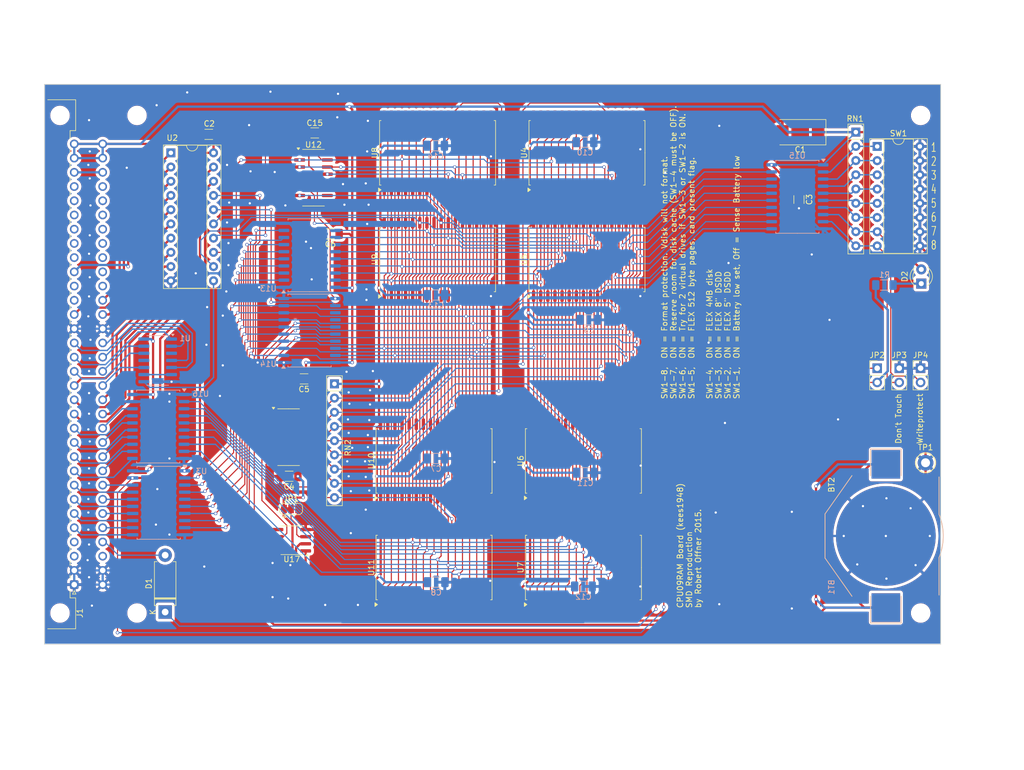
<source format=kicad_pcb>
(kicad_pcb (version 20240108) (generator "pcbnew") (generator_version "8.0")
  (layers (0 "F.Cu" signal) (31 "B.Cu" signal) (34 "B.Paste" user) (35 "F.Paste" user) (36 "B.SilkS" user "B.Silkscreen") (37 "F.SilkS" user "F.Silkscreen") (38 "B.Mask" user) (39 "F.Mask" user) (44 "Edge.Cuts" user))
  (net 0 "")
  (net 1 "GND")
  (net 2 "VCC")
  (net 3 "/BA1")
  (net 4 "/BD1")
  (net 5 "/BD5")
  (net 6 "/BD4")
  (net 7 "/BA15")
  (net 8 "/BA2")
  (net 10 "/BD3")
  (net 11 "/BA13")
  (net 12 "/RBAUD")
  (net 13 "+5V")
  (net 14 "/BA5")
  (net 15 "/~{B_IRQ}")
  (net 16 "/BA9")
  (net 17 "/BA16")
  (net 18 "/BA18")
  (net 19 "/BA11")
  (net 20 "/DIV5")
  (net 21 "/BA10")
  (net 22 "/B_E")
  (net 23 "/~{EXT}")
  (net 25 "/BA8")
  (net 26 "/BA3")
  (net 27 "/~{RES}")
  (net 28 "/B_Q")
  (net 29 "/DIV4")
  (net 30 "/~{B_RES}")
  (net 31 "/B_BA")
  (net 32 "/BA7")
  (net 33 "/BD2")
  (net 35 "/BD6")
  (net 36 "/~{B_NMI}")
  (net 37 "/BA17")
  (net 38 "/~{B_VMA}")
  (net 39 "/BD0")
  (net 40 "/DIV3")
  (net 41 "/DIV7")
  (net 42 "/BA4")
  (net 43 "/BA14")
  (net 44 "/BA6")
  (net 45 "/BD7")
  (net 47 "/BA19")
  (net 49 "/B_MR")
  (net 50 "/DIV6")
  (net 51 "/~{B_HLT}")
  (net 54 "/BA0")
  (net 55 "/BA12")
  (net 56 "/~{B_RW}")
  (net 57 "Net-(RN1-R5)")
  (net 58 "Net-(JP4-B)")
  (net 59 "Net-(RN1-R2)")
  (net 60 "Net-(RN1-R1)")
  (net 61 "Net-(RN1-R3)")
  (net 62 "Net-(RN1-R4)")
  (net 63 "Net-(JP3-B)")
  (net 64 "Net-(RN1-R6)")
  (net 65 "/IA1")
  (net 66 "/IA3")
  (net 67 "/LA0")
  (net 68 "/LA4")
  (net 69 "/ID2")
  (net 70 "/LA7")
  (net 71 "/LA1")
  (net 72 "/IA2")
  (net 73 "/~{CE_U4}")
  (net 74 "/IA8")
  (net 75 "/IA4")
  (net 76 "/LA5")
  (net 77 "/ID6")
  (net 78 "/LA6")
  (net 79 "/IA5")
  (net 80 "/ID1")
  (net 81 "/IA0")
  (net 82 "/ID4")
  (net 83 "/LA8")
  (net 84 "/~{ROE}")
  (net 85 "/LA2")
  (net 86 "/ID7")
  (net 87 "/LA9")
  (net 88 "/IA6")
  (net 89 "/LA3")
  (net 90 "/ID0")
  (net 91 "/~{IRW}")
  (net 92 "/ID3")
  (net 93 "/IA7")
  (net 94 "/ID5")
  (net 95 "/~{CE_U5}")
  (net 96 "/~{CE_U6}")
  (net 97 "/~{CE_U7}")
  (net 98 "/~{CE_U8}")
  (net 99 "/~{CE_U9}")
  (net 100 "/~{CE_U10}")
  (net 101 "/~{CE_U11}")
  (net 102 "Net-(D1-K)")
  (net 103 "Net-(D2-K)")
  (net 104 "/~{DBEN}")
  (net 105 "/B_A19_A13")
  (net 106 "Net-(U1-Pad6)")
  (net 107 "/~{RAMEN}")
  (net 108 "/I_0_1")
  (net 109 "/LA_0F")
  (net 110 "/DBDIR")
  (net 112 "/STA1")
  (net 114 "Net-(U12A-E)")
  (net 117 "/CLK1")
  (net 118 "/CLK0")
  (net 119 "/LA12")
  (net 121 "/LA11")
  (net 123 "/LA10")
  (net 124 "Net-(BT1-+)")
  (net 125 "Net-(BT2-+)")
  (net 126 "Net-(JP1-C)")
  (net 127 "/~{RAMEN#}")
  (footprint "Package_SO:SOIC-8_3.9x4.9mm_P1.27mm" (layer "F.Cu") (at 104.14 131.445 180)
    (property "Reference" "U17")
    (property "Value" "MXD1210")
  )
  (footprint "Package_SO:SOP-32_11.305x20.495mm_P1.27mm" (layer "F.Cu") (at 129.54 117.275 90)
    (property "Reference" "U10")
    (property "Value" "AS6C4008-55PCN")
  )
  (footprint "Capacitor_SMD:C_1206_3216Metric_Pad1.33x1.80mm_HandSolder" (layer "F.Cu") (at 89.3195 58.928 180)
    (property "Reference" "C2")
    (property "Value" "100n")
  )
  (footprint "Capacitor_SMD:C_1206_3216Metric_Pad1.33x1.80mm_HandSolder" (layer "F.Cu") (at 111.0365 76.708 180)
    (property "Reference" "C6")
    (property "Value" "100n")
  )
  (footprint "Jumper:SolderJumper-3_P1.3mm_Bridged12_RoundedPad1.0x1.5mm" (layer "F.Cu") (at 104.013 125.857)
    (property "Reference" "JP1")
    (property "Value" "SolderJumper_3_Bridged12")
  )
  (footprint "TestPoint:TestPoint_Keystone_5005-5009_Compact" (layer "F.Cu") (at 217.297 117.602)
    (property "Reference" "TP1")
    (property "Value" "TestPoint")
  )
  (footprint "Connector_PinHeader_2.54mm:PinHeader_1x02_P2.54mm_Vertical" (layer "F.Cu") (at 216.408 100.711)
    (property "Reference" "JP4")
    (property "Value" "Writeprotect")
  )
  (footprint "Package_SO:SOP-32_11.305x20.495mm_P1.27mm" (layer "F.Cu") (at 129.54 136.325 90)
    (property "Reference" "U11")
    (property "Value" "AS6C4008-55PCN")
  )
  (footprint "Package_SO:SOIC-16_3.9x9.9mm_P1.27mm" (layer "F.Cu") (at 108.015 66.675)
    (property "Reference" "U12")
    (property "Value" "74HC139")
  )
  (footprint "Capacitor_SMD:C_1206_3216Metric_Pad1.33x1.80mm_HandSolder" (layer "F.Cu") (at 108.2425 58.674 180)
    (property "Reference" "C15")
    (property "Value" "100n")
  )
  (footprint "Package_SO:SOP-32_11.305x20.495mm_P1.27mm" (layer "F.Cu") (at 156.845 62.23 90)
    (property "Reference" "U4")
    (property "Value" "AS6C4008-55PCN")
  )
  (footprint "Connector_PinHeader_2.54mm:PinHeader_1x02_P2.54mm_Vertical" (layer "F.Cu") (at 212.598 100.711)
    (property "Reference" "JP3")
    (property "Value" "Don't Touch")
  )
  (footprint "my_own:Eurocard_160x100_19inch_holes_connector" (layer "F.Cu") (at 60 100)
    (property "Reference" "H1" (hide yes))
    (property "Value" "160x100 PCB")
    (fp_line (start 0 -50) (end 0 50) (stroke (width 0.15)) (layer "Edge.Cuts"))
    (fp_line (start 0 50) (end 160 50) (stroke (width 0.15)) (layer "Edge.Cuts"))
    (fp_line (start 160 -50) (end 0 -50) (stroke (width 0.15)) (layer "Edge.Cuts"))
    (fp_line (start 160 50) (end 160 -50) (stroke (width 0.15)) (layer "Edge.Cuts"))
  )
  (footprint "Capacitor_SMD:C_1206_3216Metric_Pad1.33x1.80mm_HandSolder" (layer "F.Cu") (at 103.6705 120.015 180)
    (property "Reference" "C4")
    (property "Value" "100n")
  )
  (footprint "Package_SO:SOP-32_11.305x20.495mm_P1.27mm" (layer "F.Cu") (at 156.21 117.275 90)
    (property "Reference" "U6")
    (property "Value" "AS6C4008-55PCN")
  )
  (footprint "Package_SO:SOP-32_11.305x20.495mm_P1.27mm" (layer "F.Cu") (at 130.175 81.28 90)
    (property "Reference" "U9")
    (property "Value" "AS6C4008-55PCN")
  )
  (footprint "Package_DIP:DIP-20_W7.62mm_Socket" (layer "F.Cu") (at 82.55 62.23)
    (property "Reference" "U2")
    (property "Value" "GAL16V8")
  )
  (footprint "LED_THT:LED_D3.0mm" (layer "F.Cu") (at 216.535 85.598 90)
    (property "Reference" "D2")
    (property "Value" "RED")
  )
  (footprint "Package_SO:SOP-32_11.305x20.495mm_P1.27mm" (layer "F.Cu") (at 156.845 81.28 90)
    (property "Reference" "U5")
    (property "Value" "AS6C4008-55PCN")
  )
  (footprint "Capacitor_Tantalum_SMD:CP_EIA-7343-31_Kemet-D_Pad2.25x2.55mm_HandSolder" (layer "F.Cu") (at 194.92 58.547 180)
    (property "Reference" "C1")
    (property "Value" "10u")
  )
  (footprint "Diode_THT:D_DO-15_P10.16mm_Horizontal" (layer "F.Cu") (at 81.534 144.272 90)
    (property "Reference" "D1")
    (property "Value" "BAT42")
  )
  (footprint "Capacitor_SMD:C_1206_3216Metric_Pad1.33x1.80mm_HandSolder" (layer "F.Cu") (at 106.3375 102.616 180)
    (property "Reference" "C5")
    (property "Value" "100n")
  )
  (footprint "Package_DIP:DIP-16_W7.62mm_Socket" (layer "F.Cu") (at 208.661 61.087)
    (property "Reference" "SW1")
    (property "Value" "SW_DIP_x08")
  )
  (footprint "Resistor_THT:R_Array_SIP9" (layer "F.Cu") (at 204.851 58.532 -90)
    (property "Reference" "RN1")
    (property "Value" "100k")
  )
  (footprint "Connector_DIN:DIN41612_C_2x32_Male_Horizontal_THT" (layer "F.Cu") (at 65.3 139.373 90)
    (property "Reference" "J1")
    (property "Value" "BUS")
  )
  (footprint "Package_SO:SOIC-16_3.9x9.9mm_P1.27mm" (layer "F.Cu") (at 103.57 113.03)
    (property "Reference" "U18" (hide yes))
    (property "Value" "74HC138")
  )
  (footprint "Capacitor_SMD:C_1206_3216Metric_Pad1.33x1.80mm_HandSolder" (layer "F.Cu") (at 194.691 70.5735 -90)
    (property "Reference" "C3")
    (property "Value" "100n")
  )
  (footprint "Resistor_THT:R_Array_SIP9" (layer "F.Cu") (at 111.76 103.505 -90)
    (property "Reference" "RN2")
    (property "Value" "100k")
  )
  (footprint "Package_SO:SOP-32_11.305x20.495mm_P1.27mm" (layer "F.Cu") (at 156.21 136.325 90)
    (property "Reference" "U7")
    (property "Value" "AS6C4008-55PCN")
  )
  (footprint "Package_SO:SOP-32_11.305x20.495mm_P1.27mm" (layer "F.Cu") (at 130.175 62.23 90)
    (property "Reference" "U8")
    (property "Value" "AS6C4008-55PCN")
  )
  (footprint "Battery:BatteryHolder_Keystone_3002_1x2032" (layer "F.Cu") (at 210.207244 130.683 -90)
    (property "Reference" "BT2")
    (property "Value" "Battery_Cell")
  )
  (footprint "Connector_PinHeader_2.54mm:PinHeader_1x02_P2.54mm_Vertical" (layer "F.Cu") (at 208.661 100.711)
    (property "Reference" "JP2")
    (property "Value" "?")
  )
  (footprint "Package_SO:SOP-20_7.5x12.8mm_P1.27mm" (layer "B.Cu") (at 80.292 111.125 180)
    (property "Reference" "U16")
    (property "Value" "74HC245")
  )
  (footprint "Package_SO:SOIC-20W_7.5x12.8mm_P1.27mm" (layer "B.Cu") (at 80.380598 124.760828 180)
    (property "Reference" "U3")
    (property "Value" "74HC245")
  )
  (footprint "Capacitor_SMD:C_1206_3216Metric_Pad1.33x1.80mm_HandSolder" (layer "B.Cu") (at 156.5025 60.325)
    (property "Reference" "C10")
    (property "Value" "100n")
  )
  (footprint "Package_SO:SOP-20_7.5x12.8mm_P1.27mm" (layer "B.Cu") (at 107.333624 80.532398)
    (property "Reference" "U13")
    (property "Value" "74HC574")
  )
  (footprint "Resistor_SMD:R_1206_3216Metric_Pad1.30x1.75mm_HandSolder" (layer "B.Cu") (at 209.957 85.852 180)
    (property "Reference" "R1")
    (property "Value" "4k7")
  )
  (footprint "Capacitor_SMD:C_1206_3216Metric_Pad1.33x1.80mm_HandSolder" (layer "B.Cu") (at 156.21 139.7)
    (property "Reference" "C12")
    (property "Value" "100n")
  )
  (footprint "Capacitor_SMD:C_1206_3216Metric_Pad1.33x1.80mm_HandSolder" (layer "B.Cu") (at 156.5525 119.38)
    (property "Reference" "C11")
    (property "Value" "100n")
  )
  (footprint "Capacitor_SMD:C_1206_3216Metric_Pad1.33x1.80mm_HandSolder" (layer "B.Cu") (at 129.921 138.938)
    (property "Reference" "C8")
    (property "Value" "100n")
  )
  (footprint "Package_SO:SOP-20_7.5x12.8mm_P1.27mm" (layer "B.Cu") (at 107.315 93.98)
    (property "Reference" "U14")
    (property "Value" "74HC574")
  )
  (footprint "Battery:BatteryHolder_Keystone_3002_1x2032" (layer "B.Cu") (at 210.207244 130.683 90)
    (property "Reference" "BT1")
    (property "Value" "Battery_Cell")
  )
  (footprint "Capacitor_SMD:C_1206_3216Metric_Pad1.33x1.80mm_HandSolder" (layer "B.Cu") (at 129.8825 116.84)
    (property "Reference" "C7")
    (property "Value" "100n")
  )
  (footprint "Capacitor_SMD:C_1206_3216Metric_Pad1.33x1.80mm_HandSolder" (layer "B.Cu") (at 157.1875 92.075)
    (property "Reference" "C9")
    (property "Value" "100n")
  )
  (footprint "Package_SO:SOP-20_7.5x12.8mm_P1.27mm" (layer "B.Cu") (at 194.409 70.089 180)
    (property "Reference" "U15")
    (property "Value" "74HC245")
  )
  (footprint "Capacitor_SMD:C_1206_3216Metric_Pad1.33x1.80mm_HandSolder" (layer "B.Cu") (at 129.8325 60.96)
    (property "Reference" "C14")
    (property "Value" "100n")
  )
  (footprint "Capacitor_SMD:C_1206_3216Metric_Pad1.33x1.80mm_HandSolder" (layer "B.Cu") (at 129.8825 87.63)
    (property "Reference" "C13")
    (property "Value" "100n")
  )
  (footprint "Package_SO:SO-14_3.9x8.65mm_P1.27mm" (layer "B.Cu") (at 80.199 99.314 180)
    (property "Reference" "U1")
    (property "Value" "74HC21")
  )
  (gr_text "1\n2\n3\n4\n5\n6\n7\n8" (at 218.186 79.629 0) (layer "F.SilkS") (effects (font (size 1.55 1)) (justify left bottom)))
  (gr_text "SW1-8,  ON = Format protection. Vdisk will not format.\nSW1-7,  ON = Reserve room for disk cache (SW1-4 must be OFF). \nSW1-6,  ON = Try for 2 virtual drives if SW1-3 or SW1-2 is ON. \nSW1-5,  ON = FLEX 512 byte pages, card present flag.\n\nSW1-4,  ON = FLEX 4MB disk\nSW1-3,  ON = FLEX 8{dblquote} DSDD\nSW1-2,  ON = FLEX 5{dblquote} DSDD\nSW1-1,  ON = Battery low set, Off = Sense Battery low " (at 184.15 106.299 90) (layer "F.SilkS") (effects (font (size 1 1)) (justify left bottom)))
  (gr_text "CPU09RAM Board (kees1948)\nSMD Reproduction \nby Robert Offner 2015." (at 177.292 143.637 90) (layer "F.SilkS") (effects (font (size 1 1)) (justify left bottom)))
  (segment (start 140.335 117.475) (end 140.335 90.17) (width 0.4) (layer "F.Cu") (net 1))
  (segment (start 216.281 78.867) (end 216.281 61.087) (width 0.4) (layer "F.Cu") (net 1))
  (segment (start 139.065 121.412) (end 140.335 120.142) (width 0.4) (layer "F.Cu") (net 1))
  (segment (start 165.735 123.825) (end 165.735 126.238) (width 0.4) (layer "F.Cu") (net 1))
  (segment (start 82.296 106.68) (end 82.296 105.283) (width 0.4) (layer "F.Cu") (net 1))
  (segment (start 109.855 129.54) (end 106.615 129.54) (width 0.4) (layer "F.Cu") (net 1))
  (segment (start 165.735 123.825) (end 165.735 121.793) (width 0.4) (layer "F.Cu") (net 1))
  (segment (start 140.335 90.17) (end 139.7 89.535) (width 0.4) (layer "F.Cu") (net 1))
  (segment (start 166.497 139.573006) (end 166.37 139.700006) (width 0.4) (layer "F.Cu") (net 1))
  (segment (start 105.54 71.12) (end 106.68 72.26) (width 0.4) (layer "F.Cu") (net 1))
  (segment (start 82.674 103.124) (end 86.995 98.803) (width 0.4) (layer "F.Cu") (net 1))
  (segment (start 82.296 116.84) (end 82.296 130.429) (width 0.4) (layer "F.Cu") (net 1))
  (segment (start 166.37 71.374) (end 166.37 68.78) (width 0.4) (layer "F.Cu") (net 1))
  (segment (start 84.455 83.185) (end 82.55 85.09) (width 0.4) (layer "F.Cu") (net 1))
  (segment (start 102.997 60.579) (end 102.997 69.469) (width 0.4) (layer "F.Cu") (net 1))
  (segment (start 139.065 123.825) (end 139.065 121.412) (width 0.4) (layer "F.Cu") (net 1))
  (segment (start 218.821 112.903) (end 218.821 99.949) (width 0.4) (layer "F.Cu") (net 1))
  (segment (start 188.087 62.865) (end 188.087 65.532) (width 0.4) (layer "F.Cu") (net 1))
  (segment (start 139.065 139.192) (end 139.573 138.684) (width 0.4) (layer "F.Cu") (net 1))
  (segment (start 210.207244 130.683) (end 217.297 123.593244) (width 0.4) (layer "F.Cu") (net 1))
  (segment (start 87.757 58.928) (end 84.455 62.23) (width 0.4) (layer "F.Cu") (net 1))
  (segment (start 217.297 123.593244) (end 217.297 117.602) (width 0.4) (layer "F.Cu") (net 1))
  (segment (start 139.765 138.492) (end 139.573 138.684) (width 0.4) (layer "F.Cu") (net 1))
  (segment (start 98.163 99.576) (end 98.163 86.397398) (width 0.4) (layer "F.Cu") (net 1))
  (segment (start 165.735 126.238) (end 166.497 127) (width 0.4) (layer "F.Cu") (net 1))
  (segment (start 102.997 122.936) (end 106.556 122.936) (width 0.4) (layer "F.Cu") (net 1))
  (segment (start 82.296 105.283) (end 82.296 103.502) (width 0.4) (layer "F.Cu") (net 1))
  (segment (start 218.821 99.949) (end 218.821 81.407) (width 0.4) (layer "F.Cu") (net 1))
  (segment (start 106.556 122.936) (end 110.109 126.489) (width 0.4) (layer "F.Cu") (net 1))
  (segment (start 86.995 98.803) (end 86.995 83.75) (width 0.4) (layer "F.Cu") (net 1))
  (segment (start 218.821 81.407) (end 216.281 78.867) (width 0.4) (layer "F.Cu") (net 1))
  (segment (start 191.72 58.547) (end 191.72 59.232) (width 0.4) (layer "F.Cu") (net 1))
  (segment (start 82.296 116.84) (end 82.296 106.68) (width 0.4) (layer "F.Cu") (net 1))
  (segment (start 105.313 128.238) (end 106.615 129.54) (width 0.2) (layer "F.Cu") (net 1))
  (segment (start 139.065 123.825) (end 139.065 125.857) (width 0.4) (layer "F.Cu") (net 1))
  (segment (start 106.68 72.26) (end 106.68 78.105) (width 0.4) (layer "F.Cu") (net 1))
  (segment (start 102.108 120.015) (end 102.108 122.047) (width 0.4) (layer "F.Cu") (net 1))
  (segment (start 139.7 85.344) (end 140.4 84.644) (width 0.4) (layer "F.Cu") (net 1))
  (segment (start 108.077 76.708) (end 106.68 78.105) (width 0.4) (layer "F.Cu") (net 1))
  (segment (start 139.7 62.865) (end 139.7 68.78) (width 0.4) (layer "F.Cu") (net 1))
  (segment (start 109.474 76.708) (end 108.077 76.708) (width 0.4) (layer "F.Cu") (net 1))
  (segment (start 217.297 114.427) (end 218.821 112.903) (width 0.4) (layer "F.Cu") (net 1))
  (segment (start 139.765 126.557) (end 139.765 138.492) (width 0.4) (layer "F.Cu") (net 1))
  (segment (start 165.735 121.793) (end 166.435 121.093) (width 0.4) (layer "F.Cu") (net 1))
  (segment (start 139.065 125.857) (end 139.765 126.557) (width 0.4) (layer "F.Cu") (net 1))
  (segment (start 212.598 100.711) (end 218.059 100.711) (width 0.4) (layer "F.Cu") (net 1))
  (segment (start 110.109 126.489) (end 110.109 129.286) (width 0.4) (layer "F.Cu") (net 1))
  (segment (start 104.902 58.674) (end 102.997 60.579) (width 0.4) (layer "F.Cu") (net 1))
  (segment (start 98.044 99.695) (end 98.163 99.576) (width 0.4) (layer "F.Cu") (net 1))
  (segment (start 104.775 101.755) (end 102.715 99.695) (width 0.4) (layer "F.Cu") (net 1))
  (segment (start 139.7 89.535) (end 139.7 87.83) (width 0.4) (layer "F.Cu") (net 1))
  (segment (start 98.163 86.397398) (end 98.313 86.247398) (width 0.4) (layer "F.Cu") (net 1))
  (segment (start 166.37 61.595) (end 166.37 68.78) (width 0.4) (layer "F.Cu") (net 1))
  (segment (start 140.4 71.755) (end 139.7 71.055) (width 0.4) (layer "F.Cu") (net 1))
  (segment (start 167.07 84.39) (end 167.07 72.074) (width 0.4) (layer "F.Cu") (net 1))
  (segment (start 102.108 118.488) (end 101.095 117.475) (width 0.4) (layer "F.Cu") (net 1))
  (segment (start 84.455 62.23) (end 84.455 83.185) (width 0.4) (layer "F.Cu") (net 1))
  (segment (start 167.07 72.074) (end 166.37 71.374) (width 0.4) (layer "F.Cu") (net 1))
  (segment (start 102.997 69.469) (end 104.648 71.12) (width 0.4) (layer "F.Cu") (net 1))
  (segment (start 217.297 117.602) (end 217.297 114.427) (width 0.4) (layer "F.Cu") (net 1))
  (segment (start 139.7 87.83) (end 139.7 85.344) (width 0.4) (layer "F.Cu") (net 1))
  (segment (start 139.7 71.055) (end 139.7 68.78) (width 0.4) (layer "F.Cu") (net 1))
  (segment (start 188.087 65.532) (end 194.691 72.136) (width 0.4) (layer "F.Cu") (net 1))
  (segment (start 105.313 125.857) (end 105.313 128.238) (width 0.2) (layer "F.Cu") (net 1))
  (segment (start 191.72 59.232) (end 188.087 62.865) (width 0.4) (layer "F.Cu") (net 1))
  (segment (start 106.68 58.674) (end 104.902 58.674) (width 0.4) (layer "F.Cu") (net 1))
  (segment (start 110.109 129.286) (end 110.109 143.002) (width 0.4) (layer "F.Cu") (net 1))
  (segment (start 102.108 120.015) (end 102.108 118.488) (width 0.4) (layer "F.Cu") (net 1))
  (segment (start 166.497 127) (end 166.497 139.573006) (width 0.4) (layer "F.Cu") (net 1))
  (segment (start 166.435 121.093) (end 166.435 118.11) (width 0.4) (layer "F.Cu") (net 1))
  (segment (start 166.435 118.11) (end 166.435 87.895) (width 0.4) (layer "F.Cu") (net 1))
  (segment (start 102.108 122.047) (end 102.997 122.936) (width 0.4) (layer "F.Cu") (net 1))
  (segment (start 104.775 102.616) (end 104.775 101.755) (width 0.4) (layer "F.Cu") (net 1))
  (segment (start 82.296 103.502) (end 82.674 103.124) (width 0.4) (layer "F.Cu") (net 1))
  (segment (start 218.059 100.711) (end 218.821 99.949) (width 0.4) (layer "F.Cu") (net 1))
  (segment (start 166.37 87.83) (end 166.37 85.09) (width 0.4) (layer "F.Cu") (net 1))
  (segment (start 110.109 129.286) (end 109.855 129.54) (width 0.4) (layer "F.Cu") (net 1))
  (segment (start 165.735 142.875) (end 165.735 140.335006) (width 0.4) (layer "F.Cu") (net 1))
  (segment (start 140.335 120.142) (end 140.335 117.475) (width 0.4) (layer "F.Cu") (net 1))
  (segment (start 166.37 85.09) (end 167.07 84.39) (width 0.4) (layer "F.Cu") (net 1))
  (segment (start 139.065 142.875) (end 139.065 139.192) (width 0.4) (layer "F.Cu") (net 1))
  (segment (start 165.735 140.335006) (end 166.37 139.700006) (width 0.4) (layer "F.Cu") (net 1))
  (segment (start 104.648 71.12) (end 105.54 71.12) (width 0.4) (layer "F.Cu") (net 1))
  (segment (start 140.4 84.644) (end 140.4 71.755) (width 0.4) (layer "F.Cu") (net 1))
  (via (at 114.3 105.029) (size 0.6) (drill 0.4) (layers "F.Cu" "B.Cu") (net 1))
  (via (at 210.312 138.303) (size 0.6) (drill 0.4) (layers "F.Cu" "B.Cu") (net 1))
  (via (at 67.818 129.54) (size 0.6) (drill 0.4) (layers "F.Cu" "B.Cu") (net 1))
  (via (at 117.602 74.93) (size 0.6) (drill 0.4) (layers "F.Cu" "B.Cu") (net 1))
  (via (at 166.37 61.595) (size 0.6) (drill 0.4) (layers "F.Cu" "B.Cu") (net 1))
  (via (at 214.63 125.73) (size 0.6) (drill 0.4) (layers "F.Cu" "B.Cu") (net 1))
  (via (at 92.837 82.296) (size 0.6) (drill 0.4) (layers "F.Cu" "B.Cu") (net 1))
  (via (at 113.919 101.346) (size 0.6) (drill 0.4) (layers "F.Cu" "B.Cu") (net 1))
  (via (at 67.945 80.264) (size 0.6) (drill 0.4) (layers "F.Cu" "B.Cu") (net 1))
  (via (at 68.199 95.631) (size 0.6) (drill 0.4) (layers "F.Cu" "B.Cu") (net 1))
  (via (at 114.427 107.061) (size 0.6) (drill 0.4) (layers "F.Cu" "B.Cu") (net 1))
  (via (at 68.199 71.628) (size 0.6) (drill 0.4) (layers "F.Cu" "B.Cu") (net 1))
  (via (at 68.072 66.802) (size 0.6) (drill 0.4) (layers "F.Cu" "B.Cu") (net 1))
  (via (at 92.583 64.389) (size 0.6) (drill 0.4) (layers "F.Cu" "B.Cu") (net 1))
  (via (at 202.692 130.683) (size 0.6) (drill 0.4) (layers "F.Cu" "B.Cu") (net 1))
  (via (at 67.945 132.207) (size 0.6) (drill 0.4) (layers "F.Cu" "B.Cu") (net 1))
  (via (at 114.173 109.855) (size 0.6) (drill 0.4) (layers "F.Cu" "B.Cu") (net 1))
  (via (at 112.268 55.88) (size 0.6) (drill 0.4) (layers "F.Cu" "B.Cu") (net 1))
  (via (at 67.945 108.839) (size 0.6) (drill 0.4) (layers "F.Cu" "B.Cu") (net 1))
  (via (at 139.573 138.684) (size 0.6) (drill 0.4) (layers "F.Cu" "B.Cu") (net 1))
  (via (at 106.68 78.105) (size 0.6) (drill 0.4) (layers "F.Cu" "B.Cu") (net 1))
  (via (at 201.676 109.855) (size 0.6) (drill 0.4) (layers "F.Cu" "B.Cu") (net 1))
  (via (at 107.569 79.248) (size 0.6) (drill 0.4) (layers "F.Cu" "B.Cu") (net 1))
  (via (at 166.435 118.11) (size 0.6) (drill 0.4) (layers "F.Cu" "B.Cu") (net 1))
  (via (at 101.092 65.659) (size 0.6) (drill 0.4) (layers "F.Cu" "B.Cu") (net 1))
  (via (at 218.059 130.683) (size 0.6) (drill 0.4) (layers "F.Cu" "B.Cu") (net 1))
  (via (at 179.832 126.492) (size 0.6) (drill 0.4) (layers "F.Cu" "B.Cu") (net 1))
  (via (at 117.348 125.984) (size 0.6) (drill 0.4) (layers "F.Cu" "B.Cu") (net 1))
  (via (at 117.856 71.501) (size 0.6) (drill 0.4) (layers "F.Cu" "B.Cu") (net 1))
  (via (at 200.152 92.075) (size 0.6) (drill 0.4) (layers "F.Cu" "B.Cu") (net 1))
  (via (at 89.027 89.789) (size 0.6) (drill 0.4) (layers "F.Cu" "B.Cu") (net 1))
  (via (at 68.072 61.976) (size 0.6) (drill 0.4) (layers "F.Cu" "B.Cu") (net 1))
  (via (at 193.421 126.365) (size 0.6) (drill 0.4) (layers "F.Cu" "B.Cu") (net 1))
  (via (at 118.11 104.648) (size 0.6) (drill 0.4) (layers "F.Cu" "B.Cu") (net 1))
  (via (at 102.715 99.695) (size 0.6) (drill 0.4) (layers "F.Cu" "B.Cu") (net 1))
  (via (at 180.467 57.404) (size 0.6) (drill 0.4) (layers "F.Cu" "B.Cu") (net 1))
  (via (at 68.072 113.792) (size 0.6) (drill 0.4) (layers "F.Cu" "B.Cu") (net 1))
  (via (at 100.33 51.308) (size 0.6) (drill 0.4) (layers "F.Cu" "B.Cu") (net 1))
  (via (at 182.118 81.915) (size 0.6) (drill 0.4) (layers "F.Cu" "B.Cu") (net 1))
  (via (at 82.296 106.68) (size 0.6) (drill 0.4) (layers "F.Cu" "B.Cu") (net 1))
  (via (at 67.945 87.884) (size 0.6) (drill 0.4) (layers "F.Cu" "B.Cu") (net 1))
  (via (at 67.945 105.156) (size 0.6) (drill 0.4) (layers "F.Cu" "B.Cu") (net 1))
  (via (at 114.3 112.268) (size 0.6) (drill 0.4) (layers "F.Cu" "B.Cu") (net 1))
  (via (at 80.01 53.721) (size 0.6) (drill 0.4) (layers "F.Cu" "B.Cu") (net 1))
  (via (at 118.11 107.188) (size 0.6) (drill 0.4) (layers "F.Cu" "B.Cu") (net 1))
  (via (at 96.52 57.277) (size 0.6) (drill 0.4) (layers "F.Cu" "B.Cu") (net 1))
  (via (at 74.676 64.897) (size 0.6) (drill 0.4) (layers "F.Cu" "B.Cu") (net 1))
  (via (at 194.691 72.136) (size 0.6) (drill 0.4) (layers "F.Cu" "B.Cu") (net 1))
  (via (at 67.818 126.492) (size 0.6) (drill 0.4) (layers "F.Cu" "B.Cu") (net 1))
  (via (at 139.7 62.865) (size 0.6) (drill 0.4) (layers "F.Cu" "B.Cu") (net 1))
  (via (at 196.977 80.391) (size 0.6) (drill 0.4) (layers "F.Cu" "B.Cu") (net 1))
  (via (at 67.945 138.049) (size 0.6) (drill 0.4) (layers "F.Cu" "B.Cu") (net 1))
  (via (at 115.951 143.002) (size 0.6) (drill 0.4) (layers "F.Cu" "B.Cu") (net 1))
  (via (at 166.37 139.700006) (size 0.6) (drill 0.4) (layers "F.Cu" "B.Cu") (net 1))
  (via (at 114.681 122.682) (size 0.6) (drill 0.4) (layers "F.Cu" "B.Cu") (net 1))
  (via (at 68.453 143.129) (size 0.6) (drill 0.4) (layers "F.Cu" "B.Cu") (net 1))
  (via (at 215.519 135.89) (size 0.6) (drill 0.4) (layers "F.Cu" "B.Cu") (net 1))
  (via (at 180.467 142.875) (size 0.6) (drill 0.4) (layers "F.Cu" "B.Cu") (net 1))
  (via (at 91.821 91.313) (size 0.6) (drill 0.4) (layers "F.Cu" "B.Cu") (net 1))
  (via (at 117.983 109.982) (size 0.6) (drill 0.4) (layers "F.Cu" "B.Cu") (net 1))
  (via (at 117.348 67.691) (size 0.6) (drill 0.4) (layers "F.Cu" "B.Cu") (net 1))
  (via (at 193.421 143.637) (size 0.6) (drill 0.4) (layers "F.Cu" "B.Cu") (net 1))
  (via (at 67.945 118.618) (size 0.6) (drill 0.4) (layers "F.Cu" "B.Cu") (net 1))
  (via (at 98.313 86.247398) (size 0.6) (drill 0.4) (layers "F.Cu" "B.Cu") (net 1))
  (via (at 117.221 117.348) (size 0.6) (drill 0.4) (layers "F.Cu" "B.Cu") (net 1))
  (via (at 100.711 135.509) (size 0.6) (drill 0.4) (layers "F.Cu" "B.Cu") (net 1))
  (via (at 82.296 105.283) (size 0.6) (drill 0.4) (layers "F.Cu" "B.Cu") (net 1))
  (via (at 91.313 105.664) (size 0.6) (drill 0.4) (layers "F.Cu" "B.Cu") (net 1))
  (via (at 117.729 112.649) (size 0.6) (drill 0.4) (layers "F.Cu" "B.Cu") (net 1))
  (via (at 92.456 86.995) (size 0.6) (drill 0.4) (layers "F.Cu" "B.Cu") (net 1))
  (via (at 82.296 130.429) (size 0.6) (drill 0.4) (layers "F.Cu" "B.Cu") (net 1))
  (via (at 67.818 91.44) (size 0.6) (drill 0.4) (layers "F.Cu" "B.Cu") (net 1))
  (via (at 91.821 100.203) (size 0.6) (drill 0.4) (layers "F.Cu" "B.Cu") (net 1))
  (via (at 67.818 111.633) (size 0.6) (drill 0.4) (layers "F.Cu" "B.Cu") (net 1))
  (via (at 103.886 135.89) (size 0.6) (drill 0.4) (layers "F.Cu" "B.Cu") (net 1))
  (via (at 86.995 83.75) (size 0.6) (drill 0.4) (layers "F.Cu" "B.Cu") (net 1))
  (via (at 113.538 71.501) (size 0.6) (drill 0.4) (layers "F.Cu" "B.Cu") (net 1))
  (via (at 117.475 86.614) (size 0.6) (drill 0.4) (layers "F.Cu" "B.Cu") (net 1))
  (via (at 82.674 103.124) (size 0.6) (drill 0.4) (layers "F.Cu" "B.Cu") (net 1))
  (via (at 114.681 130.175) (size 0.6) (drill 0.4) (layers "F.Cu" "B.Cu") (net 1))
  (via (at 82.296 116.84) (size 0.6) (drill 0.4) (layers "F.Cu" "B.Cu") (net 1))
  (via (at 205.105 135.763) (size 0.6) (drill 0.4) (layers "F.Cu" "B.Cu") (net 1))
  (via (at 181.483 110.49) (size 0.6) (drill 0.4) (layers "F.Cu" "B.Cu") (net 1))
  (via (at 67.945 116.713) (size 0.6) (drill 0.4) (layers "F.Cu" "B.Cu") (net 1))
  (via (at 88.9 96.52) (size 0.6) (drill 0.4) (layers "F.Cu" "B.Cu") (net 1))
  (via (at 67.945 121.285) (size 0.6) (drill 0.4) (layers "F.Cu" "B.Cu") (net 1))
  (via (at 92.583 74.676) (size 0.6) (drill 0.4) (layers "F.Cu" "B.Cu") (net 1))
  (via (at 206.121 125.349) (size 0.6) (drill 0.4) (layers "F.Cu" "B.Cu") (net 1))
  (via (at 170.815 65.786) (size 0.6) (drill 0.4) (layers "F.Cu" "B.Cu") (net 1))
  (via (at 117.475 88.519) (size 0.6) (drill 0.4) (layers "F.Cu" "B.Cu") (net 1))
  (via (at 117.983 122.555) (size 0.6) (drill 0.4) (layers "F.Cu" "B.Cu") (net 1))
  (via (at 85.471 51.435) (size 0.6) (drill 0.4) (layers "F.Cu" "B.Cu") (net 1))
  (via (at 210.312 123.952) (size 0.6) (drill 0.4) (layers "F.Cu" "B.Cu") (net 1))
  (via (at 117.348 120.142) (size 0.6) (drill 0.4) (layers "F.Cu" "B.Cu") (net 1))
  (via (at 67.691 135.001) (size 0.6) (drill 0.4) (layers "F.Cu" "B.Cu") (net 1))
  (via (at 140.335 117.475) (size 0.6) (drill 0.4) (layers "F.Cu" "B.Cu") (net 1))
  (via (at 117.602 61.976) (size 0.6) (drill 0.4) (layers "F.Cu" "B.Cu") (net 1))
  (via (at 114.935 114.935) (size 0.6) (drill 0.4) (layers "F.Cu" "B.Cu") (net 1))
  (via (at 139.7 87.83) (size 0.6) (drill 0.4) (layers "F.Cu" "B.Cu") (net 1))
  (via (at 102.997 71.628) (size 0.6) (drill 0.4) (layers "F.Cu" "B.Cu") (net 1))
  (via (at 166.37 87.83) (size 0.6) (drill 0.4) (layers "F.Cu" "B.Cu") (net 1))
  (via (at 80.137 122.301) (size 0.6) (drill 0.4) (layers "F.Cu" "B.Cu") (net 1))
  (via (at 107.696 84.836) (size 0.6) (drill 0.4) (layers "F.Cu" "B.Cu") (net 1))
  (via (at 68.072 84.455) (size 0.6) (drill 0.4) (layers "F.Cu" "B.Cu") (net 1))
  (via (at 67.945 56.388) (size 0.6) (drill 0.4) (layers "F.Cu" "B.Cu") (net 1))
  (via (at 113.284 67.818) (size 0.6) (drill 0.4) (layers "F.Cu" "B.Cu") (net 1))
  (via (at 96.774 65.532) (size 0.6) (drill 0.4) (layers "F.Cu" "B.Cu") (net 1))
  (via (at 79.883 128.651) (size 0.6) (drill 0.4) (layers "F.Cu" "B.Cu") (net 1))
  (via (at 100.711 141.605) (size 0.6) (drill 0.4) (layers "F.Cu" "B.Cu") (net 1))
  (via (at 117.729 114.808) (size 0.6) (drill 0.4) (layers "F.Cu" "B.Cu") (net 1))
  (via (at 92.964 71.12) (size 0.6) (drill 0.4) (layers "F.Cu" "B.Cu") (net 1))
  (via (at 117.729 56.515) (size 0.6) (drill 0.4) (layers "F.Cu" "B.Cu") (net 1))
  (via (at 68.072 76.962) (size 0.6) (drill 0.4) (layers "F.Cu" "B.Cu") (net 1))
  (via (at 67.818 124.079) (size 0.6) (drill 0.4) (layers "F.Cu" "B.Cu") (net 1))
  (via (at 88.519 136.144) (size 0.6) (drill 0.4) (layers "F.Cu" "B.Cu") (net 1))
  (via (at 178.562 96.139) (size 0.6) (drill 0.4) (layers "F.Cu" "B.Cu") (net 1))
  (via (at 114.046 117.348) (size 0.6) (drill 0.4) (layers "F.Cu" "B.Cu") (net 1))
  (via (at 103.505 141.859) (size 0.6) (drill 0.4) (layers "F.Cu" "B.Cu") (net 1))
  (via (at 67.818 64.389) (size 0.6) (drill 0.4) (layers "F.Cu" "B.Cu") (net 1))
  (via (at 92.837 78.359) (size 0.6) (drill 0.4) (layers "F.Cu" "B.Cu") (net 1))
  (via (at 210.207244 130.683) (size 0.6) (drill 0.4) (layers "F.Cu" "B.Cu") (net 1))
  (via (at 110.109 143.002) (size 0.6) (drill 0.4) (layers "F.Cu" "B.Cu") (net 1))
  (via (at 67.945 101.219) (size 0.6) (drill 0.4) (layers "F.Cu" "B.Cu") (net 1))
  (via (at 114.3 120.015) (size 0.6) (drill 0.4) (layers "F.Cu" "B.Cu") (net 1))
  (via (at 96.647 71.247) (size 0.6) (drill 0.4) (layers "F.Cu" "B.Cu") (net 1))
  (via (at 112.395 51.689) (size 0.6) (drill 0.4) (layers "F.Cu" "B.Cu") (net 1))
  (via (at 68.072 98.933) (size 0.6) (drill 0.4) (layers "F.Cu" "B.Cu") (net 1))
  (via (at 118.618 101.219) (size 0.6) (drill 0.4) (layers "F.Cu" "B.Cu") (net 1))
  (via (at 98.044 99.695) (size 0.6) (drill 0.4) (layers "F.Cu" "B.Cu") (net 1))
  (segment (start 158.75 92.075) (end 162.125 92.075) (width 0.4) (layer "B.Cu") (net 1))
  (segment (start 208.915 130.683) (end 202.819 130.683) (width 0.4) (layer "B.Cu") (net 1))
  (segment (start 84.401 136.833) (end 70.38 136.833) (width 0.4) (layer "B.Cu") (net 1))
  (segment (start 65.3 93.653) (end 70.38 93.653) (width 0.4) (layer "B.Cu") (net 1))
  (segment (start 166.37 88.265) (end 166.37 87.83) (width 0.4) (layer "B.Cu") (net 1))
  (segment (start 70.38 93.653) (end 71.828 93.653) (width 0.4) (layer "B.Cu") (net 1))
  (segment (start 102.715 99.695) (end 98.044 99.695) (width 0.4) (layer "B.Cu") (net 1))
  (segment (start 106.48 139.373) (end 110.109 143.002) (width 0.4) (layer "B.Cu") (net 1))
  (segment (start 158.115 119.38) (end 165.165 119.38) (width 0.4) (layer "B.Cu") (net 1))
  (segment (start 158.065 60.325) (end 165.1 60.325) (width 0.4) (layer "B.Cu") (net 1))
  (segment (start 65.3 139.373) (end 70.38 139.373) (width 0.4) (layer "B.Cu") (net 1))
  (segment (start 175.387006 130.683) (end 166.37 139.700006) (width 0.4) (layer "B.Cu") (net 1))
  (segment (start 84.765 105.283) (end 84.892 105.41) (width 0.4) (layer "B.Cu") (net 1))
  (segment (start 166.369994 139.7) (end 166.37 139.700006) (width 0.4) (layer "B.Cu") (net 1))
  (segment (start 91.579339 83.75) (end 94.076737 86.247398) (width 0.4) (layer "B.Cu") (net 1))
  (segment (start 94.076737 86.247398) (end 98.313 86.247398) (width 0.4) (layer "B.Cu") (net 1))
  (segment (start 158.115 144.145) (end 156.21 146.05) (width 0.4) (layer "B.Cu") (net 1))
  (segment (start 139.319 138.938) (end 139.573 138.684) (width 0.4) (layer "B.Cu") (net 1))
  (segment (start 131.445 87.63) (end 139.5 87.63) (width 0.4) (layer "B.Cu") (net 1))
  (segment (start 139.5 87.63) (end 139.7 87.83) (width 0.4) (layer "B.Cu") (net 1))
  (segment (start 156.21 146.05) (end 155.956 146.05) (width 0.4) (layer "B.Cu") (net 1))
  (segment (start 162.125 92.075) (end 166.37 87.83) (width 0.4) (layer "B.Cu") (net 1))
  (segment (start 82.296 105.283) (end 84.765 105.283) (width 0.4) (layer "B.Cu") (net 1))
  (segment (start 131.4835 138.938) (end 139.319 138.938) (width 0.4) (layer "B.Cu") (net 1))
  (segment (start 65.3 136.833) (end 65.3 139.373) (width 0.4) (layer "B.Cu") (net 1))
  (segment (start 210.207244 130.683) (end 208.915 130.683) (width 0.4) (layer "B.Cu") (net 1))
  (segment (start 131.395 139.0265) (end 131.395 144.195) (width 0.4) (layer "B.Cu") (net 1))
  (segment (start 82.55 85.09) (end 83.89 83.75) (width 0.4) (layer "B.Cu") (net 1))
  (segment (start 80.391 85.09) (end 82.55 85.09) (width 0.4) (layer "B.Cu") (net 1))
  (segment (start 131.395 144.195) (end 129.54 146.05) (width 0.4) (layer "B.Cu") (net 1))
  (segment (start 83.89 83.75) (end 86.995 83.75) (width 0.4) (layer "B.Cu") (net 1))
  (segment (start 131.445 116.84) (end 139.7 116.84) (width 0.4) (layer "B.Cu") (net 1))
  (segment (start 155.956 146.05) (end 129.54 146.05) (width 0.4) (layer "B.Cu") (net 1))
  (segment (start 139.7 116.84) (end 140.335 117.475) (width 0.4) (layer "B.Cu") (net 1))
  (segment (start 71.828 93.653) (end 80.391 85.09) (width 0.4) (layer "B.Cu") (net 1))
  (segment (start 70.38 139.373) (end 106.48 139.373) (width 0.4) (layer "B.Cu") (net 1))
  (segment (start 85.030598 130.475828) (end 85.030598 136.203402) (width 0.4) (layer "B.Cu") (net 1))
  (segment (start 113.157 146.05) (end 110.109 143.002) (width 0.4) (layer "B.Cu") (net 1))
  (segment (start 165.165 119.38) (end 166.435 118.11) (width 0.4) (layer "B.Cu") (net 1))
  (segment (start 198.359 75.804) (end 194.691 72.136) (width 0.4) (layer "B.Cu") (net 1))
  (segment (start 104.775 80.01) (end 104.775 85.156021) (width 0.4) (layer "B.Cu") (net 1))
  (segment (start 104.775 75.908775) (end 104.775 80.01) (width 0.4) (layer "B.Cu") (net 1))
  (segment (start 70.38 136.833) (end 70.38 139.373) (width 0.4) (layer "B.Cu") (net 1))
  (segment (start 86.995 83.75) (end 91.579339 83.75) (width 0.4) (layer "B.Cu") (net 1))
  (segment (start 102.733624 86.247398) (end 102.733624 88.246376) (width 0.4) (layer "B.Cu") (net 1))
  (segment (start 65.3 136.833) (end 70.38 136.833) (width 0.4) (layer "B.Cu") (net 1))
  (segment (start 102.733624 74.817398) (end 103.683623 74.817398) (width 0.4) (layer "B.Cu") (net 1))
  (segment (start 129.54 146.05) (end 113.157 146.05) (width 0.4) (layer "B.Cu") (net 1))
  (segment (start 199.009 75.804) (end 198.359 75.804) (width 0.4) (layer "B.Cu") (net 1))
  (segment (start 84.892 116.84) (end 82.296 116.84) (width 0.4) (layer "B.Cu") (net 1))
  (segment (start 103.683623 74.817398) (end 104.775 75.908775) (width 0.4) (layer "B.Cu") (net 1))
  (segment (start 102.733624 86.247398) (end 98.313 86.247398) (width 0.4) (layer "B.Cu") (net 1))
  (segment (start 131.395 60.96) (end 137.795 60.96) (width 0.4) (layer "B.Cu") (net 1))
  (segment (start 103.683623 86.247398) (end 102.733624 86.247398) (width 0.4) (layer "B.Cu") (net 1))
  (segment (start 104.775 85.156021) (end 103.683623 86.247398) (width 0.4) (layer "B.Cu") (net 1))
  (segment (start 158.115 140.0425) (end 158.115 144.145) (width 0.4) (layer "B.Cu") (net 1))
  (segment (start 215.081 80.067) (end 216.281 78.867) (width 0.4) (layer "B.Cu") (net 1))
  (segment (start 199.009 75.804) (end 203.272 80.067) (width 0.4) (layer "B.Cu") (net 1))
  (segment (start 203.272 80.067) (end 215.081 80.067) (width 0.4) (layer "B.Cu") (net 1))
  (segment (start 106.68 78.105) (end 104.775 80.01) (width 0.4) (layer "B.Cu") (net 1))
  (segment (start 157.7725 139.7) (end 166.369994 139.7) (width 0.4) (layer "B.Cu") (net 1))
  (segment (start 202.819 130.683) (end 175.387006 130.683) (width 0.4) (layer "B.Cu") (net 1))
  (segment (start 82.296 130.429) (end 84.98377 130.429) (width 0.4) (layer "B.Cu") (net 1))
  (segment (start 75.692 106.68) (end 82.296 106.68) (width 0.4) (layer "B.Cu") (net 1))
  (segment (start 137.795 60.96) (end 139.7 62.865) (width 0.4) (layer "B.Cu") (net 1))
  (segment (start 165.1 60.325) (end 166.37 61.595) (width 0.4) (layer "B.Cu") (net 1))
  (segment (start 85.030598 136.203402) (end 84.401 136.833) (width 0.4) (layer "B.Cu") (net 1))
  (segment (start 119.715 75.665) (end 120.65 74.73) (width 0.4) (layer "F.Cu") (net 2))
  (segment (start 146.62 60.96) (end 146.62 56.38) (width 0.4) (layer "F.Cu") (net 2))
  (segment (start 108.667339 144.907) (end 117.094 144.907) (width 0.4) (layer "F.Cu") (net 2))
  (segment (start 119.715 86.36) (end 119.715 75.665) (width 0.4) (layer "F.Cu") (net 2))
  (segment (start 145.985 111.425) (end 146.685 110.725) (width 0.4) (layer "F.Cu") (net 2))
  (segment (start 146.385 75.665) (end 147.32 74.73) (width 0.4) (layer "F.Cu") (net 2))
  (segment (start 139.919 145.196) (end 145.796 139.319) (width 0.4) (layer "F.Cu") (net 2))
  (segment (start 146.62 74.03) (end 146.62 60.96) (width 0.4) (layer "F.Cu") (net 2))
  (segment (start 146.62 56.38) (end 147.32 55.68) (width 0.4) (layer "F.Cu") (net 2))
  (segment (start 106.615 142.854661) (end 108.667339 144.907) (width 0.4) (layer "F.Cu") (net 2))
  (segment (start 119.715 110.425) (end 119.715 86.36) (width 0.4) (layer "F.Cu") (net 2))
  (segment (start 119.315 111.425) (end 120.015 110.725) (width 0.4) (layer "F.Cu") (net 2))
  (segment (start 120.015 129.775) (end 119.315 129.075) (width 0.4) (layer "F.Cu") (net 2))
  (segment (start 119.95 61.595) (end 119.95 56.38) (width 0.4) (layer "F.Cu") (net 2))
  (segment (start 120.015 110.725) (end 119.715 110.425) (width 0.4) (layer "F.Cu") (net 2))
  (segment (start 117.602 139.969) (end 117.602 144.653) (width 0.4) (layer "F.Cu") (net 2))
  (segment (start 145.985 118.11) (end 145.985 111.425) (width 0.4) (layer "F.Cu") (net 2))
  (segment (start 147.32 74.73) (end 146.62 74.03) (width 0.4) (layer "F.Cu") (net 2))
  (segment (start 119.761 137.81) (end 117.602 139.969) (width 0.4) (layer "F.Cu") (net 2))
  (segment (start 119.315 129.075) (end 119.315 120.015) (width 0.4) (layer "F.Cu") (net 2))
  (segment (start 146.685 129.775) (end 145.985 129.075) (width 0.4) (layer "F.Cu") (net 2))
  (segment (start 145.985 129.075) (end 145.985 118.11) (width 0.4) (layer "F.Cu") (net 2))
  (segment (start 146.685 129.775) (end 146.685 138.43) (width 0.4) (layer "F.Cu") (net 2))
  (segment (start 120.015 129.775) (end 120.015 137.556) (width 0.4) (layer "F.Cu") (net 2))
  (segment (start 119.95 74.03) (end 119.95 61.595) (width 0.4) (layer "F.Cu") (net 2))
  (segment (start 146.685 110.725) (end 146.385 110.425) (width 0.4) (layer "F.Cu") (net 2))
  (segment (start 119.315 120.015) (end 119.315 111.425) (width 0.4) (layer "F.Cu") (net 2))
  (segment (start 119.95 56.38) (end 120.65 55.68) (width 0.4) (layer "F.Cu") (net 2))
  (segment (start 146.685 138.43) (end 145.796 139.319) (width 0.4) (layer "F.Cu") (net 2))
  (segment (start 117.094 144.907) (end 117.602 144.399) (width 0.4) (layer "F.Cu") (net 2))
  (segment (start 118.145 145.196) (end 139.919 145.196) (width 0.4) (layer "F.Cu") (net 2))
  (segment (start 146.385 90.805) (end 146.385 75.665) (width 0.4) (layer "F.Cu") (net 2))
  (segment (start 106.615 133.35) (end 106.615 142.854661) (width 0.4) (layer "F.Cu") (net 2))
  (segment (start 117.602 144.653) (end 118.145 145.196) (width 0.4) (layer "F.Cu") (net 2))
  (segment (start 120.65 74.73) (end 119.95 74.03) (width 0.4) (layer "F.Cu") (net 2))
  (segment (start 146.385 110.425) (end 146.385 90.805) (width 0.4) (layer "F.Cu") (net 2))
  (segment (start 120.015 137.556) (end 119.761 137.81) (width 0.4) (layer "F.Cu") (net 2))
  (via (at 145.796 139.319) (size 0.6) (drill 0.4) (layers "F.Cu" "B.Cu") (net 2))
  (via (at 119.715 86.36) (size 0.6) (drill 0.4) (layers "F.Cu" "B.Cu") (net 2))
  (via (at 119.761 137.81) (size 0.6) (drill 0.4) (layers "F.Cu" "B.Cu") (net 2))
  (via (at 119.715 103.505) (size 0.6) (drill 0.4) (layers "F.Cu" "B.Cu") (net 2))
  (via (at 146.62 60.96) (size 0.6) (drill 0.4) (layers "F.Cu" "B.Cu") (net 2))
  (via (at 119.95 61.595) (size 0.6) (drill 0.4) (layers "F.Cu" "B.Cu") (net 2))
  (via (at 145.985 118.11) (size 0.6) (drill 0.4) (layers "F.Cu" "B.Cu") (net 2))
  (via (at 146.385 90.805) (size 0.6) (drill 0.4) (layers "F.Cu" "B.Cu") (net 2))
  (via (at 119.315 120.015) (size 0.6) (drill 0.4) (layers "F.Cu" "B.Cu") (net 2))
  (segment (start 146.177 139.7) (end 145.796 139.319) (width 0.4) (layer "B.Cu") (net 2))
  (segment (start 154.99 119.38) (end 147.255 119.38) (width 0.4) (layer "B.Cu") (net 2))
  (segment (start 154.6475 139.7) (end 146.177 139.7) (width 0.4) (layer "B.Cu") (net 2))
  (segment (start 128.3585 138.938) (end 120.889 138.938) (width 0.4) (layer "B.Cu") (net 2))
  (segment (start 111.76 103.505) (end 119.715 103.505) (width 0.4) (layer "B.Cu") (net 2))
  (segment (start 120.889 138.938) (end 119.761 137.81) (width 0.4) (layer "B.Cu") (net 2))
  (segment (start 147.255 60.325) (end 146.62 60.96) (width 0.4) (layer "B.Cu") (net 2))
  (segment (start 128.32 116.84) (end 125.145 120.015) (width 0.4) (layer "B.Cu") (net 2))
  (segment (start 155.625 92.075) (end 147.655 92.075) (width 0.4) (layer "B.Cu") (net 2))
  (segment (start 128.32 87.63) (end 120.985 87.63) (width 0.4) (layer "B.Cu") (net 2))
  (segment (start 154.94 60.325) (end 147.255 60.325) (width 0.4) (layer "B.Cu") (net 2))
  (segment (start 125.145 120.015) (end 119.315 120.015) (width 0.4) (layer "B.Cu") (net 2))
  (segment (start 128.27 60.96) (end 120.585 60.96) (width 0.4) (layer "B.Cu") (net 2))
  (segment (start 147.655 92.075) (end 146.385 90.805) (width 0.4) (layer "B.Cu") (net 2))
  (segment (start 120.585 60.96) (end 119.95 61.595) (width 0.4) (layer "B.Cu") (net 2))
  (segment (start 120.985 87.63) (end 119.715 86.36) (width 0.4) (layer "B.Cu") (net 2))
  (segment (start 147.255 119.38) (end 145.985 118.11) (width 0.4) (layer "B.Cu") (net 2))
  (segment (start 70.38 119.053) (end 73.863 115.57) (width 0.25) (layer "B.Cu") (net 3))
  (segment (start 73.863 115.57) (end 75.692 115.57) (width 0.25) (layer "B.Cu") (net 3))
  (segment (start 75.692 129.209881) (end 70.383119 129.209881) (width 0.25) (layer "B.Cu") (net 4))
  (segment (start 75.692 124.129881) (end 70.383119 124.129881) (width 0.25) (layer "B.Cu") (net 5))
  (segment (start 66.566881 125.399881) (end 65.3 124.133) (width 0.25) (layer "B.Cu") (net 6))
  (segment (start 75.692 125.399881) (end 66.566881 125.399881) (width 0.25) (layer "B.Cu") (net 6))
  (segment (start 77.724 96.774) (end 74.879 96.774) (width 0.25) (layer "B.Cu") (net 7))
  (segment (start 74.879 96.774) (end 70.38 101.273) (width 0.25) (layer "B.Cu") (net 7))
  (segment (start 74.422 114.3) (end 75.692 114.3) (width 0.25) (layer "B.Cu") (net 8))
  (segment (start 65.3 116.513) (end 66.45 117.663) (width 0.25) (layer "B.Cu") (net 8))
  (segment (start 66.45 117.663) (end 71.059 117.663) (width 0.25) (layer "B.Cu") (net 8))
  (segment (start 71.059 117.663) (end 74.422 114.3) (width 0.25) (layer "B.Cu") (net 8))
  (segment (start 75.692 126.669881) (end 70.383119 126.669881) (width 0.25) (layer "B.Cu") (net 10))
  (segment (start 77.724 100.584) (end 73.609 100.584) (width 0.25) (layer "B.Cu") (net 11))
  (segment (start 73.609 100.584) (end 70.38 103.813) (width 0.25) (layer "B.Cu") (net 11))
  (segment (start 65.3 65.713) (end 70.38 65.713) (width 0.4) (layer "B.Cu") (net 12))
  (segment (start 114.935 86.36) (end 114.935 99.695) (width 0.4) (layer "F.Cu") (net 13))
  (segment (start 103.505 109.855) (end 103.505 106.299) (width 0.4) (layer "F.Cu") (net 13))
  (segment (start 104.775 108.585) (end 106.045 108.585) (width 0.4) (layer "F.Cu") (net 13))
  (segment (start 110.49 59.359) (end 109.805 58.674) (width 0.4) (layer "F.Cu") (net 13))
  (segment (start 107.188 102.616) (end 103.505 106.299) (width 0.4) (layer "F.Cu") (net 13))
  (segment (start 114.935 57.785) (end 114.935 54.483) (width 0.4) (layer "F.Cu") (net 13))
  (segment (start 79.883 60.633) (end 65.3 60.633) (width 0.4) (layer "F.Cu") (net 13))
  (segment (start 103.759 133.35) (end 101.665 133.35) (width 0.4) (layer "F.Cu") (net 13))
  (segment (start 104.14 118.922) (end 104.14 114.134999) (width 0.4) (layer "F.Cu") (net 13))
  (segment (start 85.344 64.897) (end 88.011 62.23) (width 0.4) (layer "F.Cu") (net 13))
  (segment (start 79.375 105.41) (end 79.375 118.11) (width 0.4) (layer "F.Cu") (net 13))
  (segment (start 114.427 76.708) (end 114.935 77.216) (width 0.4) (layer "F.Cu") (net 13))
  (segment (start 90.882 58.928) (end 88.977 57.023) (width 0.4) (layer "F.Cu") (net 13))
  (segment (start 212.979 79.502) (end 212.979 60.198) (width 0.4) (layer "F.Cu") (net 13))
  (segment (start 114.935 77.216) (end 114.935 57.785) (width 0.4) (layer "F.Cu") (net 13))
  (segment (start 102.713 127.097) (end 104.267 128.651) (width 0.4) (layer "F.Cu") (net 13))
  (segment (start 104.267 128.651) (end 104.267 132.842) (width 0.4) (layer "F.Cu") (net 13))
  (segment (start 106.68 99.695) (end 106.68 101.396) (width 0.4) (layer "F.Cu") (net 13))
  (segment (start 85.344 88.773) (end 85.344 64.897) (width 0.4) (layer "F.Cu") (net 13))
  (segment (start 102.713 125.857) (end 102.713 127.097) (width 0.4) (layer "F.Cu") (net 13))
  (segment (start 83.493 57.023) (end 79.883 60.633) (width 0.4) (layer "F.Cu") (net 13))
  (segment (start 90.17 62.23) (end 90.17 59.64) (width 0.4) (layer "F.Cu") (net 13))
  (segment (start 114.046 58.674) (end 114.935 57.785) (width 0.4) (layer "F.Cu") (net 13))
  (segment (start 103.505 109.855) (end 104.775 108.585) (width 0.4) (layer "F.Cu") (net 13))
  (segment (start 104.267 132.842) (end 103.759 133.35) (width 0.4) (layer "F.Cu") (net 13))
  (segment (start 211.313 58.532) (end 204.851 58.532) (width 0.4) (layer "F.Cu") (net 13))
  (segment (start 106.68 101.396) (end 107.9 102.616) (width 0.4) (layer "F.Cu") (net 13))
  (segment (start 104.14 114.134999) (end 103.505 113.499999) (width 0.4) (layer "F.Cu") (net 13))
  (segment (start 194.446 69.011) (end 189.809 64.374) (width 0.4) (layer "F.Cu") (net 13))
  (segment (start 88.011 62.23) (end 90.17 62.23) (width 0.4) (layer "F.Cu") (net 13))
  (segment (start 109.805 58.674) (end 114.046 58.674) (width 0.4) (layer "F.Cu") (net 13))
  (segment (start 102.069999 114.935) (end 103.505 113.499999) (width 0.4) (layer "F.Cu") (net 13))
  (segment (start 102.997 123.825) (end 106.172 123.825) (width 0.4) (layer "F.Cu") (net 13))
  (segment (start 79.375 95.885) (end 79.375 105.41) (width 0.4) (layer "F.Cu") (net 13))
  (segment (start 216.535 83.058) (end 212.979 79.502) (width 0.4) (layer "F.Cu") (net 13))
  (segment (start 212.979 60.198) (end 211.313 58.532) (width 0.4) (layer "F.Cu") (net 13))
  (segment (start 110.49 62.23) (end 110.49 59.359) (width 0.4) (layer "F.Cu") (net 13))
  (segment (start 79.375 118.11) (end 78.74 118.745) (width 0.4) (layer "F.Cu") (net 13))
  (segment (start 103.505 113.499999) (end 103.505 109.855) (width 0.4) (layer "F.Cu") (net 13))
  (segment (start 114.935 54.483) (end 114.427 53.975) (width 0.4) (layer "F.Cu") (net 13))
  (segment (start 198.12 58.547) (end 204.836 58.547) (width 0.4) (layer "F.Cu") (net 13))
  (segment (start 88.977 57.023) (end 83.493 57.023) (width 0.4) (layer "F.Cu") (net 13))
  (segment (start 102.713 125.857) (end 102.713 124.109) (width 0.4) (layer "F.Cu") (net 13))
  (segment (start 79.375 94.742) (end 85.344 88.773) (width 0.4) (layer "F.Cu") (net 13))
  (segment (start 105.233 120.015) (end 104.14 118.922) (width 0.4) (layer "F.Cu") (net 13))
  (segment (start 90.17 59.64) (end 90.882 58.928) (width 0.4) (layer "F.Cu") (net 13))
  (segment (start 107.9 102.616) (end 107.188 102.616) (width 0.4) (layer "F.Cu") (net 13))
  (segment (start 114.935 77.216) (end 114.935 86.36) (width 0.4) (layer "F.Cu") (net 13))
  (segment (start 112.599 76.708) (end 114.427 76.708) (width 0.4) (layer "F.Cu") (net 13))
  (segment (start 79.375 95.885) (end 79.375 94.742) (width 0.4) (layer "F.Cu") (net 13))
  (segment (start 101.095 114.935) (end 102.069999 114.935) (width 0.4) (layer "F.Cu") (net 13))
  (segment (start 102.713 124.109) (end 102.997 123.825) (width 0.4) (layer "F.Cu") (net 13))
  (via (at 114.935 99.695) (size 0.6) (drill 0.4) (layers "F.Cu" "B.Cu") (net 13))
  (via (at 106.172 123.825) (size 0.6) (drill 0.4) (layers "F.Cu" "B.Cu") (net 13))
  (via (at 105.233 120.015) (size 0.6) (drill 0.4) (layers "F.Cu" "B.Cu") (net 13))
  (via (at 114.935 86.36) (size 0.6) (drill 0.4) (layers "F.Cu" "B.Cu") (net 13))
  (via (at 106.68 99.695) (size 0.6) (drill 0.4) (layers "F.Cu" "B.Cu") (net 13))
  (via (at 79.375 105.41) (size 0.6) (drill 0.4) (layers "F.Cu" "B.Cu") (net 13))
  (via (at 78.74 118.745) (size 0.6) (drill 0.4) (layers "F.Cu" "B.Cu") (net 13))
  (via (at 79.375 95.885) (size 0.6) (drill 0.4) (layers "F.Cu" "B.Cu") (net 13))
  (via (at 189.809 64.374) (size 0.6) (drill 0.4) (layers "F.Cu" "B.Cu") (net 13))
  (via (at 114.427 53.975) (size 0.6) (drill 0.4) (layers "F.Cu" "B.Cu") (net 13))
  (segment (start 199.009 64.374) (end 204.851 58.532) (width 0.25) (layer "B.Cu") (net 13))
  (segment (start 78.994 95.504) (end 79.375 95.885) (width 0.4) (layer "B.Cu") (net 13))
  (segment (start 106.68 99.695) (end 111.915 99.695) (width 0.4) (layer "B.Cu") (net 13))
  (segment (start 65.3 60.633) (end 65.3 63.173) (width 0.4) (layer "B.Cu") (net 13))
  (segment (start 114.427 53.975) (end 188.214 53.975) (width 0.4) (layer "B.Cu") (net 13))
  (segment (start 77.162 60.633) (end 83.82 53.975) (width 0.4) (layer "B.Cu") (net 13))
  (segment (start 70.38 60.633) (end 70.38 63.173) (width 0.4) (layer "B.Cu") (net 13))
  (segment (start 112.046226 86.36) (end 111.933624 86.247398) (width 0.4) (layer "B.Cu") (net 13))
  (segment (start 78.74 118.745) (end 78.359 119.126) (width 0.4) (layer "B.Cu") (net 13))
  (segment (start 65.3 63.173) (end 70.38 63.173) (width 0.4) (layer "B.Cu") (net 13))
  (segment (start 188.214 53.975) (end 192.771 58.532) (width 0.4) (layer "B.Cu") (net 13))
  (segment (start 114.935 86.36) (end 112.046226 86.36) (width 0.4) (layer "B.Cu") (net 13))
  (segment (start 77.724 95.504) (end 78.994 95.504) (width 0.4) (layer "B.Cu") (net 13))
  (segment (start 106.172 123.825) (end 106.172 120.954) (width 0.4) (layer "B.Cu") (net 13))
  (segment (start 199.009 64.374) (end 189.809 64.374) (width 0.25) (layer "B.Cu") (net 13))
  (segment (start 78.359 119.126) (end 75.81077 119.126) (width 0.4) (layer "B.Cu") (net 13))
  (segment (start 114.935 99.695) (end 111.915 99.695) (width 0.4) (layer "B.Cu") (net 13))
  (segment (start 106.172 120.954) (end 105.233 120.015) (width 0.4) (layer "B.Cu") (net 13))
  (segment (start 192.771 58.532) (end 204.851 58.532) (width 0.4) (layer "B.Cu") (net 13))
  (segment (start 65.3 60.633) (end 70.38 60.633) (width 0.4) (layer "B.Cu") (net 13))
  (segment (start 83.82 53.975) (end 114.427 53.975) (width 0.4) (layer "B.Cu") (net 13))
  (segment (start 70.38 60.633) (end 77.162 60.633) (width 0.4) (layer "B.Cu") (net 13))
  (segment (start 79.375 105.41) (end 75.692 105.41) (width 0.4) (layer "B.Cu") (net 13))
  (segment (start 75.692 110.49) (end 73.863 110.49) (width 0.25) (layer "B.Cu") (net 14))
  (segment (start 73.863 110.49) (end 70.38 113.973) (width 0.25) (layer "B.Cu") (net 14))
  (segment (start 79.248 90.932) (end 74.436508 95.743492) (width 0.4) (layer "F.Cu") (net 16))
  (segment (start 74.436508 95.743492) (end 74.436508 105.932508) (width 0.4) (layer "F.Cu") (net 16))
  (segment (start 82.55 80.01) (end 79.248 83.312) (width 0.4) (layer "F.Cu") (net 16))
  (segment (start 74.436508 105.932508) (end 71.476015 108.893) (width 0.4) (layer "F.Cu") (net 16))
  (segment (start 79.248 83.312) (end 79.248 90.932) (width 0.4) (layer "F.Cu") (net 16))
  (segment (start 71.476015 108.893) (end 70.38 108.893) (width 0.4) (layer "F.Cu") (net 16))
  (segment (start 82.674 95.504) (end 81.404 94.234) (width 0.25) (layer "B.Cu") (net 17))
  (segment (start 70.866 100.076) (end 66.643 100.076) (width 0.25) (layer "B.Cu") (net 17))
  (segment (start 76.708 94.234) (end 70.866 100.076) (width 0.25) (layer "B.Cu") (net 17))
  (segment (start 81.404 94.234) (end 76.708 94.234) (width 0.25) (layer "B.Cu") (net 17))
  (segment (start 66.643 100.076) (end 65.3 98.733) (width 0.25) (layer "B.Cu") (net 17))
  (segment (start 75.492894 93.218) (end 71.174894 97.536) (width 0.25) (layer "B.Cu") (net 18))
  (segment (start 84.074 93.218) (end 75.492894 93.218) (width 0.25) (layer "B.Cu") (net 18))
  (segment (start 85.598 94.742) (end 84.074 93.218) (width 0.25) (layer "B.Cu") (net 18))
  (segment (start 85.598 99.06) (end 85.598 94.742) (width 0.25) (layer "B.Cu") (net 18))
  (segment (start 66.643 97.536) (end 65.3 96.193) (width 0.25) (layer "B.Cu") (net 18))
  (segment (start 82.674 99.314) (end 85.344 99.314) (width 0.25) (layer "B.Cu") (net 18))
  (segment (start 71.174894 97.536) (end 66.643 97.536) (width 0.25) (layer "B.Cu") (net 18))
  (segment (start 85.344 99.314) (end 85.598 99.06) (width 0.25) (layer "B.Cu") (net 18))
  (segment (start 72.8725 94.7675) (end 72.8725 103.8605) (width 0.4) (layer "F.Cu") (net 19))
  (segment (start 77.724 89.916) (end 72.8725 94.7675) (width 0.4) (layer "F.Cu") (net 19))
  (segment (start 77.724 79.756) (end 77.724 89.916) (width 0.4) (layer "F.Cu") (net 19))
  (segment (start 82.55 74.93) (end 77.724 79.756) (width 0.4) (layer "F.Cu") (net 19))
  (segment (start 72.8725 103.8605) (end 70.38 106.353) (width 0.4) (layer "F.Cu") (net 19))
  (segment (start 82.55 77.47) (end 78.486 81.534) (width 0.4) (layer "F.Cu") (net 21))
  (segment (start 70.797412 107.668) (end 66.615 107.668) (width 0.4) (layer "F.Cu") (net 21))
  (segment (start 73.66 104.805412) (end 70.797412 107.668) (width 0.4) (layer "F.Cu") (net 21))
  (segment (start 78.486 90.424) (end 73.66 95.25) (width 0.4) (layer "F.Cu") (net 21))
  (segment (start 73.66 95.25) (end 73.66 104.805412) (width 0.4) (layer "F.Cu") (net 21))
  (segment (start 66.615 107.668) (end 65.3 106.353) (width 0.4) (layer "F.Cu") (net 21))
  (segment (start 78.486 81.534) (end 78.486 90.424) (width 0.4) (layer "F.Cu") (net 21))
  (segment (start 66.525 89.888) (end 65.3 91.113) (width 0.4) (layer "F.Cu") (net 22))
  (segment (start 82.55 64.77) (end 74.168 73.152) (width 0.4) (layer "F.Cu") (net 22))
  (segment (start 74.168 86.607412) (end 70.887412 89.888) (width 0.4) (layer "F.Cu") (net 22))
  (segment (start 74.168 73.152) (end 74.168 86.607412) (width 0.4) (layer "F.Cu") (net 22))
  (segment (start 70.887412 89.888) (end 66.525 89.888) (width 0.4) (layer "F.Cu") (net 22))
  (segment (start 81.534 134.112) (end 73.152 134.112) (width 0.2) (layer "B.Cu") (net 23))
  (segment (start 73.152 134.112) (end 70.793 131.753) (width 0.2) (layer "B.Cu") (net 23))
  (segment (start 82.55 82.55) (end 81.41863 82.55) (width 0.4) (layer "F.Cu") (net 25))
  (segment (start 80.01 91.44) (end 75.150127 96.299873) (width 0.4) (layer "F.Cu") (net 25))
  (segment (start 81.41863 82.55) (end 80.01 83.95863) (width 0.4) (layer "F.Cu") (net 25))
  (segment (start 71.080254 110.208) (end 66.615 110.208) (width 0.4) (layer "F.Cu") (net 25))
  (segment (start 75.150127 106.138127) (end 71.080254 110.208) (width 0.4) (layer "F.Cu") (net 25))
  (segment (start 66.615 110.208) (end 65.3 108.893) (width 0.4) (layer "F.Cu") (net 25))
  (segment (start 80.01 83.95863) (end 80.01 91.44) (width 0.4) (layer "F.Cu") (net 25))
  (segment (start 75.150127 96.299873) (end 75.150127 106.138127) (width 0.4) (layer "F.Cu") (net 25))
  (segment (start 73.863 113.03) (end 70.38 116.513) (width 0.25) (layer "B.Cu") (net 26))
  (segment (start 75.692 113.03) (end 73.863 113.03) (width 0.25) (layer "B.Cu") (net 26))
  (segment (start 74.93 74.93) (end 74.93 82.55) (width 0.4) (layer "F.Cu") (net 28))
  (segment (start 82.55 67.31) (end 74.93 74.93) (width 0.4) (layer "F.Cu") (net 28))
  (via (at 74.93 82.55) (size 0.6) (drill 0.4) (layers "F.Cu" "B.Cu") (net 28))
  (segment (start 74.648 82.268) (end 66.525 82.268) (width 0.4) (layer "B.Cu") (net 28))
  (segment (start 66.525 82.268) (end 65.3 83.493) (width 0.4) (layer "B.Cu") (net 28))
  (segment (start 74.93 82.55) (end 74.648 82.268) (width 0.4) (layer "B.Cu") (net 28))
  (segment (start 73.863 107.95) (end 70.38 111.433) (width 0.25) (layer "B.Cu") (net 32))
  (segment (start 75.692 107.95) (end 73.863 107.95) (width 0.25) (layer "B.Cu") (net 32))
  (segment (start 75.692 127.939881) (end 66.566881 127.939881) (width 0.25) (layer "B.Cu") (net 33))
  (segment (start 66.566881 127.939881) (end 65.3 126.673) (width 0.25) (layer "B.Cu") (net 33))
  (segment (start 66.566881 122.859881) (end 65.3 121.593) (width 0.25) (layer "B.Cu") (net 35))
  (segment (start 75.692 122.859881) (end 66.566881 122.859881) (width 0.25) (layer "B.Cu") (net 35))
  (segment (start 84.836 96.266) (end 84.328 96.774) (width 0.25) (layer "B.Cu") (net 37))
  (segment (start 83.566 93.726) (end 84.836 94.996) (width 0.25) (layer "B.Cu") (net 37))
  (segment (start 84.328 96.774) (end 82.674 96.774) (width 0.25) (layer "B.Cu") (net 37))
  (segment (start 84.836 94.996) (end 84.836 96.266) (width 0.25) (layer "B.Cu") (net 37))
  (segment (start 70.685 98.733) (end 75.692 93.726) (width 0.25) (layer "B.Cu") (net 37))
  (segment (start 75.692 93.726) (end 83.566 93.726) (width 0.25) (layer "B.Cu") (net 37))
  (segment (start 73.406 71.374) (end 73.406 85.547) (width 0.4) (layer "F.Cu") (net 38))
  (segment (start 73.406 85.547) (end 70.38 88.573) (width 0.4) (layer "F.Cu") (net 38))
  (segment (start 82.55 62.23) (end 73.406 71.374) (width 0.4) (layer "F.Cu") (net 38))
  (segment (start 75.692 130.479881) (end 66.566881 130.479881) (width 0.25) (layer "B.Cu") (net 39))
  (segment (start 66.566881 130.479881) (end 65.3 129.213) (width 0.25) (layer "B.Cu") (net 39))
  (segment (start 65.3 113.973) (end 66.45 115.123) (width 0.25) (layer "B.Cu") (net 42))
  (segment (start 71.059 115.123) (end 74.422 111.76) (width 0.25) (layer "B.Cu") (net 42))
  (segment (start 66.45 115.123) (end 71.059 115.123) (width 0.25) (layer "B.Cu") (net 42))
  (segment (start 74.422 111.76) (end 75.692 111.76) (width 0.25) (layer "B.Cu") (net 42))
  (segment (start 66.643 102.616) (end 65.3 101.273) (width 0.25) (layer "B.Cu") (net 43))
  (segment (start 75.235346 98.044) (end 70.663346 102.616) (width 0.25) (layer "B.Cu") (net 43))
  (segment (start 70.663346 102.616) (end 66.643 102.616) (width 0.25) (layer "B.Cu") (net 43))
  (segment (start 77.724 98.044) (end 75.235346 98.044) (width 0.25) (layer "B.Cu") (net 43))
  (segment (start 71.062894 112.583) (end 74.425894 109.22) (width 0.25) (layer "B.Cu") (net 44))
  (segment (start 65.3 111.433) (end 66.45 112.583) (width 0.25) (layer "B.Cu") (net 44))
  (segment (start 66.45 112.583) (end 71.062894 112.583) (width 0.25) (layer "B.Cu") (net 44))
  (segment (start 74.425894 109.22) (end 75.692 109.22) (width 0.25) (layer "B.Cu") (net 44))
  (segment (start 75.692 121.589881) (end 70.383119 121.589881) (width 0.25) (layer "B.Cu") (net 45))
  (segment (start 71.193 96.193) (end 74.676 92.71) (width 0.25) (layer "B.Cu") (net 47))
  (segment (start 86.36 99.568) (end 85.344 100.584) (width 0.25) (layer "B.Cu") (net 47))
  (segment (start 70.38 96.193) (end 71.193 96.193) (width 0.25) (layer "B.Cu") (net 47))
  (segment (start 74.676 92.71) (end 84.582 92.71) (width 0.25) (layer "B.Cu") (net 47))
  (segment (start 86.36 94.488) (end 86.36 99.568) (width 0.25) (layer "B.Cu") (net 47))
  (segment (start 84.582 92.71) (end 86.36 94.488) (width 0.25) (layer "B.Cu") (net 47))
  (segment (start 85.344 100.584) (end 82.674 100.584) (width 0.25) (layer "B.Cu") (net 47))
  (segment (start 65.3 119.053) (end 66.45 120.203) (width 0.25) (layer "B.Cu") (net 54))
  (segment (start 66.45 120.203) (end 72.329 120.203) (width 0.25) (layer "B.Cu") (net 54))
  (segment (start 72.329 120.203) (end 75.692 116.84) (width 0.25) (layer "B.Cu") (net 54))
  (segment (start 70.887412 102.498) (end 66.615 102.498) (width 0.4) (layer "F.Cu") (net 55))
  (segment (start 72.136 94.234) (end 72.136 101.249412) (width 0.4) (layer "F.Cu") (net 55))
  (segment (start 82.55 72.39) (end 76.962 77.978) (width 0.4) (layer "F.Cu") (net 55))
  (segment (start 66.615 102.498) (end 65.3 103.813) (width 0.4) (layer "F.Cu") (net 55))
  (segment (start 76.962 77.978) (end 76.962 89.408) (width 0.4) (layer "F.Cu") (net 55))
  (segment (start 76.962 89.408) (end 72.136 94.234) (width 0.4) (layer "F.Cu") (net 55))
  (segment (start 72.136 101.249412) (end 70.887412 102.498) (width 0.4) (layer "F.Cu") (net 55))
  (segment (start 75.946 86.643015) (end 71.476015 91.113) (width 0.4) (layer "F.Cu") (net 56))
  (segment (start 71.476015 91.113) (end 70.38 91.113) (width 0.4) (layer "F.Cu") (net 56))
  (segment (start 75.946 76.454) (end 75.946 86.643015) (width 0.4) (layer "F.Cu") (net 56))
  (segment (start 82.55 69.85) (end 75.946 76.454) (width 0.4) (layer "F.Cu") (net 56))
  (segment (start 199.009 70.724) (end 204.343 70.724) (width 0.25) (layer "B.Cu") (net 57))
  (segment (start 204.851 71.232) (end 208.646 71.232) (width 0.25) (layer "B.Cu") (net 57))
  (segment (start 204.343 70.724) (end 204.851 71.232) (width 0.25) (layer "B.Cu") (net 57))
  (segment (start 216.408 103.251) (end 215.258 102.101) (width 0.2) (layer "F.Cu") (net 58))
  (segment (start 211.074 78.74) (end 208.661 76.327) (width 0.2) (layer "F.Cu") (net 58))
  (segment (start 215.258 102.101) (end 211.688 102.101) (width 0.2) (layer "F.Cu") (net 58))
  (segment (start 211.688 102.101) (end 211.074 101.487) (width 0.2) (layer "F.Cu") (net 58))
  (segment (start 211.074 101.487) (end 211.074 78.74) (width 0.2) (layer "F.Cu") (net 58))
  (segment (start 201.803 73.264) (end 204.851 76.312) (width 0.25) (layer "B.Cu") (net 58))
  (segment (start 199.009 73.264) (end 201.803 73.264) (width 0.25) (layer "B.Cu") (net 58))
  (segment (start 204.851 76.312) (end 208.646 76.312) (width 0.25) (layer "B.Cu") (net 58))
  (segment (start 204.851 63.612) (end 208.646 63.612) (width 0.25) (layer "B.Cu") (net 59))
  (segment (start 201.549 66.914) (end 204.851 63.612) (width 0.25) (layer "B.Cu") (net 59))
  (segment (start 199.009 66.914) (end 201.549 66.914) (width 0.25) (layer "B.Cu") (net 59))
  (segment (start 204.851 61.072) (end 208.646 61.072) (width 0.25) (layer "B.Cu") (net 60))
  (segment (start 199.009 65.644) (end 200.279 65.644) (width 0.25) (layer "B.Cu") (net 60))
  (segment (start 200.279 65.644) (end 204.851 61.072) (width 0.25) (layer "B.Cu") (net 60))
  (segment (start 199.009 68.184) (end 202.819 68.184) (width 0.25) (layer "B.Cu") (net 61))
  (segment (start 202.819 68.184) (end 204.851 66.152) (width 0.25) (layer "B.Cu") (net 61))
  (segment (start 204.851 66.152) (end 208.646 66.152) (width 0.25) (layer "B.Cu") (net 61))
  (segment (start 199.009 69.454) (end 204.089 69.454) (width 0.25) (layer "B.Cu") (net 62))
  (segment (start 204.851 68.692) (end 208.646 68.692) (width 0.25) (layer "B.Cu") (net 62))
  (segment (start 204.089 69.454) (end 204.851 68.692) (width 0.25) (layer "B.Cu") (net 62))
  (segment (start 208.661 78.867) (end 210.439 80.645) (width 0.2) (layer "F.Cu") (net 63))
  (segment (start 210.693 103.251) (end 212.598 103.251) (width 0.2) (layer "F.Cu") (net 63))
  (segment (start 210.439 102.997) (end 210.693 103.251) (width 0.2) (layer "F.Cu") (net 63))
  (segment (start 210.439 80.645) (end 210.439 102.997) (width 0.2) (layer "F.Cu") (net 63))
  (segment (start 204.851 78.852) (end 208.646 78.852) (width 0.25) (layer "B.Cu") (net 63))
  (segment (start 200.533 74.534) (end 204.851 78.852) (width 0.25) (layer "B.Cu") (net 63))
  (segment (start 199.009 74.534) (end 200.533 74.534) (width 0.25) (layer "B.Cu") (net 63))
  (segment (start 199.009 71.994) (end 203.073 71.994) (width 0.25) (layer "B.Cu") (net 64))
  (segment (start 203.073 71.994) (end 204.851 73.772) (width 0.25) (layer "B.Cu") (net 64))
  (segment (start 204.851 73.772) (end 208.646 73.772) (width 0.25) (layer "B.Cu") (net 64))
  (segment (start 159.385 114.935) (end 160.02 114.3) (width 0.2) (layer "F.Cu") (net 65))
  (segment (start 132.715 137.160002) (end 133.350002 136.525) (width 0.2) (layer "F.Cu") (net 65))
  (segment (start 160.02 71.6485) (end 160.02 68.78) (width 0.2) (layer "F.Cu") (net 65))
  (segment (start 159.385 123.825) (end 159.385 126.6935) (width 0.2) (layer "F.Cu") (net 65))
  (segment (start 160.02 68.78) (end 160.02 64.896994) (width 0.2) (layer "F.Cu") (net 65))
  (segment (start 133.35 136.524998) (end 133.350002 136.525) (width 0.2) (layer "F.Cu") (net 65))
  (segment (start 160.655 72.2835) (end 160.02 71.6485) (width 0.2) (layer "F.Cu") (net 65))
  (segment (start 132.715 123.825) (end 132.715 126.6935) (width 0.2) (layer "F.Cu") (net 65))
  (segment (start 160.655 83.185) (end 160.655 72.2835) (width 0.2) (layer "F.Cu") (net 65))
  (segment (start 133.35 127.3285) (end 133.35 136.524998) (width 0.2) (layer "F.Cu") (net 65))
  (segment (start 160.02 114.3) (end 160.02 87.83) (width 0.2) (layer "F.Cu") (net 65))
  (segment (start 160.02 135.128) (end 159.385 135.763) (width 0.2) (layer "F.Cu") (net 65))
  (segment (start 160.02 127.3285) (end 160.02 135.128) (width 0.2) (layer "F.Cu") (net 65))
  (segment (start 110.49 64.77) (end 112.903 64.77) (width 0.2) (layer "F.Cu") (net 65))
  (segment (start 159.385 126.6935) (end 160.02 127.3285) (width 0.2) (layer "F.Cu") (net 65))
  (segment (start 133.985 83.836) (end 133.985 72.2835) (width 0.2) (layer "F.Cu") (net 65))
  (segment (start 132.715 126.6935) (end 133.35 127.3285) (width 0.2) (layer "F.Cu") (net 65))
  (segment (start 133.35 64.897) (end 133.35 68.78) (width 0.2) (layer "F.Cu") (net 65))
  (segment (start 159.385 142.875) (end 159.385 136.525008) (width 0.2) (layer "F.Cu") (net 65))
  (segment (start 159.385 123.825) (end 159.385 114.935) (width 0.2) (layer "F.Cu") (net 65))
  (segment (start 133.35 87.83) (end 133.35 84.471) (width 0.2) (layer "F.Cu") (net 65))
  (segment (start 160.02 87.83) (end 160.02 83.82) (width 0.2) (layer "F.Cu") (net 65))
  (segment (start 133.35 84.471) (end 133.985 83.836) (width 0.2) (layer "F.Cu") (net 65))
  (segment (start 133.35 114.3) (end 133.35 87.83) (width 0.2) (layer "F.Cu") (net 65))
  (segment (start 160.02 83.82) (end 160.655 83.185) (width 0.2) (layer "F.Cu") (net 65))
  (segment (start 132.715 123.825) (end 132.715 114.935) (width 0.2) (layer "F.Cu") (net 65))
  (segment (start 132.715 142.875) (end 132.715 137.160002) (width 0.2) (layer "F.Cu") (net 65))
  (segment (start 133.35 71.6485) (end 133.35 68.78) (width 0.2) (layer "F.Cu") (net 65))
  (segment (start 133.985 72.2835) (end 133.35 71.6485) (width 0.2) (layer "F.Cu") (net 65))
  (segment (start 133.223 64.77) (end 133.35 64.897) (width 0.2) (layer "F.Cu") (net 65))
  (segment (start 160.02 64.896994) (end 159.893006 64.77) (width 0.2) (layer "F.Cu") (net 65))
  (segment (start 132.715 114.935) (end 133.35 114.3) (width 0.2) (layer "F.Cu") (net 65))
  (segment (start 159.385 135.763) (end 159.385 136.525008) (width 0.2) (layer "F.Cu") (net 65))
  (via (at 133.350002 136.525) (size 0.6) (drill 0.4) (layers "F.Cu" "B.Cu") (net 65))
  (via (at 133.223 64.77) (size 0.6) (drill 0.4) (layers "F.Cu" "B.Cu") (net 65))
  (via (at 112.903 64.77) (size 0.6) (drill 0.4) (layers "F.Cu" "B.Cu") (net 65))
  (via (at 159.893006 64.77) (size 0.6) (drill 0.4) (layers "F.Cu" "B.Cu") (net 65))
  (via (at 159.385 136.525008) (size 0.6) (drill 0.4) (layers "F.Cu" "B.Cu") (net 65))
  (segment (start 112.733015 136.525) (end 133.350002 136.525) (width 0.2) (layer "B.Cu") (net 65))
  (segment (start 84.892 114.3) (end 90.508015 114.3) (width 0.25) (layer "B.Cu") (net 65))
  (segment (start 133.223 64.77) (end 159.893006 64.77) (width 0.2) (layer "B.Cu") (net 65))
  (segment (start 112.903 64.77) (end 133.223 64.77) (width 0.2) (layer "B.Cu") (net 65))
  (segment (start 133.350002 136.525) (end 133.492002 136.667) (width 0.2) (layer "B.Cu") (net 65))
  (segment (start 90.508015 114.3) (end 112.733015 136.525) (width 0.2) (layer "B.Cu") (net 65))
  (segment (start 159.243008 136.667) (end 159.385 136.525008) (width 0.2) (layer "B.Cu") (net 65))
  (segment (start 133.492002 136.667) (end 159.243008 136.667) (width 0.2) (layer "B.Cu") (net 65))
  (segment (start 156.845 123.825) (end 156.845 126.762) (width 0.2) (layer "F.Cu") (net 66))
  (segment (start 130.81 87.83) (end 130.81 84.49) (width 0.2) (layer "F.Cu") (net 66))
  (segment (start 130.175 134.889) (end 130.175001 134.888999) (width 0.2) (layer "F.Cu") (net 66))
  (segment (start 158.115 72.274629) (end 157.48 71.639629) (width 0.2) (layer "F.Cu") (net 66))
  (segment (start 131.445 83.855) (end 131.445 72.274629) (width 0.2) (layer "F.Cu") (net 66))
  (segment (start 156.845 142.875) (end 156.845 135.763) (width 0.2) (layer "F.Cu") (net 66))
  (segment (start 157.48 87.83) (end 157.48 114.808) (width 0.2) (layer "F.Cu") (net 66))
  (segment (start 130.175 142.875) (end 130.175 134.889) (width 0.2) (layer "F.Cu") (net 66))
  (segment (start 158.115 83.185) (end 158.115 72.274629) (width 0.2) (layer "F.Cu") (net 66))
  (segment (start 130.175 123.825) (end 130.175 126.762) (width 0.2) (layer "F.Cu") (net 66))
  (segment (start 157.48 87.83) (end 157.48 83.82) (width 0.2) (layer "F.Cu") (net 66))
  (segment (start 156.845 126.762) (end 157.48 127.397) (width 0.2) (layer "F.Cu") (net 66))
  (segment (start 156.845 135.763) (end 157.48 135.128) (width 0.2) (layer "F.Cu") (net 66))
  (segment (start 130.175 114.935) (end 130.175 123.825) (width 0.2) (layer "F.Cu") (net 66))
  (segment (start 130.81 127.397) (end 130.81 134.254) (width 0.2) (layer "F.Cu") (net 66))
  (segment (start 130.81 87.83) (end 130.81 114.3) (width 0.2) (layer "F.Cu") (net 66))
  (segment (start 156.845 115.443) (end 156.845 123.825) (width 0.2) (layer "F.Cu") (net 66))
  (segment (start 130.81 84.49) (end 131.445 83.855) (width 0.2) (layer "F.Cu") (net 66))
  (segment (start 130.81 114.3) (end 130.175 114.935) (width 0.2) (layer "F.Cu") (net 66))
  (segment (start 157.48 114.808) (end 156.845 115.443) (width 0.2) (layer "F.Cu") (net 66))
  (segment (start 157.48 127.397) (end 157.48 135.128) (width 0.2) (layer "F.Cu") (net 66))
  (segment (start 130.81 134.254) (end 130.175001 134.888999) (width 0.2) (layer "F.Cu") (net 66))
  (segment (start 130.81 71.639629) (end 130.81 68.78) (width 0.2) (layer "F.Cu") (net 66))
  (segment (start 157.48 71.639629) (end 157.48 68.78) (width 0.2) (layer "F.Cu") (net 66))
  (segment (start 157.48 83.82) (end 158.115 83.185) (width 0.2) (layer "F.Cu") (net 66))
  (segment (start 131.445 72.274629) (end 130.81 71.639629) (width 0.2) (layer "F.Cu") (net 66))
  (segment (start 130.175 126.762) (end 130.81 127.397) (width 0.2) (layer "F.Cu") (net 66))
  (via (at 157.48 135.128) (size 0.6) (drill 0.4) (layers "F.Cu" "B.Cu") (net 66))
  (via (at 130.175001 134.888999) (size 0.6) (drill 0.4) (layers "F.Cu" "B.Cu") (net 66))
  (segment (start 130.541002 135.255) (end 157.353 135.255) (width 0.2) (layer "B.Cu") (net 66))
  (segment (start 113.576255 134.888999) (end 130.175001 134.888999) (width 0.2) (layer "B.Cu") (net 66))
  (segment (start 90.447256 111.76) (end 113.576255 134.888999) (width 0.2) (layer "B.Cu") (net 66))
  (segment (start 130.175001 134.888999) (end 130.541002 135.255) (width 0.2) (layer "B.Cu") (net 66))
  (segment (start 84.892 111.76) (end 90.447256 111.76) (width 0.2) (layer "B.Cu") (net 66))
  (segment (start 157.353 135.255) (end 157.48 135.128) (width 0.2) (layer "B.Cu") (net 66))
  (segment (start 153.67 126.711638) (end 153.67 115.004314) (width 0.2) (layer "F.Cu") (net 67))
  (segment (start 128.27 83.82) (end 127.635 84.455) (width 0.2) (layer "F.Cu") (net 67))
  (segment (start 128.27 59.344) (end 128.27 55.68) (width 0.2) (layer "F.Cu") (net 67))
  (segment (start 154.94 59.344) (end 154.94 55.68) (width 0.2) (layer "F.Cu") (net 67))
  (segment (start 154.94 83.185) (end 154.305 83.82) (width 0.2) (layer "F.Cu") (net 67))
  (segment (start 154.94 78.105) (end 154.94 83.185) (width 0.2) (layer "F.Cu") (net 67))
  (segment (start 154.94 72.301638) (end 154.305 71.666638) (width 0.2) (layer "F.Cu") (net 67))
  (segment (start 127.635 84.455) (end 127.635 110.725) (width 0.2) (layer "F.Cu") (net 67))
  (segment (start 154.305 71.666638) (end 154.305 59.979) (width 0.2) (layer "F.Cu") (net 67))
  (segment (start 128.27 76.2) (end 128.27 83.82) (width 0.2) (layer "F.Cu") (net 67))
  (segment (start 128.27 74.73) (end 128.27 76.2) (width 0.2) (layer "F.Cu") (net 67))
  (segment (start 127.635 59.979) (end 128.27 59.344) (width 0.2) (layer "F.Cu") (net 67))
  (segment (start 127.635 129.775) (end 127.635 127.346638) (width 0.2) (layer "F.Cu") (net 67))
  (segment (start 128.27 74.73) (end 128.27 72.301638) (width 0.2) (layer "F.Cu") (net 67))
  (segment (start 127 115.004314) (end 127.635 114.369314) (width 0.2) (layer "F.Cu") (net 67))
  (segment (start 154.305 83.82) (end 154.305 110.725) (width 0.2) (layer "F.Cu") (net 67))
  (segment (start 153.67 115.004314) (end 154.305 114.369314) (width 0.2) (layer "F.Cu") (net 67))
  (segment (start 127.635 71.666638) (end 127.635 59.979) (width 0.2) (layer "F.Cu") (net 67))
  (segment (start 154.305 114.369314) (end 154.305 110.725) (width 0.2) (layer "F.Cu") (net 67))
  (segment (start 154.305 129.775) (end 154.305 127.346638) (width 0.2) (layer "F.Cu") (net 67))
  (segment (start 154.305 59.979) (end 154.94 59.344) (width 0.2) (layer "F.Cu") (net 67))
  (segment (start 127.635 114.369314) (end 127.635 110.725) (width 0.2) (layer "F.Cu") (net 67))
  (segment (start 127 126.711638) (end 127 115.004314) (width 0.2) (layer "F.Cu") (net 67))
  (segment (start 154.94 74.73) (end 154.94 78.105) (width 0.2) (layer "F.Cu") (net 67))
  (segment (start 154.305 127.346638) (end 153.67 126.711638) (width 0.2) (layer "F.Cu") (net 67))
  (segment (start 128.27 72.301638) (end 127.635 71.666638) (width 0.2) (layer "F.Cu") (net 67))
  (segment (start 127.635 127.346638) (end 127 126.711638) (width 0.2) (layer "F.Cu") (net 67))
  (segment (start 154.94 74.73) (end 154.94 72.301638) (width 0.2) (layer "F.Cu") (net 67))
  (via (at 154.94 78.105) (size 0.6) (drill 0.4) (layers "F.Cu" "B.Cu") (net 67))
  (via (at 128.27 76.2) (size 0.6) (drill 0.4) (layers "F.Cu" "B.Cu") (net 67))
  (segment (start 111.933624 76.087398) (end 128.157398 76.087398) (width 0.2) (layer "B.Cu") (net 67))
  (segment (start 133.565314 76.727) (end 134.943314 78.105) (width 0.2) (layer "B.Cu") (net 67))
  (segment (start 128.797 76.727) (end 133.565314 76.727) (width 0.2) (layer "B.Cu") (net 67))
  (segment (start 128.27 76.2) (end 128.797 76.727) (width 0.2) (layer "B.Cu") (net 67))
  (segment (start 128.157398 76.087398) (end 128.27 76.2) (width 0.2) (layer "B.Cu") (net 67))
  (segment (start 134.943314 78.105) (end 154.94 78.105) (width 0.2) (layer "B.Cu") (net 67))
  (segment (start 125.095 114.369314) (end 125.095 110.725) (width 0.2) (layer "F.Cu") (net 68))
  (segment (start 152.4 81.026) (end 152.4 83.185) (width 0.2) (layer "F.Cu") (net 68))
  (segment (start 124.46 126.619686) (end 124.46 115.004314) (width 0.2) (layer "F.Cu") (net 68))
  (segment (start 152.4 74.73) (end 152.4 72.209686) (width 0.2) (layer "F.Cu") (net 68))
  (segment (start 125.095 84.455) (end 125.095 110.725) (width 0.2) (layer "F.Cu") (net 68))
  (segment (start 151.765 127.254686) (end 151.13 126.619686) (width 0.2) (layer "F.Cu") (net 68))
  (segment (start 125.73 59.579) (end 125.73 55.68) (width 0.2) (layer "F.Cu") (net 68))
  (segment (start 125.095 60.214) (end 125.73 59.579) (width 0.2) (layer "F.Cu") (net 68))
  (segment (start 125.73 72.209686) (end 125.095 71.574686) (width 0.2) (layer "F.Cu") (net 68))
  (segment (start 151.765 60.214) (end 152.4 59.579) (width 0.2) (layer "F.Cu") (net 68))
  (segment (start 125.73 74.73) (end 125.73 72.209686) (width 0.2) (layer "F.Cu") (net 68))
  (segment (start 152.4 83.185) (end 151.765 83.82) (width 0.2) (layer "F.Cu") (net 68))
  (segment (start 125.73 81.28) (end 125.73 83.82) (width 0.2) (layer "F.Cu") (net 68))
  (segment (start 151.765 71.574686) (end 151.765 60.214) (width 0.2) (layer "F.Cu") (net 68))
  (segment (start 151.13 115.004314) (end 151.765 114.369314) (width 0.2) (layer "F.Cu") (net 68))
  (segment (start 152.4 72.209686) (end 151.765 71.574686) (width 0.2) (layer "F.Cu") (net 68))
  (segment (start 125.095 71.574686) (end 125.095 60.214) (width 0.2) (layer "F.Cu") (net 68))
  (segment (start 152.4 59.579) (end 152.4 55.68) (width 0.2) (layer "F.Cu") (net 68))
  (segment (start 124.46 115.004314) (end 125.095 114.369314) (width 0.2) (layer "F.Cu") (net 68))
  (segment (start 152.4 74.73) (end 152.4 81.026) (width 0.2) (layer "F.Cu") (net 68))
  (segment (start 125.095 129.775) (end 125.095 127.254686) (width 0.2) (layer "F.Cu") (net 68))
  (segment (start 151.765 114.369314) (end 151.765 110.725) (width 0.2) (layer "F.Cu") (net 68))
  (segment (start 125.73 83.82) (end 125.095 84.455) (width 0.2) (layer "F.Cu") (net 68))
  (segment (start 125.095 127.254686) (end 124.46 126.619686) (width 0.2) (layer "F.Cu") (net 68))
  (segment (start 151.765 83.82) (end 151.765 110.725) (width 0.2) (layer "F.Cu") (net 68))
  (segment (start 125.73 74.73) (end 125.73 81.28) (width 0.2) (layer "F.Cu") (net 68))
  (segment (start 151.765 129.775) (end 151.765 127.254686) (width 0.2) (layer "F.Cu") (net 68))
  (segment (start 151.13 126.619686) (end 151.13 115.004314) (width 0.2) (layer "F.Cu") (net 68))
  (via (at 152.4 81.026) (size 0.6) (drill 0.4) (layers "F.Cu" "B.Cu") (net 68))
  (via (at 125.73 81.28) (size 0.6) (drill 0.4) (layers "F.Cu" "B.Cu") (net 68))
  (segment (start 125.73 81.28) (end 152.146 81.28) (width 0.2) (layer "B.Cu") (net 68))
  (segment (start 152.146 81.28) (end 152.4 81.026) (width 0.2) (layer "B.Cu") (net 68))
  (segment (start 111.933624 81.167398) (end 125.617398 81.167398) (width 0.2) (layer "B.Cu") (net 68))
  (segment (start 125.617398 81.167398) (end 125.73 81.28) (width 0.2) (layer "B.Cu") (net 68))
  (segment (start 138.43 84.524314) (end 139.065 83.889314) (width 0.2) (layer "F.Cu") (net 69))
  (segment (start 137.795 139.662) (end 138.43 139.027) (width 0.2) (layer "F.Cu") (net 69))
  (segment (start 165.1 127.273686) (end 164.465 126.638686) (width 0.2) (layer "F.Cu") (net 69))
  (segment (start 165.735 79.375) (end 165.735 72.251372) (width 0.2) (layer "F.Cu") (net 69))
  (segment (start 165.1 84.524314) (end 165.735 83.889314) (width 0.2) (layer "F.Cu") (net 69))
  (segment (start 164.465 114.935) (end 165.1 114.3) (width 0.2) (layer "F.Cu") (net 69))
  (segment (start 164.465 139.662) (end 165.1 139.027) (width 0.2) (layer "F.Cu") (net 69))
  (segment (start 164.465 142.875) (end 164.465 139.662) (width 0.2) (layer "F.Cu") (net 69))
  (segment (start 137.795 123.825) (end 137.795 114.935) (width 0.2) (layer "F.Cu") (net 69))
  (segment (start 90.536 126.665828) (end 95.758 121.443828) (width 0.2) (layer "F.Cu") (net 69))
  (segment (start 138.43 71.616372) (end 138.43 68.78) (width 0.2) (layer "F.Cu") (net 69))
  (segment (start 138.43 139.027) (end 138.43 127.273686) (width 0.2) (layer "F.Cu") (net 69))
  (segment (start 164.465 126.638686) (end 164.465 123.825) (width 0.2) (layer "F.Cu") (net 69))
  (segment (start 165.1 97.79) (end 165.1 87.83) (width 0.2) (layer "F.Cu") (net 69))
  (segment (start 95.758 96.139) (end 96.012 95.885) (width 0.2) (layer "F.Cu") (net 69))
  (segment (start 139.065 72.251372) (end 138.43 71.616372) (width 0.2) (layer "F.Cu") (net 69))
  (segment (start 165.735 83.889314) (end 165.735 79.375) (width 0.2) (layer "F.Cu") (net 69))
  (segment (start 165.1 139.027) (end 165.1 127.273686) (width 0.2) (layer "F.Cu") (net 69))
  (segment (start 138.43 114.3) (end 138.43 87.83) (width 0.2) (layer "F.Cu") (net 69))
  (segment (start 95.758 121.443828) (end 95.758 96.139) (width 0.2) (layer "F.Cu") (net 69))
  (segment (start 164.465 123.825) (end 164.465 114.935) (width 0.2) (layer "F.Cu") (net 69))
  (segment (start 165.1 87.83) (end 165.1 84.524314) (width 0.2) (layer "F.Cu") (net 69))
  (segment (start 137.795 142.875) (end 137.795 139.662) (width 0.2) (layer "F.Cu") (net 69))
  (segment (start 165.735 72.251372) (end 165.1 71.616372) (width 0.2) (layer "F.Cu") (net 69))
  (segment (start 96.139 78.627398) (end 96.336 78.824398) (width 0.2) (layer "F.Cu") (net 69))
  (segment (start 139.065 83.889314) (end 139.065 72.251372) (width 0.2) (layer "F.Cu") (net 69))
  (segment (start 137.795 126.638686) (end 137.795 123.825) (width 0.2) (layer "F.Cu") (net 69))
  (segment (start 138.43 127.273686) (end 137.795 126.638686) (width 0.2) (layer "F.Cu") (net 69))
  (segment (start 96.336 78.824398) (end 96.336 95.561) (width 0.2) (layer "F.Cu") (net 69))
  (segment (start 137.795 114.935) (end 138.43 114.3) (width 0.2) (layer "F.Cu") (net 69))
  (segment (start 138.43 87.83) (end 138.43 84.524314) (width 0.2) (layer "F.Cu") (net 69))
  (segment (start 165.1 114.3) (end 165.1 97.79) (width 0.2) (layer "F.Cu") (net 69))
  (segment (start 165.1 71.616372) (end 165.1 68.78) (width 0.2) (layer "F.Cu") (net 69))
  (segment (start 96.336 95.561) (end 96.012 95.885) (width 0.2) (layer "F.Cu") (net 69))
  (via (at 138.43 96.52) (size 0.6) (drill 0.4) (layers "F.Cu" "B.Cu") (net 69))
  (via (at 96.012 95.885) (size 0.6) (drill 0.4) (layers "F.Cu" "B.Cu") (net 69))
  (via (at 165.735 79.375) (size 0.6) (drill 0.4) (layers "F.Cu" "B.Cu") (net 69))
  (via (at 165.1 97.79) (size 0.6) (drill 0.4) (layers "F.Cu" "B.Cu") (net 69))
  (via (at 90.536 126.665828) (size 0.6) (drill 0.4) (layers "F.Cu" "B.Cu") (net 69))
  (via (at 96.139 78.627398) (size 0.6) (drill 0.4) (layers "F.Cu" "B.Cu") (net 69))
  (segment (start 102.733624 78.627398) (end 96.139 78.627398) (width 0.2) (layer "B.Cu") (net 69))
  (segment (start 109.22 96.52) (end 108.585 95.885) (width 0.2) (layer "B.Cu") (net 69))
  (segment (start 108.585 95.885) (end 102.715 95.885) (width 0.2) (layer "B.Cu") (net 69))
  (segment (start 177.8 69.454) (end 167.767 79.487) (width 0.2) (layer "B.Cu") (net 69))
  (segment (start 189.809 69.454) (end 177.8 69.454) (width 0.2) (layer "B.Cu") (net 69))
  (segment (start 167.767 79.487) (end 165.847 79.487) (width 0.2) (layer "B.Cu") (net 69))
  (segment (start 138.43 96.52) (end 109.22 96.52) (width 0.2) (layer "B.Cu") (net 69))
  (segment (start 102.715 95.885) (end 96.012 95.885) (width 0.2) (layer "B.Cu") (net 69))
  (segment (start 161.967686 96.378) (end 163.379686 97.79) (width 0.2) (layer "B.Cu") (net 69))
  (segment (start 138.43 96.52) (end 138.572 96.378) (width 0.2) (layer "B.Cu") (net 69))
  (segment (start 165.847 79.487) (end 165.735 79.375) (width 0.2) (layer "B.Cu") (net 69))
  (segment (start 138.572 96.378) (end 161.967686 96.378) (width 0.2) (layer "B.Cu") (net 69))
  (segment (start 85.030598 126.665828) (end 90.536 126.665828) (width 0.2) (layer "B.Cu") (net 69))
  (segment (start 163.379686 97.79) (end 165.1 97.79) (width 0.2) (layer "B.Cu") (net 69))
  (segment (start 121.92 87.83) (end 121.92 85.09) (width 0.2) (layer "F.Cu") (net 70))
  (segment (start 148.59 114.3) (end 147.955 114.935) (width 0.2) (layer "F.Cu") (net 70))
  (segment (start 148.59 87.83) (end 148.59 114.3) (width 0.2) (layer "F.Cu") (net 70))
  (segment (start 121.92 85.09) (end 121.92 84.739239) (width 0.2) (layer "F.Cu") (net 70))
  (segment (start 121.285 139.643) (end 121.92 139.008) (width 0.2) (layer "F.Cu") (net 70))
  (segment (start 147.955 126.619686) (end 147.955 123.825) (width 0.2) (layer "F.Cu") (net 70))
  (segment (start 121.92 139.008) (end 121.92 127.254686) (width 0.2) (layer "F.Cu") (net 70))
  (segment (start 121.92 127.254686) (end 121.285 126.619686) (width 0.2) (layer "F.Cu") (net 70))
  (segment (start 121.92 84.739239) (end 122.555 84.104239) (width 0.2) (layer "F.Cu") (net 70))
  (segment (start 121.92 87.83) (end 121.92 114.3) (width 0.2) (layer "F.Cu") (net 70))
  (segment (start 148.59 87.83) (end 148.59 85.344) (width 0.2) (layer "F.Cu") (net 70))
  (segment (start 148.59 127.254686) (end 147.955 126.619686) (width 0.2) (layer "F.Cu") (net 70))
  (segment (start 121.92 114.3) (end 121.285 114.935) (width 0.2) (layer "F.Cu") (net 70))
  (segment (start 121.285 126.619686) (end 121.285 123.825) (width 0.2) (layer "F.Cu") (net 70))
  (segment (start 121.285 114.935) (end 121.285 123.825) (width 0.2) (layer "F.Cu") (net 70))
  (segment (start 121.92 71.574686) (end 121.92 68.78) (width 0.2) (layer "F.Cu") (net 70))
  (segment (start 149.225 83.185) (end 149.225 72.209686) (width 0.2) (layer "F.Cu") (net 70))
  (segment (start 148.59 83.82) (end 149.225 83.185) (width 0.2) (layer "F.Cu") (net 70))
  (segment (start 147.955 114.935) (end 147.955 123.825) (width 0.2) (layer "F.Cu") (net 70))
  (segment (start 148.59 139.008) (end 148.59 127.254686) (width 0.2) (layer "F.Cu") (net 70))
  (segment (start 147.955 142.875) (end 147.955 139.643) (width 0.2) (layer "F.Cu") (net 70))
  (segment (start 149.225 72.209686) (end 148.59 71.574686) (width 0.2) (layer "F.Cu") (net 70))
  (segment (start 148.59 71.574686) (end 148.59 68.78) (width 0.2) (layer "F.Cu") (net 70))
  (segment (start 121.285 142.875) (end 121.285 139.643) (width 0.2) (layer "F.Cu") (net 70))
  (segment (start 122.555 84.104239) (end 122.555 72.209686) (width 0.2) (layer "F.Cu") (net 70))
  (segment (start 122.555 72.209686) (end 121.92 71.574686) (width 0.2) (layer "F.Cu") (net 70))
  (segment (start 147.955 139.643) (end 148.59 139.008) (width 0.2) (layer "F.Cu") (net 70))
  (segment (start 148.59 85.344) (end 148.59 83.82) (width 0.2) (layer "F.Cu") (net 70))
  (via (at 148.59 85.344) (size 0.6) (drill 0.4) (layers "F.Cu" "B.Cu") (net 70))
  (via (at 121.92 85.09) (size 0.6) (drill 0.4) (layers "F.Cu" "B.Cu") (net 70))
  (segment (start 121.92 85.09) (end 148.336 85.09) (width 0.2) (layer "B.Cu") (net 70))
  (segment (start 121.807398 84.977398) (end 121.92 85.09) (width 0.2) (layer "B.Cu") (net 70))
  (segment (start 111.933624 84.977398) (end 121.807398 84.977398) (width 0.2) (layer "B.Cu") (net 70))
  (segment (start 148.336 85.09) (end 148.59 85.344) (width 0.2) (layer "B.Cu") (net 70))
  (segment (start 158.115 110.725) (end 158.115 83.82) (width 0.2) (layer "F.Cu") (net 71))
  (segment (start 130.81 114.954) (end 131.445 114.319) (width 0.2) (layer "F.Cu") (net 71))
  (segment (start 157.48 126.689) (end 157.48 115.405) (width 0.2) (layer "F.Cu") (net 71))
  (segment (start 158.115 71.644) (end 158.115 60.36) (width 0.2) (layer "F.Cu") (net 71))
  (segment (start 131.445 71.644) (end 131.445 60.36) (width 0.2) (layer "F.Cu") (net 71))
  (segment (start 132.08 72.279) (end 131.445 71.644) (width 0.2) (layer "F.Cu") (net 71))
  (segment (start 158.75 78.74) (end 158.75 74.73) (width 0.2) (layer "F.Cu") (net 71))
  (segment (start 158.115 127.324) (end 157.48 126.689) (width 0.2) (layer "F.Cu") (net 71))
  (segment (start 132.08 74.73) (end 132.08 72.279) (width 0.2) (layer "F.Cu") (net 71))
  (segment (start 131.445 110.725) (end 131.445 84.455) (width 0.2) (layer "F.Cu") (net 71))
  (segment (start 158.115 114.77) (end 158.115 110.725) (width 0.2) (layer "F.Cu") (net 71))
  (segment (start 158.75 59.725) (end 158.75 55.68) (width 0.2) (layer "F.Cu") (net 71))
  (segment (start 158.75 74.73) (end 158.75 72.279) (width 0.2) (layer "F.Cu") (net 71))
  (segment (start 132.08 77.47) (end 132.08 74.73) (width 0.2) (layer "F.Cu") (net 71))
  (segment (start 157.48 115.405) (end 158.115 114.77) (width 0.2) (layer "F.Cu") (net 71))
  (segment (start 130.81 126.689) (end 130.81 114.954) (width 0.2) (layer "F.Cu") (net 71))
  (segment (start 131.445 60.36) (end 132.08 59.725) (width 0.2) (layer "F.Cu") (net 71))
  (segment (start 158.75 72.279) (end 158.115 71.644) (width 0.2) (layer "F.Cu") (net 71))
  (segment (start 131.445 114.319) (end 131.445 110.725) (width 0.2) (layer "F.Cu") (net 71))
  (segment (start 158.115 129.775) (end 158.115 127.324) (width 0.2) (layer "F.Cu") (net 71))
  (segment (start 131.445 129.775) (end 131.445 127.324) (width 0.2) (layer "F.Cu") (net 71))
  (segment (start 131.445 127.324) (end 130.81 126.689) (width 0.2) (layer "F.Cu") (net 71))
  (segment (start 158.115 60.36) (end 158.75 59.725) (width 0.2) (layer "F.Cu") (net 71))
  (segment (start 158.115 83.82) (end 158.75 83.185) (width 0.2) (layer "F.Cu") (net 71))
  (segment (start 131.445 84.455) (end 132.08 83.82) (width 0.2) (layer "F.Cu") (net 71))
  (segment (start 132.08 83.82) (end 132.08 77.47) (width 0.2) (layer "F.Cu") (net 71))
  (segment (start 158.75 83.185) (end 158.75 78.74) (width 0.2) (layer "F.Cu") (net 71))
  (segment (start 132.08 59.725) (end 132.08 55.68) (width 0.2) (layer "F.Cu") (net 71))
  (via (at 132.08 77.47) (size 0.6) (drill 0.4) (layers "F.Cu" "B.Cu") (net 71))
  (via (at 158.75 78.74) (size 0.6) (drill 0.4) (layers "F.Cu" "B.Cu") (net 71))
  (segment (start 132.08 77.47) (end 133.604 77.47) (width 0.2) (layer "B.Cu") (net 71))
  (segment (start 111.933624 77.357398) (end 131.967398 77.357398) (width 0.2) (layer "B.Cu") (net 71))
  (segment (start 133.604 77.47) (end 134.874 78.74) (width 0.2) (layer "B.Cu") (net 71))
  (segment (start 131.967398 77.357398) (end 132.08 77.47) (width 0.2) (layer "B.Cu") (net 71))
  (segment (start 134.874 78.74) (end 158.75 78.74) (width 0.2) (layer "B.Cu") (net 71))
  (segment (start 132.08 87.83) (end 132.08 84.598) (width 0.2) (layer "F.Cu") (net 72))
  (segment (start 131.445 142.875) (end 131.445 139.643) (width 0.2) (layer "F.Cu") (net 72))
  (segment (start 132.08 114.369314) (end 131.445 115.004314) (width 0.2) (layer "F.Cu") (net 72))
  (segment (start 159.385 71.755) (end 158.75 71.12) (width 0.2) (layer "F.Cu") (net 72))
  (segment (start 158.115 123.825) (end 158.115 126.619686) (width 0.2) (layer "F.Cu") (net 72))
  (segment (start 132.08 71.574686) (end 132.08 68.78) (width 0.2) (layer "F.Cu") (net 72))
  (segment (start 158.75 87.83) (end 158.75 83.82) (width 0.2) (layer "F.Cu") (net 72))
  (segment (start 158.75 71.12) (end 158.75 68.78) (width 0.2) (layer "F.Cu") (net 72))
  (segment (start 158.115 123.825) (end 158.115 115.57) (width 0.2) (layer "F.Cu") (net 72))
  (segment (start 132.08 132.08) (end 132.08 127.254686) (width 0.2) (layer "F.Cu") (net 72))
  (segment (start 158.75 127.254686) (end 158.75 135.636) (width 0.2) (layer "F.Cu") (net 72))
  (segment (start 158.75 114.935) (end 158.75 87.83) (width 0.2) (layer "F.Cu") (net 72))
  (segment (start 158.115 115.57) (end 158.75 114.935) (width 0.2) (layer "F.Cu") (net 72))
  (segment (start 158.115 142.875) (end 158.115 136.271) (width 0.2) (layer "F.Cu") (net 72))
  (segment (start 158.115 136.271) (end 158.369 136.017) (width 0.2) (layer "F.Cu") (net 72))
  (segment (start 158.75 83.82) (end 159.385 83.185) (width 0.2) (layer "F.Cu") (net 72))
  (segment (start 158.75 135.636) (end 158.369 136.017) (width 0.2) (layer "F.Cu") (net 72))
  (segment (start 132.08 66.04) (end 132.08 68.78) (width 0.2) (layer "F.Cu") (net 72))
  (segment (start 132.08 127.254686) (end 131.445 126.619686) (width 0.2) (layer "F.Cu") (net 72))
  (segment (start 131.445 115.004314) (end 131.445 123.825) (width 0.2) (layer "F.Cu") (net 72))
  (segment (start 132.08 139.008) (end 132.08 132.08) (width 0.2) (layer "F.Cu") (net 72))
  (segment (start 132.715 83.963) (end 132.715 72.209686) (width 0.2) (layer "F.Cu") (net 72))
  (segment (start 131.445 126.619686) (end 131.445 123.825) (width 0.2) (layer "F.Cu") (net 72))
  (segment (start 132.08 87.83) (end 132.08 114.369314) (width 0.2) (layer "F.Cu") (net 72))
  (segment (start 158.115 126.619686) (end 158.75 127.254686) (width 0.2) (layer "F.Cu") (net 72))
  (segment (start 159.385 83.185) (end 159.385 71.755) (width 0.2) (layer "F.Cu") (net 72))
  (segment (start 131.445 139.643) (end 132.08 139.008) (width 0.2) (layer "F.Cu") (net 72))
  (segment (start 132.08 84.598) (end 132.715 83.963) (width 0.2) (layer "F.Cu") (net 72))
  (segment (start 132.715 72.209686) (end 132.08 71.574686) (width 0.2) (layer "F.Cu") (net 72))
  (segment (start 132.08 132.08) (end 132.08 135.905) (width 0.2) (layer "F.Cu") (net 72))
  (via (at 132.08 135.905) (size 0.6) (drill 0.4) (layers "F.Cu" "B.Cu") (net 72))
  (via (at 158.369 136.017) (size 0.6) (drill 0.4) (layers "F.Cu" "B.Cu") (net 72))
  (via (at 110.49 66.04) (size 0.6) (drill 0.4) (layers "F.Cu" "B.Cu") (net 72))
  (via (at 132.08 66.04) (size 0.6) (drill 0.4) (layers "F.Cu" "B.Cu") (net 72))
  (segment (start 158.242 135.89) (end 132.095 135.89) (width 0.2) (layer "B.Cu") (net 72))
  (segment (start 112.903 135.763) (end 131.938 135.763) (width 0.2) (layer "B.Cu") (net 72))
  (segment (start 158.369 136.017) (end 158.242 135.89) (width 0.2) (layer "B.Cu") (net 72))
  (segment (start 131.938 135.763) (end 132.08 135.905) (width 0.2) (layer "B.Cu") (net 72))
  (segment (start 110.49 66.04) (end 132.08 66.04) (width 0.2) (layer "B.Cu") (net 72))
  (segment (start 90.17 113.03) (end 84.892 113.03) (width 0.25) (layer "B.Cu") (net 72))
  (segment (start 132.095 135.89) (end 132.08 135.905) (width 0.2) (layer "B.Cu") (net 72))
  (segment (start 90.17 113.03) (end 112.903 135.763) (width 0.2) (layer "B.Cu") (net 72))
  (segment (start 158.75 53.34) (end 146.685 53.34) (width 0.2) (layer "F.Cu") (net 73))
  (segment (start 106.045 109.855) (end 107.95 109.855) (width 0.2) (layer "F.Cu") (net 73))
  (segment (start 160.02 55.68) (end 160.02 54.61) (width 0.2) (layer "F.Cu") (net 73))
  (segment (start 145.415 54.61) (end 145.415 99.949) (width 0.2) (layer "F.Cu") (net 73))
  (segment (start 107.95 109.855) (end 111.76 106.045) (width 0.2) (layer "F.Cu") (net 73))
  (segment (start 146.685 53.34) (end 145.415 54.61) (width 0.2) (layer "F.Cu") (net 73))
  (segment (start 160.02 54.61) (end 158.75 53.34) (width 0.2) (layer "F.Cu") (net 73))
  (via (at 145.415 99.949) (size 0.6) (drill 0.4) (layers "F.Cu" "B.Cu") (net 73))
  (segment (start 131.191 99.949) (end 145.415 99.949) (width 0.2) (layer "B.Cu") (net 73))
  (segment (start 125.095 106.045) (end 131.191 99.949) (width 0.2) (layer "B.Cu") (net 73))
  (segment (start 111.76 106.045) (end 125.095 106.045) (width 0.2) (layer "B.Cu") (net 73))
  (segment (start 127 72.348314) (end 126.365 71.713314) (width 0.2) (layer "F.Cu") (net 74))
  (segment (start 126.365 129.775) (end 126.365 127.393314) (width 0.2) (layer "F.Cu") (net 74))
  (segment (start 125.73 115.004314) (end 126.365 114.369314) (width 0.2) (layer "F.Cu") (net 74))
  (segment (start 126.365 59.979) (end 127 59.344) (width 0.2) (layer "F.Cu") (net 74))
  (segment (start 153.67 83.185) (end 153.67 77.343) (width 0.2) (layer "F.Cu") (net 74))
  (segment (start 153.035 59.979) (end 153.67 59.344) (width 0.2) (layer "F.Cu") (net 74))
  (segment (start 153.67 59.344) (end 153.67 55.68) (width 0.2) (layer "F.Cu") (net 74))
  (segment (start 153.035 71.713314) (end 153.035 59.979) (width 0.2) (layer "F.Cu") (net 74))
  (segment (start 127 83.82) (end 126.365 84.455) (width 0.2) (layer "F.Cu") (net 74))
  (segment (start 153.035 127.393314) (end 152.4 126.758314) (width 0.2) (layer "F.Cu") (net 74))
  (segment (start 153.67 74.73) (end 153.67 77.343) (width 0.2) (layer "F.Cu") (net 74))
  (segment (start 126.365 71.713314) (end 126.365 59.979) (width 0.2) (layer "F.Cu") (net 74))
  (segment (start 125.73 126.758314) (end 125.73 115.004314) (width 0.2) (layer "F.Cu") (net 74))
  (segment (start 126.365 84.455) (end 126.365 110.725) (width 0.2) (layer "F.Cu") (net 74))
  (segment (start 126.365 127.393314) (end 125.73 126.758314) (width 0.2) (layer "F.Cu") (net 74))
  (segment (start 153.67 74.73) (end 153.67 72.348314) (width 0.2) (layer "F.Cu") (net 74))
  (segment (start 153.67 83.185) (end 153.035 83.82) (width 0.2) (layer "F.Cu") (net 74))
  (segment (start 153.67 72.348314) (end 153.035 71.713314) (width 0.2) (layer "F.Cu") (net 74))
  (segment (start 153.035 129.775) (end 153.035 127.393314) (width 0.2) (layer "F.Cu") (net 74))
  (segment (start 152.4 115.004314) (end 153.035 114.369314) (width 0.2) (layer "F.Cu") (net 74))
  (segment (start 126.365 114.369314) (end 126.365 110.725) (width 0.2) (layer "F.Cu") (net 74))
  (segment (start 127 74.73) (end 127 72.348314) (width 0.2) (layer "F.Cu") (net 74))
  (segment (start 153.035 83.82) (end 153.035 110.725) (width 0.2) (layer "F.Cu") (net 74))
  (segment (start 153.035 114.369314) (end 153.035 110.725) (width 0.2) (layer "F.Cu") (net 74))
  (segment (start 127 74.73) (end 127 83.82) (width 0.2) (layer "F.Cu") (net 74))
  (segment (start 127 59.344) (end 127 55.68) (width 0.2) (layer "F.Cu") (net 74))
  (segment (start 152.4 126.758314) (end 152.4 115.004314) (width 0.2) (layer "F.Cu") (net 74))
  (via (at 127 74.73) (size 0.6) (drill 0.4) (layers "F.Cu" "B.Cu") (net 74))
  (via (at 153.67 77.343) (size 0.6) (drill 0.4) (layers "F.Cu" "B.Cu") (net 74))
  (segment (start 127 74.73) (end 128.451 74.73) (width 0.2) (layer "B.Cu") (net 74))
  (segment (start 90.17 82.55) (end 87.884 80.264) (width 0.2) (layer "B.Cu") (net 74))
  (segment (start 126.057 73.787) (end 127 74.73) (width 0.2) (layer "B.Cu") (net 74))
  (segment (start 89.544365 76.2) (end 94.488 76.2) (width 0.2) (layer "B.Cu") (net 74))
  (segment (start 128.451 74.73) (end 129.54 75.819) (width 0.2) (layer "B.Cu") (net 74))
  (segment (start 153.6065 77.4065) (end 153.67 77.343) (width 0.2) (layer "B.Cu") (net 74))
  (segment (start 134.8105 77.4065) (end 153.6065 77.4065) (width 0.2) (layer "B.Cu") (net 74))
  (segment (start 133.223 75.819) (end 134.8105 77.4065) (width 0.2) (layer "B.Cu") (net 74))
  (segment (start 94.488 76.2) (end 96.901 73.787) (width 0.2) (layer "B.Cu") (net 74))
  (segment (start 87.884 77.860365) (end 89.544365 76.2) (width 0.2) (layer "B.Cu") (net 74))
  (segment (start 87.884 80.264) (end 87.884 77.860365) (width 0.2) (layer "B.Cu") (net 74))
  (segment (start 129.54 75.819) (end 133.223 75.819) (width 0.2) (layer "B.Cu") (net 74))
  (segment (start 96.901 73.787) (end 126.057 73.787) (width 0.2) (layer "B.Cu") (net 74))
  (segment (start 155.575 115.189) (end 156.21 114.554) (width 0.2) (layer "F.Cu") (net 75))
  (segment (start 156.845 72.263) (end 156.21 71.628) (width 0.2) (layer "F.Cu") (net 75))
  (segment (start 156.21 87.83) (end 156.21 83.82) (width 0.2) (layer "F.Cu") (net 75))
  (segment (start 156.21 138.9) (end 156.21 133.604) (width 0.2) (layer "F.Cu") (net 75))
  (segment (start 128.905 123.825) (end 128.905 115.062) (width 0.2) (layer "F.Cu") (net 75))
  (segment (start 155.575 123.825) (end 155.575 115.189) (width 0.2) (layer "F.Cu") (net 75))
  (segment (start 129.413 111.882552) (end 129.54 111.755552) (width 0.2) (layer "F.Cu") (net 75))
  (segment (start 156.21 114.554) (end 156.21 87.83) (width 0.2) (layer "F.Cu") (net 75))
  (segment (start 128.905 123.825) (end 128.905 126.7125) (width 0.2) (layer "F.Cu") (net 75))
  (segment (start 128.905 126.7125) (end 129.54 127.3475) (width 0.2) (layer "F.Cu") (net 75))
  (segment (start 156.21 127.3475) (end 155.575 126.7125) (width 0.2) (layer "F.Cu") (net 75))
  (segment (start 156.21 133.604) (end 156.21 127.3475) (width 0.2) (layer "F.Cu") (net 75))
  (segment (start 128.905 134.381) (end 129.54 133.746) (width 0.2) (layer "F.Cu") (net 75))
  (segment (start 130.14 72.101) (end 129.54 71.501) (width 0.2) (layer "F.Cu") (net 75))
  (segment (start 130.14 83.855) (end 130.14 72.101) (width 0.2) (layer "F.Cu") (net 75))
  (segment (start 156.21 83.82) (end 156.845 83.185) (width 0.2) (layer "F.Cu") (net 75))
  (segment (start 128.905 142.875) (end 128.905 134.381) (width 0.2) (layer "F.Cu") (net 75))
  (segment (start 156.845 83.185) (end 156.845 72.263) (width 0.2) (layer "F.Cu") (net 75))
  (segment (start 128.905 115.062) (end 129.413 114.554) (width 0.2) (layer "F.Cu") (net 75))
  (segment (start 129.54 87.83) (end 129.54 84.455) (width 0.2) (layer "F.Cu") (net 75))
  (segment (start 129.54 71.501) (end 129.54 68.78) (width 0.2) (layer "F.Cu") (net 75))
  (segment (start 129.413 114.554) (end 129.413 111.882552) (width 0.2) (layer "F.Cu") (net 75))
  (segment (start 129.54 111.755552) (end 129.54 87.83) (width 0.2) (layer "F.Cu") (net 75))
  (segment (start 155.575 126.7125) (end 155.575 123.825) (width 0.2) (layer "F.Cu") (net 75))
  (segment (start 129.54 84.455) (end 130.14 83.855) (width 0.2) (layer "F.Cu") (net 75))
  (segment (start 156.21 71.628) (end 156.21 68.78) (width 0.2) (layer "F.Cu") (net 75))
  (segment (start 129.54 127.3475) (end 129.54 133.746) (width 0.2) (layer "F.Cu") (net 75))
  (segment (start 155.575 139.535) (end 156.21 138.9) (width 0.2) (layer "F.Cu") (net 75))
  (segment (start 155.575 142.875) (end 155.575 139.535) (width 0.2) (layer "F.Cu") (net 75))
  (via (at 156.21 133.604) (size 0.6) (drill 0.4) (layers "F.Cu" "B.Cu") (net 75))
  (via (at 129.54 133.746) (size 0.6) (drill 0.4) (layers "F.Cu" "B.Cu") (net 75))
  (segment (start 113.140942 133.888) (end 129.398 133.888) (width 0.2) (layer "B.Cu") (net 75))
  (segment (start 84.892 110.49) (end 89.742942 110.49) (width 0.2) (layer "B.Cu") (net 75))
  (segment (start 89.742942 110.49) (end 113.140942 133.888) (width 0.2) (layer "B.Cu") (net 75))
  (segment (start 156.21 133.604) (end 129.682 133.604) (width 0.2) (layer "B.Cu") (net 75))
  (segment (start 129.682 133.604) (end 129.54 133.746) (width 0.2) (layer "B.Cu") (net 75))
  (segment (start 129.398 133.888) (end 129.54 133.746) (width 0.2) (layer "B.Cu") (net 75))
  (segment (start 150.495 72.2835) (end 149.86 71.6485) (width 0.2) (layer "F.Cu") (net 76))
  (segment (start 149.86 83.82) (end 150.495 83.185) (width 0.2) (layer "F.Cu") (net 76))
  (segment (start 149.225 139.516) (end 149.86 138.881) (width 0.2) (layer "F.Cu") (net 76))
  (segment (start 122.555 114.935) (end 123.19 114.3) (width 0.2) (layer "F.Cu") (net 76))
  (segment (start 123.19 114.3) (end 123.19 87.83) (width 0.2) (layer "F.Cu") (net 76))
  (segment (start 149.86 127.3285) (end 149.225 126.6935) (width 0.2) (layer "F.Cu") (net 76))
  (segment (start 123.825 72.2835) (end 123.19 71.6485) (width 0.2) (layer "F.Cu") (net 76))
  (segment (start 149.225 123.825) (end 149.225 114.935) (width 0.2) (layer "F.Cu") (net 76))
  (segment (start 149.86 138.881) (end 149.86 127.3285) (width 0.2) (layer "F.Cu") (net 76))
  (segment (start 122.555 123.825) (end 122.555 114.935) (width 0.2) (layer "F.Cu") (net 76))
  (segment (start 122.555 139.516) (end 123.19 138.881) (width 0.2) (layer "F.Cu") (net 76))
  (segment (start 123.37 87.65) (end 123.37 84.291) (width 0.2) (layer "F.Cu") (net 76))
  (segment (start 149.225 142.875) (end 149.225 139.516) (width 0.2) (layer "F.Cu") (net 76))
  (segment (start 123.37 84.291) (end 123.825 83.836) (width 0.2) (layer "F.Cu") (net 76))
  (segment (start 149.86 114.3) (end 149.86 87.83) (width 0.2) (layer "F.Cu") (net 76))
  (segment (start 149.225 126.6935) (end 149.225 123.825) (width 0.2) (layer "F.Cu") (net 76))
  (segment (start 123.825 83.836) (end 123.825 82.55) (width 0.2) (layer "F.Cu") (net 76))
  (segment (start 123.825 82.55) (end 123.825 72.2835) (width 0.2) (layer "F.Cu") (net 76))
  (segment (start 150.495 83.185) (end 150.495 81.915) (width 0.2) (layer "F.Cu") (net 76))
  (segment (start 149.225 114.935) (end 149.86 114.3) (width 0.2) (layer "F.Cu") (net 76))
  (segment (start 122.555 126.6935) (end 122.555 123.825) (width 0.2) (layer "F.Cu") (net 76))
  (segment (start 149.86 87.83) (end 149.86 83.82) (width 0.2) (layer "F.Cu") (net 76))
  (segment (start 149.86 71.6485) (end 149.86 68.78) (width 0.2) (layer "F.Cu") (net 76))
  (segment (start 122.555 142.875) (end 122.555 139.516) (width 0.2) (layer "F.Cu") (net 76))
  (segment (start 150.495 81.915) (end 150.495 72.2835) (width 0.2) (layer "F.Cu") (net 76))
  (segment (start 123.19 71.6485) (end 123.19 68.78) (width 0.2) (layer "F.Cu") (net 76))
  (segment (start 123.19 138.881) (end 123.19 127.3285) (width 0.2) (layer "F.Cu") (net 76))
  (segment (start 123.19 127.3285) (end 122.555 126.6935) (width 0.2) (layer "F.Cu") (net 76))
  (via (at 123.825 82.55) (size 0.6) (drill 0.4) (layers "F.Cu" "B.Cu") (net 76))
  (via (at 150.495 81.915) (size 0.6) (drill 0.4) (layers "F.Cu" "B.Cu") (net 76))
  (segment (start 123.825 82.55) (end 149.86 82.55) (width 0.2) (layer "B.Cu") (net 76))
  (segment (start 149.86 82.55) (end 150.495 81.915) (width 0.2) (layer "B.Cu") (net 76))
  (segment (start 111.933624 82.437398) (end 123.712398 82.437398) (width 0.2) (layer "B.Cu") (net 76))
  (segment (start 123.712398 82.437398) (end 123.825 82.55) (width 0.2) (layer "B.Cu") (net 76))
  (segment (start 135.255 127.254686) (end 134.62 126.619686) (width 0.2) (layer "F.Cu") (net 77))
  (segment (start 135.255 129.775) (end 135.255 127.254686) (width 0.2) (layer "F.Cu") (net 77))
  (segment (start 162.56 83.185) (end 161.925 83.82) (width 0.2) (layer "F.Cu") (net 77))
  (segment (start 135.255 114.369314) (end 135.255 110.725) (width 0.2) (layer "F.Cu") (net 77))
  (segment (start 162.56 74.73) (end 162.56 83.185) (width 0.2) (layer "F.Cu") (net 77))
  (segment (start 134.62 115.004314) (end 135.255 114.369314) (width 0.2) (layer "F.Cu") (net 77))
  (segment (start 162.56 59.579) (end 162.56 55.68) (width 0.2) (layer "F.Cu") (net 77))
  (segment (start 135.89 74.73) (end 135.89 72.209686) (width 0.2) (layer "F.Cu") (net 77))
  (segment (start 161.29 126.619686) (end 161.29 115.004314) (width 0.2) (layer "F.Cu") (net 77))
  (segment (start 161.925 127.254686) (end 161.29 126.619686) (width 0.2) (layer "F.Cu") (net 77))
  (segment (start 94.736 90.555) (end 94.486 90.805) (width 0.2) (layer "F.Cu") (net 77))
  (segment (start 135.89 74.73) (end 135.89 83.82) (width 0.2) (layer "F.Cu") (net 77))
  (segment (start 161.925 84.455) (end 161.925 90.043) (width 0.2) (layer "F.Cu") (net 77))
  (segment (start 135.89 72.209686) (end 135.255 71.574686) (width 0.2) (layer "F.Cu") (net 77))
  (segment (start 161.925 60.214) (end 162.56 59.579) (width 0.2) (layer "F.Cu") (net 77))
  (segment (start 161.925 114.369314) (end 161.925 110.725) (width 0.2) (layer "F.Cu") (net 77))
  (segment (start 135.255 60.214) (end 135.89 59.579) (width 0.2) (layer "F.Cu") (net 77))
  (segment (start 135.89 83.82) (end 135.255 84.455) (width 0.2) (layer "F.Cu") (net 77))
  (segment (start 93.745 115.805) (end 93.745 91.546) (width 0.2) (layer "F.Cu") (net 77))
  (segment (start 161.29 115.004314) (end 161.925 114.369314) (width 0.2) (layer "F.Cu") (net 77))
  (segment (start 161.925 90.043) (end 161.925 110.725) (width 0.2) (layer "F.Cu") (net 77))
  (segment (start 134.62 126.619686) (end 134.62 115.004314) (width 0.2) (layer "F.Cu") (net 77))
  (segment (start 93.745 91.546) (end 94.486 90.805) (width 0.2) (layer "F.Cu") (net 77))
  (segment (start 94.736 83.941) (end 94.736 90.555) (width 0.2) (layer "F.Cu") (net 77))
  (segment (start 94.488 83.693) (end 94.736 83.941) (width 0.2) (layer "F.Cu") (net 77))
  (segment (start 162.56 74.73) (end 162.56 72.209686) (width 0.2) (layer "F.Cu") (net 77))
  (segment (start 135.255 71.574686) (end 135.255 60.214) (width 0.2) (layer "F.Cu") (net 77))
  (segment (start 161.925 83.82) (end 161.925 84.455) (width 0.2) (layer "F.Cu") (net 77))
  (segment (start 135.89 59.579) (end 135.89 55.68) (width 0.2) (layer "F.Cu") (net 77))
  (segment (start 88.138 121.412) (end 93.745 115.805) (width 0.2) (layer "F.Cu") (net 77))
  (segment (start 161.925 71.574686) (end 161.925 60.214) (width 0.2) (layer "F.Cu") (net 77))
  (segment (start 162.56 72.209686) (end 161.925 71.574686) (width 0.2) (layer "F.Cu") (net 77))
  (segment (start 161.925 129.775) (end 161.925 127.254686) (width 0.2) (layer "F.Cu") (net 77))
  (segment (start 135.255 84.455) (end 135.255 110.725) (width 0.2) (layer "F.Cu") (net 77))
  (via (at 135.255 91.44) (size 0.6) (drill 0.4) (layers "F.Cu" "B.Cu") (net 77))
  (via (at 161.925 84.455) (size 0.6) (drill 0.4) (layers "F.Cu" "B.Cu") (net 77))
  (via (at 94.486 90.805) (size 0.6) (drill 0.4) (layers "F.Cu" "B.Cu") (net 77))
  (via (at 88.138 121.412) (size 0.6) (drill 0.4) (layers "F.Cu" "B.Cu") (net 77))
  (via (at 94.488 83.693) (size 0.6) (drill 0.4) (layers "F.Cu" "B.Cu") (net 77))
  (via (at 161.925 90.043) (size 0.6) (drill 0.4) (layers "F.Cu" "B.Cu") (net 77))
  (segment (start 160.909 89.027) (end 161.925 90.043) (width 0.2) (layer "B.Cu") (net 77))
  (segment (start 162.037 84.567) (end 161.925 84.455) (width 0.2) (layer "B.Cu") (net 77))
  (segment (start 102.733624 83.707398) (end 94.502398 83.707398) (width 0.2) (layer "B.Cu") (net 77))
  (segment (start 135.255 91.44) (end 109.22 91.44) (width 0.2) (layer "B.Cu") (net 77))
  (segment (start 135.255 91.44) (end 142.748 91.44) (width 0.2) (layer "B.Cu") (net 77))
  (segment (start 142.748 91.44) (end 145.161 89.027) (width 0.2) (layer "B.Cu") (net 77))
  (segment (start 145.161 89.027) (end 160.909 89.027) (width 0.2) (layer "B.Cu") (net 77))
  (segment (start 102.715 90.805) (end 94.486 90.805) (width 0.2) (layer "B.Cu") (net 77))
  (segment (start 87.964172 121.585828) (end 88.138 121.412) (width 0.2) (layer "B.Cu") (net 77))
  (segment (start 189.809 74.534) (end 178.054 74.534) (width 0.2) (layer "B.Cu") (net 77))
  (segment (start 94.502398 83.707398) (end 94.488 83.693) (width 0.2) (layer "B.Cu") (net 77))
  (segment (start 109.22 91.44) (end 108.585 90.805) (width 0.2) (layer "B.Cu") (net 77))
  (segment (start 178.054 74.534) (end 168.021 84.567) (width 0.2) (layer "B.Cu") (net 77))
  (segment (start 108.585 90.805) (end 102.715 90.805) (width 0.2) (layer "B.Cu") (net 77))
  (segment (start 168.021 84.567) (end 162.037 84.567) (width 0.2) (layer "B.Cu") (net 77))
  (segment (start 85.030598 121.585828) (end 87.964172 121.585828) (width 0.2) (layer "B.Cu") (net 77))
  (segment (start 147.32 126.692638) (end 147.32 115.005) (width 0.2) (layer "F.Cu") (net 78))
  (segment (start 121.92 74.73) (end 121.92 72.282638) (width 0.2) (layer "F.Cu") (net 78))
  (segment (start 147.955 84.328) (end 147.955 110.725) (width 0.2) (layer "F.Cu") (net 78))
  (segment (start 147.955 59.96) (end 148.59 59.325) (width 0.2) (layer "F.Cu") (net 78))
  (segment (start 121.285 127.327638) (end 120.65 126.692638) (width 0.2) (layer "F.Cu") (net 78))
  (segment (start 121.285 71.647638) (end 121.285 59.96) (width 0.2) (layer "F.Cu") (net 78))
  (segment (start 148.59 74.73) (end 148.59 83.185) (width 0.2) (layer "F.Cu") (net 78))
  (segment (start 147.955 83.82) (end 147.955 84.328) (width 0.2) (layer "F.Cu") (net 78))
  (segment (start 121.92 59.325) (end 121.92 55.68) (width 0.2) (layer "F.Cu") (net 78))
  (segment (start 120.65 115.005) (end 121.285 114.37) (width 0.2) (layer "F.Cu") (net 78))
  (segment (start 147.955 127.327638) (end 147.32 126.692638) (width 0.2) (layer "F.Cu") (net 78))
  (segment (start 147.955 71.647638) (end 147.955 59.96) (width 0.2) (layer "F.Cu") (net 78))
  (segment (start 121.92 72.282638) (end 121.285 71.647638) (width 0.2) (layer "F.Cu") (net 78))
  (segment (start 147.32 115.005) (end 147.955 114.37) (width 0.2) (layer "F.Cu") (net 78))
  (segment (start 147.955 114.37) (end 147.955 110.725) (width 0.2) (layer "F.Cu") (net 78))
  (segment (start 148.59 59.325) (end 148.59 55.68) (width 0.2) (layer "F.Cu") (net 78))
  (segment (start 121.92 74.73) (end 121.92 83.82) (width 0.2) (layer "F.Cu") (net 78))
  (segment (start 148.59 74.73) (end 148.59 72.282638) (width 0.2) (layer "F.Cu") (net 78))
  (segment (start 148.59 72.282638) (end 147.955 71.647638) (width 0.2) (layer "F.Cu") (net 78))
  (segment (start 121.285 129.775) (end 121.285 127.327638) (width 0.2) (layer "F.Cu") (net 78))
  (segment (start 121.92 83.82) (end 121.285 84.455) (width 0.2) (layer "F.Cu") (net 78))
  (segment (start 121.285 59.96) (end 121.92 59.325) (width 0.2) (layer "F.Cu") (net 78))
  (segment (start 121.285 114.37) (end 121.285 110.725) (width 0.2) (layer "F.Cu") (net 78))
  (segment (start 120.65 126.692638) (end 120.65 115.005) (width 0.2) (layer "F.Cu") (net 78))
  (segment (start 121.285 84.455) (end 121.285 110.725) (width 0.2) (layer "F.Cu") (net 78))
  (segment (start 147.955 129.775) (end 147.955 127.327638) (width 0.2) (layer "F.Cu") (net 78))
  (segment (start 148.59 83.185) (end 147.955 83.82) (width 0.2) (layer "F.Cu") (net 78))
  (via (at 121.92 83.82) (size 0.6) (drill 0.4) (layers "F.Cu" "B.Cu") (net 78))
  (via (at 147.955 84.328) (size 0.6) (drill 0.4) (layers "F.Cu" "B.Cu") (net 78))
  (segment (start 111.933624 83.707398) (end 121.807398 83.707398) (width 0.2) (layer "B.Cu") (net 78))
  (segment (start 121.92 83.82) (end 147.447 83.82) (width 0.2) (layer "B.Cu") (net 78))
  (segment (start 147.447 83.82) (end 147.955 84.328) (width 0.2) (layer "B.Cu") (net 78))
  (segment (start 121.807398 83.707398) (end 121.92 83.82) (width 0.2) (layer "B.Cu") (net 78))
  (segment (start 154.94 83.82) (end 155.575 83.185) (width 0.2) (layer "F.Cu") (net 79))
  (segment (start 154.305 126.638686) (end 154.305 123.825) (width 0.2) (layer "F.Cu") (net 79))
  (segment (start 127.635 133.873) (end 128.27 133.238) (width 0.2) (layer "F.Cu") (net 79))
  (segment (start 154.305 139.662) (end 154.94 139.027) (width 0.2) (layer "F.Cu") (net 79))
  (segment (start 154.94 71.593686) (end 154.94 68.78) (width 0.2) (layer "F.Cu") (net 79))
  (segment (start 154.305 114.935) (end 154.94 114.3) (width 0.2) (layer "F.Cu") (net 79))
  (segment (start 127.635 142.875) (end 127.635 133.873) (width 0.2) (layer "F.Cu") (net 79))
  (segment (start 128.27 84.455) (end 128.905 83.82) (width 0.2) (layer "F.Cu") (net 79))
  (segment (start 128.27 114.3) (end 128.27 87.83) (width 0.2) (layer "F.Cu") (net 79))
  (segment (start 154.94 87.83) (end 154.94 83.82) (width 0.2) (layer "F.Cu") (net 79))
  (segment (start 127.635 126.638686) (end 128.27 127.273686) (width 0.2) (layer "F.Cu") (net 79))
  (segment (start 128.27 127.273686) (end 128.27 133.238) (width 0.2) (layer "F.Cu") (net 79))
  (segment (start 154.94 127.273686) (end 154.305 126.638686) (width 0.2) (layer "F.Cu") (net 79))
  (segment (start 154.94 114.3) (end 154.94 87.83) (width 0.2) (layer "F.Cu") (net 79))
  (segment (start 155.575 83.185) (end 155.575 72.228686) (width 0.2) (layer "F.Cu") (net 79))
  (segment (start 127.635 123.825) (end 127.635 126.638686) (width 0.2) (layer "F.Cu") (net 79))
  (segment (start 154.94 139.027) (end 154.94 132.588) (width 0.2) (layer "F.Cu") (net 79))
  (segment (start 155.575 72.228686) (end 154.94 71.593686) (width 0.2) (layer "F.Cu") (net 79))
  (segment (start 127.635 123.825) (end 127.635 114.935) (width 0.2) (layer "F.Cu") (net 79))
  (segment (start 128.905 72.228686) (end 128.27 71.593686) (width 0.2) (layer "F.Cu") (net 79))
  (segment (start 127.635 114.935) (end 128.27 114.3) (width 0.2) (layer "F.Cu") (net 79))
  (segment (start 154.94 132.588) (end 154.94 127.273686) (width 0.2) (layer "F.Cu") (net 79))
  (segment (start 128.27 87.83) (end 128.27 84.455) (width 0.2) (layer "F.Cu") (net 79))
  (segment (start 154.305 123.825) (end 154.305 114.935) (width 0.2) (layer "F.Cu") (net 79))
  (segment (start 128.905 83.82) (end 128.905 72.228686) (width 0.2) (layer "F.Cu") (net 79))
  (segment (start 154.305 142.875) (end 154.305 139.662) (width 0.2) (layer "F.Cu") (net 79))
  (segment (start 128.27 71.593686) (end 128.27 68.78) (width 0.2) (layer "F.Cu") (net 79))
  (via (at 128.27 133.238) (size 0.6) (drill 0.4) (layers "F.Cu" "B.Cu") (net 79))
  (via (at 154.94 132.588) (size 0.6) (drill 0.4) (layers "F.Cu" "B.Cu") (net 79))
  (segment (start 112.944628 133.126) (end 128.158 133.126) (width 0.2) (layer "B.Cu") (net 79))
  (segment (start 128.412 133.096) (end 128.27 133.238) (width 0.2) (layer "B.Cu") (net 79))
  (segment (start 154.94 132.588) (end 154.432 133.096) (width 0.2) (layer "B.Cu") (net 79))
  (segment (start 84.892 109.22) (end 89.038628 109.22) (width 0.2) (layer "B.Cu") (net 79))
  (segment (start 89.038628 109.22) (end 112.944628 133.126) (width 0.2) (layer "B.Cu") (net 79))
  (segment (start 128.158 133.126) (end 128.27 133.238) (width 0.2) (layer "B.Cu") (net 79))
  (segment (start 154.432 133.096) (end 128.412 133.096) (width 0.2) (layer "B.Cu") (net 79))
  (segment (start 96.774 79.894629) (end 96.736 79.932629) (width 0.2) (layer "F.Cu") (net 80))
  (segment (start 137.795 72.232324) (end 137.16 71.597324) (width 0.2) (layer "F.Cu") (net 80))
  (segment (start 137.16 114.3) (end 137.16 87.83) (width 0.2) (layer "F.Cu") (net 80))
  (segment (start 163.83 127.277324) (end 163.195 126.642324) (width 0.2) (layer "F.Cu") (net 80))
  (segment (start 164.465 83.889314) (end 164.465 78.74) (width 0.2) (layer "F.Cu") (net 80))
  (segment (start 136.525 139.789) (end 137.16 139.154) (width 0.2) (layer "F.Cu") (net 80))
  (segment (start 96.158 122.963828) (end 96.158 97.50085) (width 0.2) (layer "F.Cu") (net 80))
  (segment (start 163.83 114.3) (end 163.83 98.806) (width 0.2) (layer "F.Cu") (net 80))
  (segment (start 137.16 139.154) (end 137.16 127.277324) (width 0.2) (layer "F.Cu") (net 80))
  (segment (start 91.186 127.935828) (end 96.158 122.963828) (width 0.2) (layer "F.Cu") (net 80))
  (segment (start 163.195 126.642324) (end 163.195 123.825) (width 0.2) (layer "F.Cu") (net 80))
  (segment (start 96.774 77.851) (end 96.774 79.894629) (width 0.2) (layer "F.Cu") (net 80))
  (segment (start 136.525 142.875) (end 136.525 139.789) (width 0.2) (layer "F.Cu") (net 80))
  (segment (start 137.16 71.597324) (end 137.16 68.78) (width 0.2) (layer "F.Cu") (net 80))
  (segment (start 163.83 139.154) (end 163.83 127.277324) (width 0.2) (layer "F.Cu") (net 80))
  (segment (start 163.83 71.597324) (end 163.83 68.78) (width 0.2) (layer "F.Cu") (net 80))
  (segment (start 164.465 72.232324) (end 163.83 71.597324) (width 0.2) (layer "F.Cu") (net 80))
  (segment (start 163.195 142.875) (end 163.195 139.789) (width 0.2) (layer "F.Cu") (net 80))
  (segment (start 163.195 139.789) (end 163.83 139.154) (width 0.2) (layer "F.Cu") (net 80))
  (segment (start 163.195 123.825) (end 163.195 114.935) (width 0.2) (layer "F.Cu") (net 80))
  (segment (start 96.736 79.932629) (end 96.736 96.92285) (width 0.2) (layer "F.Cu") (net 80))
  (segment (start 137.16 87.83) (end 137.16 84.524314) (width 0.2) (layer "F.Cu") (net 80))
  (segment (start 137.16 127.277324) (end 136.525 126.642324) (width 0.2) (layer "F.Cu") (net 80))
  (segment (start 96.736 96.92285) (end 96.534219 97.124631) (width 0.2) (layer "F.Cu") (net 80))
  (segment (start 163.83 87.83) (end 163.83 84.524314) (width 0.2) (layer "F.Cu") (net 80))
  (segment (start 164.465 78.74) (end 164.465 72.232324) (width 0.2) (layer "F.Cu") (net 80))
  (segment (start 137.795 83.889314) (end 137.795 72.232324) (width 0.2) (layer "F.Cu") (net 80))
  (segment (start 163.83 98.806) (end 163.83 87.83) (width 0.2) (layer "F.Cu") (net 80))
  (segment (start 163.195 114.935) (end 163.83 114.3) (width 0.2) (layer "F.Cu") (net 80))
  (segment (start 136.525 123.825) (end 136.525 114.935) (width 0.2) (layer "F.Cu") (net 80))
  (segment (start 163.83 84.524314) (end 164.465 83.889314) (width 0.2) (layer "F.Cu") (net 80))
  (segment (start 136.525 114.935) (end 137.16 114.3) (width 0.2) (layer "F.Cu") (net 80))
  (segment (start 96.158 97.50085) (end 96.534219 97.124631) (width 0.2) (layer "F.Cu") (net 80))
  (segment (start 137.16 84.524314) (end 137.795 83.889314) (width 0.2) (layer "F.Cu") (net 80))
  (segment (start 136.525 126.642324) (end 136.525 123.825) (width 0.2) (layer "F.Cu") (net 80))
  (via (at 163.83 98.806) (size 0.6) (drill 0.4) (layers "F.Cu" "B.Cu") (net 80))
  (via (at 164.465 78.74) (size 0.6) (drill 0.4) (layers "F.Cu" "B.Cu") (net 80))
  (via (at 137.16 97.79) (size 0.6) (drill 0.4) (layers "F.Cu" "B.Cu") (net 80))
  (via (at 96.774 77.851) (size 0.6) (drill 0.4) (layers "F.Cu" "B.Cu") (net 80))
  (via (at 96.534219 97.124631) (size 0.6) (drill 0.4) (layers "F.Cu" "B.Cu") (net 80))
  (via (at 91.186 127.935828) (size 0.6) (drill 0.4) (layers "F.Cu" "B.Cu") (net 80))
  (segment (start 167.64 78.217) (end 164.988 78.217) (width 0.2) (layer "B.Cu") (net 80))
  (segment (start 108.585 97.155) (end 102.715 97.155) (width 0.2) (layer "B.Cu") (net 80))
  (segment (start 96.564588 97.155) (end 96.534219 97.124631) (width 0.2) (layer "B.Cu") (net 80))
  (segment (start 137.16 97.79) (end 162.814 97.79) (width 0.2) (layer "B.Cu") (net 80))
  (segment (start 102.240022 77.851) (end 96.774 77.851) (width 0.2) (layer "B.Cu") (net 80))
  (segment (start 177.673 68.184) (end 167.64 78.217) (width 0.2) (layer "B.Cu") (net 80))
  (segment (start 102.715 97.155) (end 96.564588 97.155) (width 0.2) (layer "B.Cu") (net 80))
  (segment (start 164.988 78.217) (end 164.465 78.74) (width 0.2) (layer "B.Cu") (net 80))
  (segment (start 85.030598 127.935828) (end 91.186 127.935828) (width 0.2) (layer "B.Cu") (net 80))
  (segment (start 162.814 97.79) (end 163.83 98.806) (width 0.2) (layer "B.Cu") (net 80))
  (segment (start 137.16 97.79) (end 109.22 97.79) (width 0.2) (layer "B.Cu") (net 80))
  (segment (start 189.809 68.184) (end 177.673 68.184) (width 0.2) (layer "B.Cu") (net 80))
  (segment (start 102.733624 77.357398) (end 102.240022 77.851) (width 0.2) (layer "B.Cu") (net 80))
  (segment (start 109.22 97.79) (end 108.585 97.155) (width 0.2) (layer "B.Cu") (net 80))
  (segment (start 161.29 83.82) (end 161.925 83.185) (width 0.2) (layer "F.Cu") (net 81))
  (segment (start 135.255 83.836) (end 135.255 72.152) (width 0.2) (layer "F.Cu") (net 81))
  (segment (start 134.62 114.3) (end 133.985 114.935) (width 0.2) (layer "F.Cu") (net 81))
  (segment (start 161.29 87.83) (end 161.29 83.82) (width 0.2) (layer "F.Cu") (net 81))
  (segment (start 161.29 137.032996) (end 160.655 137.667996) (width 0.2) (layer "F.Cu") (net 81))
  (segment (start 134.62 71.517) (end 134.62 68.78) (width 0.2) (layer "F.Cu") (net 81))
  (segment (start 161.29 66.294) (end 161.29 68.78) (width 0.2) (layer "F.Cu") (net 81))
  (segment (start 161.925 72.152) (end 161.29 71.517) (width 0.2) (layer "F.Cu") (net 81))
  (segment (start 134.62 127.197) (end 134.62 136.906) (width 0.2) (layer "F.Cu") (net 81))
  (segment (start 161.29 114.3) (end 160.655 114.935) (width 0.2) (layer "F.Cu") (net 81))
  (segment (start 161.29 87.83) (end 161.29 114.3) (width 0.2) (layer "F.Cu") (net 81))
  (segment (start 161.925 83.185) (end 161.925 72.152) (width 0.2) (layer "F.Cu") (net 81))
  (segment (start 134.62 87.83) (end 134.62 114.3) (width 0.2) (layer "F.Cu") (net 81))
  (segment (start 160.655 123.825) (end 160.655 126.562) (width 0.2) (layer "F.Cu") (net 81))
  (segment (start 134.62 136.906) (end 133.985 137.541) (width 0.2) (layer "F.Cu") (net 81))
  (segment (start 133.985 114.935) (end 133.985 123.825) (width 0.2) (layer "F.Cu") (net 81))
  (segment (start 160.655 126.562) (end 161.29 127.197) (width 0.2) (layer "F.Cu") (net 81))
  (segment (start 134.62 84.471) (end 135.255 83.836) (width 0.2) (layer "F.Cu") (net 81))
  (segment (start 133.985 123.825) (end 133.985 126.562) (width 0.2) (layer "F.Cu") (net 81))
  (segment (start 133.985 142.875) (end 133.985 137.541) (width 0.2) (layer "F.Cu") (net 81))
  (segment (start 135.255 72.152) (end 134.62 71.517) (width 0.2) (layer "F.Cu") (net 81))
  (segment (start 133.985 126.562) (end 134.62 127.197) (width 0.2) (layer "F.Cu") (net 81))
  (segment (start 160.655 114.935) (end 160.655 123.825) (width 0.2) (layer "F.Cu") (net 81))
  (segment (start 160.655 142.875) (end 160.655 137.667996) (width 0.2) (layer "F.Cu") (net 81))
  (segment (start 134.62 87.83) (end 134.62 84.471) (width 0.2) (layer "F.Cu") (net 81))
  (segment (start 161.29 71.517) (end 161.29 68.78) (width 0.2) (layer "F.Cu") (net 81))
  (segment (start 161.29 127.197) (end 161.29 137.032996) (width 0.2) (layer "F.Cu") (net 81))
  (segment (start 134.62 66.167) (end 134.62 68.78) (width 0.2) (layer "F.Cu") (net 81))
  (via (at 105.537 64.77) (size 0.6) (drill 0.4) (layers "F.Cu" "B.Cu") (net 81))
  (via (at 133.985 137.541) (size 0.6) (drill 0.4) (layers "F.Cu" "B.Cu") (net 81))
  (via (at 134.62 66.167) (size 0.6) (drill 0.4) (layers "F.Cu" "B.Cu") (net 81))
  (via (at 161.29 66.294) (size 0.6) (drill 0.4) (layers "F.Cu" "B.Cu") (net 81))
  (via (at 160.655 137.667996) (size 0.6) (drill 0.4) (layers "F.Cu" "B.Cu") (net 81))
  (segment (start 133.985 137.541) (end 160.528004 137.541) (width 0.2) (layer "B.Cu") (net 81))
  (segment (start 134.62 66.167) (end 161.163 66.167) (width 0.2) (layer "B.Cu") (net 81))
  (segment (start 109.474 137.16) (end 132.557761 137.16) (width 0.2) (layer "B.Cu") (net 81))
  (segment (start 87.884 115.57) (end 84.892 115.57) (width 0.25) (layer "B.Cu") (net 81))
  (segment (start 132.938761 137.541) (end 133.985 137.541) (width 0.2) (layer "B.Cu") (net 81))
  (segment (start 105.537 64.77) (end 110.998 64.77) (width 0.2) (layer "B.Cu") (net 81))
  (segment (start 160.528004 137.541) (end 160.655 137.667996) (width 0.2) (layer "B.Cu") (net 81))
  (segment (start 87.884 115.57) (end 109.474 137.16) (width 0.2) (layer "B.Cu") (net 81))
  (segment (start 133.35 66.167) (end 134.62 66.167) (width 0.2) (layer "B.Cu") (net 81))
  (segment (start 132.557761 137.16) (end 132.938761 137.541) (width 0.2) (layer "B.Cu") (net 81))
  (segment (start 110.998 64.77) (end 111.633 65.405) (width 0.2) (layer "B.Cu") (net 81))
  (segment (start 161.163 66.167) (end 161.29 66.294) (width 0.2) (layer "B.Cu") (net 81))
  (segment (start 111.633 65.405) (end 132.588 65.405) (width 0.2) (layer "B.Cu") (net 81))
  (segment (start 132.588 65.405) (end 133.35 66.167) (width 0.2) (layer "B.Cu") (net 81))
  (segment (start 137.795 59.979) (end 138.43 59.344) (width 0.2) (layer "F.Cu") (net 82))
  (segment (start 165.1 83.82) (end 164.465 84.455) (width 0.2) (layer "F.Cu") (net 82))
  (segment (start 137.16 115.004314) (end 137.795 114.369314) (width 0.2) (layer "F.Cu") (net 82))
  (segment (start 95.536 81.417398) (end 95.286 81.167398) (width 0.2) (layer "F.Cu") (net 82))
  (segment (start 163.83 115.004314) (end 164.465 114.369314) (width 0.2) (layer "F.Cu") (net 82))
  (segment (start 137.16 126.711638) (end 137.16 115.004314) (width 0.2) (layer "F.Cu") (net 82))
  (segment (start 163.83 126.711638) (end 163.83 115.004314) (width 0.2) (layer "F.Cu") (net 82))
  (segment (start 165.1 74.73) (end 165.1 72.301638) (width 0.2) (layer "F.Cu") (net 82))
  (segment (start 95.286 93.345) (end 95.536 93.095) (width 0.2) (layer "F.Cu") (net 82))
  (segment (start 138.43 74.73) (end 138.43 83.82) (width 0.2) (layer "F.Cu") (net 82))
  (segment (start 164.465 127.346638) (end 163.83 126.711638) (width 0.2) (layer "F.Cu") (net 82))
  (segment (start 165.1 72.301638) (end 164.465 71.666638) (width 0.2) (layer "F.Cu") (net 82))
  (segment (start 94.869 118.237) (end 94.869 93.762) (width 0.2) (layer "F.Cu") (net 82))
  (segment (start 138.43 83.82) (end 137.795 84.455) (width 0.2) (layer "F.Cu") (net 82))
  (segment (start 165.1 81.915) (end 165.1 83.82) (width 0.2) (layer "F.Cu") (net 82))
  (segment (start 137.795 84.455) (end 137.795 110.725) (width 0.2) (layer "F.Cu") (net 82))
  (segment (start 165.1 59.344) (end 165.1 55.68) (width 0.2) (layer "F.Cu") (net 82))
  (segment (start 138.43 74.73) (end 138.43 72.301638) (width 0.2) (layer "F.Cu") (net 82))
  (segment (start 164.465 71.666638) (end 164.465 59.979) (width 0.2) (layer "F.Cu") (net 82))
  (segment (start 94.869 93.762) (end 95.286 93.345) (width 0.2) (layer "F.Cu") (net 82))
  (segment (start 164.465 59.979) (end 165.1 59.344) (width 0.2) (layer "F.Cu") (net 82))
  (segment (start 164.465 129.775) (end 164.465 127.346638) (width 0.2) (layer "F.Cu") (net 82))
  (segment (start 164.465 84.455) (end 164.465 94.742) (width 0.2) (layer "F.Cu") (net 82))
  (segment (start 138.43 59.344) (end 138.43 55.68) (width 0.2) (layer "F.Cu") (net 82))
  (segment (start 89.408 123.698) (end 94.869 118.237) (width 0.2) (layer "F.Cu") (net 82))
  (segment (start 137.795 129.775) (end 137.795 127.346638) (width 0.2) (layer "F.Cu") (net 82))
  (segment (start 137.795 114.369314) (end 137.795 110.725) (width 0.2) (layer "F.Cu") (net 82))
  (segment (start 137.795 127.346638) (end 137.16 126.711638) (width 0.2) (layer "F.Cu") (net 82))
  (segment (start 165.1 74.73) (end 165.1 81.915) (width 0.2) (layer "F.Cu") (net 82))
  (segment (start 95.536 93.095) (end 95.536 81.417398) (width 0.2) (layer "F.Cu") (net 82))
  (segment (start 164.465 94.742) (end 164.465 110.725) (width 0.2) (layer "F.Cu") (net 82))
  (segment (start 137.795 71.666638) (end 137.795 59.979) (width 0.2) (layer "F.Cu") (net 82))
  (segment (start 164.465 114.369314) (end 164.465 110.725) (width 0.2) (layer "F.Cu") (net 82))
  (segment (start 138.43 72.301638) (end 137.795 71.666638) (width 0.2) (layer "F.Cu") (net 82))
  (via (at 137.795 93.98) (size 0.6) (drill 0.4) (layers "F.Cu" "B.Cu") (net 82))
  (via (at 95.286 93.345) (size 0.6) (drill 0.4) (layers "F.Cu" "B.Cu") (net 82))
  (via (at 89.408 123.698) (size 0.6) (drill 0.4) (layers "F.Cu" "B.Cu") (net 82))
  (via (at 95.286 81.167398) (size 0.6) (drill 0.4) (layers "F.Cu" "B.Cu") (net 82))
  (via (at 164.465 94.742) (size 0.6) (drill 0.4) (layers "F.Cu" "B.Cu") (net 82))
  (via (at 165.1 81.915) (size 0.6) (drill 0.4) (layers "F.Cu" "B.Cu") (net 82))
  (segment (start 102.733624 81.167398) (end 95.286 81.167398) (width 0.2) (layer "B.Cu") (net 82))
  (segment (start 137.795 93.98) (end 145.796 93.98) (width 0.2) (layer "B.Cu") (net 82))
  (segment (start 109.22 93.98) (end 108.566 93.326) (width 0.2) (layer "B.Cu") (net 82))
  (segment (start 102.715 93.345) (end 95.286 93.345) (width 0.2) (layer "B.Cu") (net 82))
  (segment (start 137.795 93.98) (end 109.22 93.98) (width 0.2) (layer "B.Cu") (net 82))
  (segment (start 146.558 94.742) (end 164.465 94.742) (width 0.2) (layer "B.Cu") (net 82))
  (segment (start 108.566 93.326) (end 102.734 93.326) (width 0.2) (layer "B.Cu") (net 82))
  (segment (start 145.796 93.98) (end 146.558 94.742) (width 0.2) (layer "B.Cu") (net 82))
  (segment (start 168.021 82.027) (end 165.212 82.027) (width 0.2) (layer "B.Cu") (net 82))
  (segment (start 85.030598 124.125828) (end 88.980172 124.125828) (width 0.2) (layer "B.Cu") (net 82))
  (segment (start 178.054 71.994) (end 168.021 82.027) (width 0.2) (layer "B.Cu") (net 82))
  (segment (start 88.980172 124.125828) (end 89.408 123.698) (width 0.2) (layer "B.Cu") (net 82))
  (segment (start 189.809 71.994) (end 178.054 71.994) (width 0.2) (layer "B.Cu") (net 82))
  (segment (start 165.212 82.027) (end 165.1 81.915) (width 0.2) (layer "B.Cu") (net 82))
  (segment (start 123.19 74.73) (end 122.97 74.95) (width 0.2) (layer "F.Cu") (net 83))
  (segment (start 122.555 127.324) (end 121.92 126.689) (width 0.2) (layer "F.Cu") (net 83))
  (segment (start 149.225 98.425) (end 149.225 110.725) (width 0.2) (layer "F.Cu") (net 83))
  (segment (start 149.225 129.775) (end 149.225 127.324) (width 0.2) (layer "F.Cu") (net 83))
  (segment (start 149.225 71.644) (end 149.225 60.214) (width 0.2) (layer "F.Cu") (net 83))
  (segment (start 149.86 59.579) (end 149.86 55.68) (width 0.2) (layer "F.Cu") (net 83))
  (segment (start 122.555 60.214) (end 123.19 59.579) (width 0.2) (layer "F.Cu") (net 83))
  (segment (start 149.225 83.82) (end 149.225 98.425) (width 0.2) (layer "F.Cu") (net 83))
  (segment (start 149.86 72.279) (end 149.225 71.644) (width 0.2) (layer "F.Cu") (net 83))
  (segment (start 148.59 126.689) (end 148.59 115.004314) (width 0.2) (layer "F.Cu") (net 83))
  (segment (start 121.92 115.004314) (end 122.555 114.369314) (width 0.2) (layer "F.Cu") (net 83))
  (segment (start 122.555 98.425) (end 122.555 110.725) (width 0.2) (layer "F.Cu") (net 83))
  (segment (start 122.555 129.775) (end 122.555 127.324) (width 0.2) (layer "F.Cu") (net 83))
  (segment (start 122.555 84.669924) (end 122.555 98.425) (width 0.2) (layer "F.Cu") (net 83))
  (segment (start 122.97 84.254924) (end 122.555 84.669924) (width 0.2) (layer "F.Cu") (net 83))
  (segment (start 149.225 60.214) (end 149.86 59.579) (width 0.2) (layer "F.Cu") (net 83))
  (segment (start 123.19 59.579) (end 123.19 55.68) (width 0.2) (layer "F.Cu") (net 83))
  (segment (start 149.225 114.369314) (end 149.225 110.725) (width 0.2) (layer "F.Cu") (net 83))
  (segment (start 149.86 74.73) (end 149.86 72.279) (width 0.2) (layer "F.Cu") (net 83))
  (segment (start 123.19 74.73) (end 123.19 72.279) (width 0.2) (layer "F.Cu") (net 83))
  (segment (start 122.555 71.644) (end 122.555 60.214) (width 0.2) (layer "F.Cu") (net 83))
  (segment (start 122.555 114.369314) (end 122.555 110.725) (width 0.2) (layer "F.Cu") (net 83))
  (segment (start 149.225 127.324) (end 148.59 126.689) (width 0.2) (layer "F.Cu") (net 83))
  (segment (start 148.59 115.004314) (end 149.225 114.369314) (width 0.2) (layer "F.Cu") (net 83))
  (segment (start 123.19 72.279) (end 122.555 71.644) (width 0.2) (layer "F.Cu") (net 83))
  (segment (start 122.97 74.95) (end 122.97 84.254924) (width 0.2) (layer "F.Cu") (net 83))
  (segment (start 121.92 126.689) (end 121.92 115.004314) (width 0.2) (layer "F.Cu") (net 83))
  (segment (start 149.86 83.185) (end 149.225 83.82) (width 0.2) (layer "F.Cu") (net 83))
  (segment (start 149.86 74.73) (end 149.86 83.185) (width 0.2) (layer "F.Cu") (net 83))
  (via (at 149.225 98.425) (size 0.6) (drill 0.4) (layers "F.Cu" "B.Cu") (net 83))
  (via (at 122.555 98.425) (size 0.6) (drill 0.4) (layers "F.Cu" "B.Cu") (net 83))
  (segment (start 136.525 98.425) (end 136.652 98.552) (width 0.2) (layer "B.Cu") (net 83))
  (segment (start 136.652 98.552) (end 149.098 98.552) (width 0.2) (layer "B.Cu") (net 83))
  (segment (start 122.555 98.425) (end 136.525 98.425) (width 0.2) (layer "B.Cu") (net 83))
  (segment (start 149.098 98.552) (end 149.225 98.425) (width 0.2) (layer "B.Cu") (net 83))
  (segment (start 111.915 98.425) (end 122.555 98.425) (width 0.2) (layer "B.Cu") (net 83))
  (segment (start 130.81 74.73) (end 130.81 83.750686) (width 0.2) (layer "F.Cu") (net 84))
  (segment (start 157.48 74.73) (end 157.48 83.115686) (width 0.2) (layer "F.Cu") (net 84))
  (segment (start 157.48 74.73) (end 157.48 72.205314) (width 0.2) (layer "F.Cu") (net 84))
  (segment (start 156.845 129.775) (end 156.845 127.343) (width 0.2) (layer "F.Cu") (net 84))
  (segment (start 130.175 84.385686) (end 130.175 110.725) (width 0.2) (layer "F.Cu") (net 84))
  (segment (start 157.48 72.205314) (end 156.845 71.570314) (width 0.2) (layer "F.Cu") (net 84))
  (segment (start 130.175 127.343) (end 129.559 126.727) (width 0.2) (layer "F.Cu") (net 84))
  (segment (start 130.175 56.315) (end 130.81 55.68) (width 0.2) (layer "F.Cu") (net 84))
  (segment (start 156.845 127.343) (end 156.21 126.708) (width 0.2) (layer "F.Cu") (net 84))
  (segment (start 129.559 126.727) (end 129.559 114.985314) (width 0.2) (layer "F.Cu") (net 84))
  (segment (start 130.175 114.369314) (end 130.175 110.725) (width 0.2) (layer "F.Cu") (net 84))
  (segment (start 156.21 115.246686) (end 156.845 114.611686) (width 0.2) (layer "F.Cu") (net 84))
  (segment (start 130.175 129.775) (end 130.175 127.343) (width 0.2) (layer "F.Cu") (net 84))
  (segment (start 156.845 114.611686) (end 156.845 110.725) (width 0.2) (layer "F.Cu") (net 84))
  (segment (start 156.21 126.708) (end 156.21 115.246686) (width 0.2) (layer "F.Cu") (net 84))
  (segment (start 129.559 114.985314) (end 130.175 114.369314) (width 0.2) (layer "F.Cu") (net 84))
  (segment (start 130.175 71.570314) (end 130.175 56.315) (width 0.2) (layer "F.Cu") (net 84))
  (segment (start 156.845 83.750686) (end 156.845 110.725) (width 0.2) (layer "F.Cu") (net 84))
  (segment (start 156.845 71.570314) (end 156.845 56.315) (width 0.2) (layer "F.Cu") (net 84))
  (segment (start 130.81 74.73) (end 130.81 72.205314) (width 0.2) (layer "F.Cu") (net 84))
  (segment (start 157.48 83.115686) (end 156.845 83.750686) (width 0.2) (layer "F.Cu") (net 84))
  (segment (start 130.81 83.750686) (end 130.175 84.385686) (width 0.2) (layer "F.Cu") (net 84))
  (segment (start 156.845 56.315) (end 157.48 55.68) (width 0.2) (layer "F.Cu") (net 84))
  (segment (start 130.81 72.205314) (end 130.175 71.570314) (width 0.2) (layer "F.Cu") (net 84))
  (via (at 130.81 74.73) (size 0.6) (drill 0.4) (layers "F.Cu" "B.Cu") (net 84))
  (via (at 157.48 77.47) (size 0.6) (drill 0.4) (layers "F.Cu" "B.Cu") (net 84))
  (segment (start 130.81 74.73) (end 132.699686 74.73) (width 0.2) (layer "B.Cu") (net 84))
  (segment (start 129.467 73.387) (end 130.81 74.73) (width 0.2) (layer "B.Cu") (net 84))
  (segment (start 90.17 74.93) (end 91.713 73.387) (width 0.2) (layer "B.Cu") (net 84))
  (segment (start 156.703 76.693) (end 157.48 77.47) (width 0.2) (layer "B.Cu") (net 84))
  (segment (start 132.699686 74.73) (end 134.662686 76.693) (width 0.2) (layer "B.Cu") (net 84))
  (segment (start 91.713 73.387) (end 129.467 73.387) (width 0.2) (layer "B.Cu") (net 84))
  (segment (start 134.662686 76.693) (end 156.703 76.693) (width 0.2) (layer "B.Cu") (net 84))
  (segment (start 129.54 73.822) (end 129.54 72.298) (width 0.2) (layer "F.Cu") (net 85))
  (segment (start 156.21 83.185) (end 156.21 79.883) (width 0.2) (layer "F.Cu") (net 85))
  (segment (start 155.575 110.725) (end 155.575 83.82) (width 0.2) (layer "F.Cu") (net 85))
  (segment (start 156.21 79.883) (end 156.21 74.73) (width 0.2) (layer "F.Cu") (net 85))
  (segment (start 156.21 79.883) (end 156.21 79.375) (width 0.2) (layer "F.Cu") (net 85))
  (segment (start 128.905 127.343) (end 128.27 126.708) (width 0.2) (layer "F.Cu") (net 85))
  (segment (start 156.21 72.298) (end 155.575 71.663) (width 0.2) (layer "F.Cu") (net 85))
  (segment (start 128.905 114.427) (end 128.905 110.725) (width 0.2) (layer "F.Cu") (net 85))
  (segment (start 128.905 84.524314) (end 129.54 83.889314) (width 0.2) (layer "F.Cu") (net 85))
  (segment (start 128.905 71.663) (end 128.905 60.233) (width 0.2) (layer "F.Cu") (net 85))
  (segment (start 128.905 110.725) (end 128.905 84.524314) (width 0.2) (layer "F.Cu") (net 85))
  (segment (start 129.54 83.889314) (end 129.54 78.74) (width 0.2) (layer "F.Cu") (net 85))
  (segment (start 128.27 126.708) (end 128.27 115.062) (width 0.2) (layer "F.Cu") (net 85))
  (segment (start 154.94 115.258314) (end 155.575 114.623314) (width 0.2) (layer "F.Cu") (net 85))
  (segment (start 129.54 59.598) (end 129.54 55.68) (width 0.2) (layer "F.Cu") (net 85))
  (segment (start 154.94 126.708) (end 154.94 115.258314) (width 0.2) (layer "F.Cu") (net 85))
  (segment (start 155.575 83.82) (end 156.21 83.185) (width 0.2) (layer "F.Cu") (net 85))
  (segment (start 128.27 115.062) (end 128.905 114.427) (width 0.2) (layer "F.Cu") (net 85))
  (segment (start 155.575 128.867) (end 155.575 127.343) (width 0.2) (layer "F.Cu") (net 85))
  (segment (start 155.575 60.233) (end 156.21 59.598) (width 0.2) (layer "F.Cu") (net 85))
  (segment (start 128.905 60.233) (end 129.54 59.598) (width 0.2) (layer "F.Cu") (net 85))
  (segment (start 128.905 128.867) (end 128.905 127.343) (width 0.2) (layer "F.Cu") (net 85))
  (segment (start 156.21 73.822) (end 156.21 72.298) (width 0.2) (layer "F.Cu") (net 85))
  (segment (start 129.54 72.298) (end 128.905 71.663) (width 0.2) (layer "F.Cu") (net 85))
  (segment (start 156.21 59.598) (end 156.21 55.68) (width 0.2) (layer "F.Cu") (net 85))
  (segment (start 155.575 114.623314) (end 155.575 110.725) (width 0.2) (layer "F.Cu") (net 85))
  (segment (start 155.575 127.343) (end 154.94 126.708) (width 0.2) (layer "F.Cu") (net 85))
  (segment (start 129.54 78.74) (end 129.54 74.73) (width 0.2) (layer "F.Cu") (net 85))
  (segment (start 155.575 71.663) (end 155.575 60.233) (width 0.2) (layer "F.Cu") (net 85))
  (via (at 129.54 78.74) (size 0.6) (drill 0.4) (layers "F.Cu" "B.Cu") (net 85))
  (via (at 156.21 79.375) (size 0.6) (drill 0.4) (layers "F.Cu" "B.Cu") (net 85))
  (segment (start 134.112 78.74) (end 134.62 79.248) (width 0.2) (layer "B.Cu") (net 85))
  (segment (start 129.54 78.74) (end 134.112 78.74) (width 0.2) (layer "B.Cu") (net 85))
  (segment (start 156.083 79.248) (end 156.21 79.375) (width 0.2) (layer "B.Cu") (net 85))
  (segment (start 134.62 79.248) (end 156.083 79.248) (width 0.2) (layer "B.Cu") (net 85))
  (segment (start 129.427398 78.627398) (end 129.54 78.74) (width 0.2) (layer "B.Cu") (net 85))
  (segment (start 111.933624 78.627398) (end 129.427398 78.627398) (width 0.2) (layer "B.Cu") (net 85))
  (segment (start 134.62 59.452) (end 134.62 55.68) (width 0.2) (layer "F.Cu") (net 86))
  (segment (start 134.62 74.73) (end 134.62 72.279) (width 0.2) (layer "F.Cu") (net 86))
  (segment (start 160.655 60.087) (end 161.29 59.452) (width 0.2) (layer "F.Cu") (net 86))
  (segment (start 94.107 84.963) (end 94.107 89.027) (width 0.2) (layer "F.Cu") (net 86))
  (segment (start 133.35 126.689) (end 133.35 115.004314) (width 0.2) (layer "F.Cu") (net 86))
  (segment (start 160.655 127.324) (end 160.02 126.689) (width 0.2) (layer "F.Cu") (net 86))
  (segment (start 161.29 59.452) (end 161.29 55.68) (width 0.2) (layer "F.Cu") (net 86))
  (segment (start 94.107 89.027) (end 93.472 89.662) (width 0.2) (layer "F.Cu") (net 86))
  (segment (start 160.655 71.644) (end 160.655 60.087) (width 0.2) (layer "F.Cu") (net 86))
  (segment (start 133.985 60.087) (end 134.62 59.452) (width 0.2) (layer "F.Cu") (net 86))
  (segment (start 160.655 114.369314) (end 160.655 110.725) (width 0.2) (layer "F.Cu") (net 86))
  (segment (start 161.29 74.73) (end 161.29 83.185) (width 0.2) (layer "F.Cu") (net 86))
  (segment (start 160.02 115.004314) (end 160.655 114.369314) (width 0.2) (layer "F.Cu") (net 86))
  (segment (start 133.35 115.004314) (end 133.985 114.369314) (width 0.2) (layer "F.Cu") (net 86))
  (segment (start 93.218 114.3) (end 93.218 89.916) (width 0.2) (layer "F.Cu") (net 86))
  (segment (start 161.29 74.73) (end 161.29 72.279) (width 0.2) (layer "F.Cu") (net 86))
  (segment (start 87.376 120.142) (end 93.218 114.3) (width 0.2) (layer "F.Cu") (net 86))
  (segment (start 160.655 83.82) (end 160.655 85.725) (width 0.2) (layer "F.Cu") (net 86))
  (segment (start 133.985 84.455) (end 133.985 110.725) (width 0.2) (layer "F.Cu") (net 86))
  (segment (start 161.29 83.185) (end 160.655 83.82) (width 0.2) (layer "F.Cu") (net 86))
  (segment (start 133.985 129.775) (end 133.985 127.324) (width 0.2) (layer "F.Cu") (net 86))
  (segment (start 134.62 72.279) (end 133.985 71.644) (width 0.2) (layer "F.Cu") (net 86))
  (segment (start 133.985 127.324) (end 133.35 126.689) (width 0.2) (layer "F.Cu") (net 86))
  (segment (start 134.62 83.82) (end 133.985 84.455) (width 0.2) (layer "F.Cu") (net 86))
  (segment (start 161.29 72.279) (end 160.655 71.644) (width 0.2) (layer "F.Cu") (net 86))
  (segment (start 133.985 114.369314) (end 133.985 110.725) (width 0.2) (layer "F.Cu") (net 86))
  (segment (start 93.218 89.916) (end 93.472 89.662) (width 0.2) (layer "F.Cu") (net 86))
  (segment (start 160.655 85.725) (end 160.655 110.725) (width 0.2) (layer "F.Cu") (net 86))
  (segment (start 133.985 71.644) (end 133.985 60.087) (width 0.2) (layer "F.Cu") (net 86))
  (segment (start 134.62 74.73) (end 134.62 83.82) (width 0.2) (layer "F.Cu") (net 86))
  (segment (start 160.655 129.775) (end 160.655 127.324) (width 0.2) (layer "F.Cu") (net 86))
  (segment (start 160.02 126.689) (end 160.02 115.004314) (width 0.2) (layer "F.Cu") (net 86))
  (via (at 93.472 89.662) (size 0.6) (drill 0.4) (layers "F.Cu" "B.Cu") (net 86))
  (via (at 160.655 85.725) (size 0.6) (drill 0.4) (layers "F.Cu" "B.Cu") (net 86))
  (via (at 87.376 120.142) (size 0.6) (drill 0.4) (layers "F.Cu" "B.Cu") (net 86))
  (via (at 133.985 90.17) (size 0.6) (drill 0.4) (layers "F.Cu" "B.Cu") (net 86))
  (via (at 94.107 84.963) (size 0.6) (drill 0.4) (layers "F.Cu" "B.Cu") (net 86))
  (segment (start 94.121398 84.977398) (end 94.107 84.963) (width 0.2) (layer "B.Cu") (net 86))
  (segment (start 109.22 90.17) (end 108.585 89.535) (width 0.2) (layer "B.Cu") (net 86))
  (segment (start 160.767 85.837) (end 160.655 85.725) (width 0.2) (layer "B.Cu") (net 86))
  (segment (start 93.599 89.535) (end 93.472 89.662) (width 0.2) (layer "B.Cu") (net 86))
  (segment (start 102.733624 84.977398) (end 94.121398 84.977398) (width 0.2) (layer "B.Cu") (net 86))
  (segment (start 160.401 85.725) (end 160.655 85.725) (width 0.2) (layer "B.Cu") (net 86))
  (segment (start 108.585 89.535) (end 102.715 89.535) (width 0.2) (layer "B.Cu") (net 86))
  (segment (start 177.546 75.804) (end 167.513 85.837) (width 0.2) (layer "B.Cu") (net 86))
  (segment (start 87.202172 120.315828) (end 85.030598 120.315828) (width 0.2) (layer "B.Cu") (net 86))
  (segment (start 158.877 87.249) (end 160.401 85.725) (width 0.2) (layer "B.Cu") (net 86))
  (segment (start 146.373314 87.249) (end 158.877 87.249) (width 0.2) (layer "B.Cu") (net 86))
  (segment (start 102.715 89.535) (end 93.599 89.535) (width 0.2) (layer "B.Cu") (net 86))
  (segment (start 87.376 120.142) (end 87.202172 120.315828) (width 0.2) (layer "B.Cu") (net 86))
  (segment (start 167.513 85.837) (end 160.767 85.837) (width 0.2) (layer "B.Cu") (net 86))
  (segment (start 133.985 90.17) (end 109.22 90.17) (width 0.2) (layer "B.Cu") (net 86))
  (segment (start 133.985 90.17) (end 143.452314 90.17) (width 0.2) (layer "B.Cu") (net 86))
  (segment (start 143.452314 90.17) (end 146.373314 87.249) (width 0.2) (layer "B.Cu") (net 86))
  (segment (start 189.809 75.804) (end 177.546 75.804) (width 0.2) (layer "B.Cu") (net 86))
  (segment (start 147.32 139.135) (end 147.32 127.258324) (width 0.2) (layer "F.Cu") (net 87))
  (segment (start 147.92 82.839) (end 147.92 72.355) (width 0.2) (layer "F.Cu") (net 87))
  (segment (start 147.32 87.83) (end 147.32 83.439) (width 0.2) (layer "F.Cu") (net 87))
  (segment (start 147.32 71.755) (end 147.32 68.78) (width 0.2) (layer "F.Cu") (net 87))
  (segment (start 120.65 87.83) (end 120.65 97.155) (width 0.2) (layer "F.Cu") (net 87))
  (segment (start 121.285 83.566) (end 121.285 72.771) (width 0.2) (layer "F.Cu") (net 87))
  (segment (start 146.685 114.935) (end 146.685 123.825) (width 0.2) (layer "F.Cu") (net 87))
  (segment (start 120.65 114.3) (end 120.015 114.935) (width 0.2) (layer "F.Cu") (net 87))
  (segment (start 120.65 98.425) (end 120.65 114.3) (width 0.2) (layer "F.Cu") (net 87))
  (segment (start 146.685 126.623324) (end 146.685 123.825) (width 0.2) (layer "F.Cu") (net 87))
  (segment (start 147.32 83.439) (end 147.92 82.839) (width 0.2) (layer "F.Cu") (net 87))
  (segment (start 147.32 87.83) (end 147.32 97.028) (width 0.2) (layer "F.Cu") (net 87))
  (segment (start 120.015 142.875) (end 120.015 139.77) (width 0.2) (layer "F.Cu") (net 87))
  (segment (start 120.65 139.135) (end 120.65 127.258324) (width 0.2) (layer "F.Cu") (net 87))
  (segment (start 120.015 139.77) (end 120.65 139.135) (width 0.2) (layer "F.Cu") (net 87))
  (segment (start 147.32 114.3) (end 146.685 114.935) (width 0.2) (layer "F.Cu") (net 87))
  (segment (start 120.65 84.201) (end 121.285 83.566) (width 0.2) (layer "F.Cu") (net 87))
  (segment (start 120.65 127.258324) (end 120.015 126.623324) (width 0.2) (layer "F.Cu") (net 87))
  (segment (start 146.685 139.77) (end 147.32 139.135) (width 0.2) (layer "F.Cu") (net 87))
  (segment (start 146.685 142.875) (end 146.685 139.77) (width 0.2) (layer "F.Cu") (net 87))
  (segment (start 120.65 72.136) (end 120.65 68.78) (width 0.2) (layer "F.Cu") (net 87))
  (segment (start 120.015 126.623324) (end 120.015 123.825) (width 0.2) (layer "F.Cu") (net 87))
  (segment (start 147.92 72.355) (end 147.32 71.755) (width 0.2) (layer "F.Cu") (net 87))
  (segment (start 120.615 98.39) (end 120.65 98.425) (width 0.2) (layer "F.Cu") (net 87))
  (segment (start 120.65 97.155) (end 120.65 98.355) (width 0.2) (layer "F.Cu") (net 87))
  (segment (start 121.285 72.771) (end 120.65 72.136) (width 0.2) (layer "F.Cu") (net 87))
  (segment (start 147.32 127.258324) (end 146.685 126.623324) (width 0.2) (layer "F.Cu") (net 87))
  (segment (start 120.015 114.935) (end 120.015 123.825) (width 0.2) (layer "F.Cu") (net 87))
  (segment (start 147.32 97.028) (end 147.32 114.3) (width 0.2) (layer "F.Cu") (net 87))
  (segment (start 120.65 87.83) (end 120.65 84.201) (width 0.2) (layer "F.Cu") (net 87))
  (via (at 120.65 97.155) (size 0.6) (drill 0.4) (layers "F.Cu" "B.Cu") (net 87))
  (via (at 147.32 97.028) (size 0.6) (drill 0.4) (layers "F.Cu" "B.Cu") (net 87))
  (segment (start 120.65 97.155) (end 147.193 97.155) (width 0.2) (layer "B.Cu") (net 87))
  (segment (start 147.193 97.155) (end 147.32 97.028) (width 0.2) (layer "B.Cu") (net 87))
  (segment (start 111.915 97.155) (end 120.65 97.155) (width 0.2) (layer "B.Cu") (net 87))
  (segment (start 153.67 87.83) (end 153.67 83.82) (width 0.2) (layer "F.Cu") (net 88))
  (segment (start 153.67 127.277324) (end 153.035 126.642324) (width 0.2) (layer "F.Cu") (net 88))
  (segment (start 127 114.3) (end 127 87.83) (width 0.2) (layer "F.Cu") (net 88))
  (segment (start 153.035 126.642324) (end 153.035 123.825) (width 0.2) (layer "F.Cu") (net 88))
  (segment (start 154.305 83.185) (end 154.305 72.232324) (width 0.2) (layer "F.Cu") (net 88))
  (segment (start 127.635 72.232324) (end 127 71.597324) (width 0.2) (layer "F.Cu") (net 88))
  (segment (start 153.67 139.154) (end 153.67 132.08) (width 0.2) (layer "F.Cu") (net 88))
  (segment (start 153.67 114.3) (end 153.67 87.83) (width 0.2) (layer "F.Cu") (net 88))
  (segment (start 154.305 72.232324) (end 153.67 71.597324) (width 0.2) (layer "F.Cu") (net 88))
  (segment (start 126.365 142.875) (end 126.365 133.147689) (width 0.2) (layer "F.Cu") (net 88))
  (segment (start 153.67 71.597324) (end 153.67 68.78) (width 0.2) (layer "F.Cu") (net 88))
  (segment (start 153.035 139.789) (end 153.67 139.154) (width 0.2) (layer "F.Cu") (net 88))
  (segment (start 127 127.277324) (end 127 132.439311) (width 0.2) (layer "F.Cu") (net 88))
  (segment (start 127.635 83.82) (end 127.635 72.232324) (width 0.2) (layer "F.Cu") (net 88))
  (segment (start 127 132.439311) (end 127.036689 132.476) (width 0.2) (layer "F.Cu") (net 88))
  (segment (start 153.67 132.08) (end 153.67 127.277324) (width 0.2) (layer "F.Cu") (net 88))
  (segment (start 126.365 114.935) (end 127 114.3) (width 0.2) (layer "F.Cu") (net 88))
  (segment (start 127 87.83) (end 127 84.455) (width 0.2) (layer "F.Cu") (net 88))
  (segment (start 126.365 123.825) (end 126.365 126.642324) (width 0.2) (layer "F.Cu") (net 88))
  (segment (start 153.035 123.825) (end 153.035 114.935) (width 0.2) (layer "F.Cu") (net 88))
  (segment (start 126.365 133.147689) (end 127.036689 132.476) (width 0.2) (layer "F.Cu") (net 88))
  (segment (start 127 71.597324) (end 127 68.78) (width 0.2) (layer "F.Cu") (net 88))
  (segment (start 153.035 114.935) (end 153.67 114.3) (width 0.2) (layer "F.Cu") (net 88))
  (segment (start 153.035 142.875) (end 153.035 139.789) (width 0.2) (layer "F.Cu") (net 88))
  (segment (start 127 84.455) (end 127.635 83.82) (width 0.2) (layer "F.Cu") (net 88))
  (segment (start 126.365 123.825) (end 126.365 114.935) (width 0.2) (layer "F.Cu") (net 88))
  (segment (start 153.67 83.82) (end 154.305 83.185) (width 0.2) (layer "F.Cu") (net 88))
  (segment (start 126.365 126.642324) (end 127 127.277324) (width 0.2) (layer "F.Cu") (net 88))
  (via (at 127.036689 132.476) (size 0.6) (drill 0.4) (layers "F.Cu" "B.Cu") (net 88))
  (via (at 153.67 132.08) (size 0.6) (drill 0.4) (layers "F.Cu" "B.Cu") (net 88))
  (segment (start 88.334314 107.95) (end 112.860314 132.476) (width 0.2) (layer "B.Cu") (net 88))
  (segment (start 84.892 107.95) (end 88.334314 107.95) (width 0.2) (layer "B.Cu") (net 88))
  (segment (start 153.162 132.588) (end 127.148689 132.588) (width 0.2) (layer "B.Cu") (net 88))
  (segment (start 153.67 132.08) (end 153.162 132.588) (width 0.2) (layer "B.Cu") (net 88))
  (segment (start 112.860314 132.476) (end 127.036689 132.476) (width 0.2) (layer "B.Cu") (net 88))
  (segment (start 127.148689 132.588) (end 127.036689 132.476) (width 0.2) (layer "B.Cu") (net 88))
  (segment (start 124.46 84.471) (end 125.095 83.836) (width 0.2) (layer "F.Cu") (net 89))
  (segment (start 151.13 71.517) (end 151.13 68.78) (width 0.2) (layer "F.Cu") (net 89))
  (segment (start 123.825 126.562) (end 123.825 123.825) (width 0.2) (layer "F.Cu") (net 89))
  (segment (start 151.13 83.82) (end 151.765 83.185) (width 0.2) (layer "F.Cu") (net 89))
  (segment (start 150.495 123.825) (end 150.495 114.935) (width 0.2) (layer "F.Cu") (net 89))
  (segment (start 150.495 142.875) (end 150.495 139.516) (width 0.2) (layer "F.Cu") (net 89))
  (segment (start 151.765 83.185) (end 151.765 80.137) (width 0.2) (layer "F.Cu") (net 89))
  (segment (start 151.765 80.137) (end 151.765 72.152) (width 0.2) (layer "F.Cu") (net 89))
  (segment (start 125.095 80.01) (end 125.095 72.152) (width 0.2) (layer "F.Cu") (net 89))
  (segment (start 151.765 72.152) (end 151.13 71.517) (width 0.2) (layer "F.Cu") (net 89))
  (segment (start 125.095 83.836) (end 125.095 80.01) (width 0.2) (layer "F.Cu") (net 89))
  (segment (start 123.825 139.516) (end 124.46 138.881) (width 0.2) (layer "F.Cu") (net 89))
  (segment (start 123.825 142.875) (end 123.825 139.516) (width 0.2) (layer "F.Cu") (net 89))
  (segment (start 125.095 72.152) (end 124.46 71.517) (width 0.2) (layer "F.Cu") (net 89))
  (segment (start 124.46 71.517) (end 124.46 68.78) (width 0.2) (layer "F.Cu") (net 89))
  (segment (start 124.46 87.83) (end 124.46 84.471) (width 0.2) (layer "F.Cu") (net 89))
  (segment (start 124.46 127.197) (end 123.825 126.562) (width 0.2) (layer "F.Cu") (net 89))
  (segment (start 150.495 114.935) (end 151.13 114.3) (width 0.2) (layer "F.Cu") (net 89))
  (segment (start 150.495 126.562) (end 150.495 123.825) (width 0.2) (layer "F.Cu") (net 89))
  (segment (start 151.13 127.197) (end 150.495 126.562) (width 0.2) (layer "F.Cu") (net 89))
  (segment (start 123.825 123.825) (end 123.825 114.935) (width 0.2) (layer "F.Cu") (net 89))
  (segment (start 150.495 139.516) (end 151.13 138.881) (width 0.2) (layer "F.Cu") (net 89))
  (segment (start 123.825 114.935) (end 124.46 114.3) (width 0.2) (layer "F.Cu") (net 89))
  (segment (start 151.13 87.83) (end 151.13 83.82) (width 0.2) (layer "F.Cu") (net 89))
  (segment (start 151.13 138.881) (end 151.13 127.197) (width 0.2) (layer "F.Cu") (net 89))
  (segment (start 124.46 138.881) (end 124.46 127.197) (width 0.2) (layer "F.Cu") (net 89))
  (segment (start 124.46 114.3) (end 124.46 87.83) (width 0.2) (layer "F.Cu") (net 89))
  (segment (start 151.13 114.3) (end 151.13 87.83) (width 0.2) (layer "F.Cu") (net 89))
  (via (at 125.095 80.01) (size 0.6) (drill 0.4) (layers "F.Cu" "B.Cu") (net 89))
  (via (at 151.765 80.137) (size 0.6) (drill 0.4) (layers "F.Cu" "B.Cu") (net 89))
  (segment (start 111.933624 79.897398) (end 124.982398 79.897398) (width 0.2) (layer "B.Cu") (net 89))
  (segment (start 125.095 80.01) (end 151.638 80.01) (width 0.2) (layer "B.Cu") (net 89))
  (segment (start 124.982398 79.897398) (end 125.095 80.01) (width 0.2) (layer "B.Cu") (net 89))
  (segment (start 151.638 80.01) (end 151.765 80.137) (width 0.2) (layer "B.Cu") (net 89))
  (segment (start 135.255 123.825) (end 135.255 126.689) (width 0.2) (layer "F.Cu") (net 90))
  (segment (start 161.925 114.935) (end 162.56 114.3) (width 0.2) (layer "F.Cu") (net 90))
  (segment (start 161.925 123.825) (end 161.925 126.689) (width 0.2) (layer "F.Cu") (net 90))
  (segment (start 161.925 139.643) (end 161.925 142.875) (width 0.2) (layer "F.Cu") (net 90))
  (segment (start 96.886 98.064991) (end 97.263 97.687991) (width 0.2) (layer "F.Cu") (net 90))
  (segment (start 161.925 123.825) (end 161.925 114.935) (width 0.2) (layer "F.Cu") (net 90))
  (segment (start 162.56 139.008) (end 161.925 139.643) (width 0.2) (layer "F.Cu") (net 90))
  (segment (start 135.89 114.3) (end 135.89 87.83) (width 0.2) (layer "F.Cu") (net 90))
  (segment (start 135.255 139.643) (end 135.255 142.875) (width 0.2) (layer "F.Cu") (net 90))
  (segment (start 135.89 139.008) (end 135.255 139.643) (width 0.2) (layer "F.Cu") (net 90))
  (segment (start 135.89 68.78) (end 135.89 71.644) (width 0.2) (layer "F.Cu") (net 90))
  (segment (start 163.195 72.279) (end 163.195 78.74) (width 0.2) (layer "F.Cu") (net 90))
  (segment (start 96.558 98.392991) (end 96.886 98.064991) (width 0.2) (layer "F.Cu") (net 90))
  (segment (start 162.56 127.324) (end 162.56 139.008) (width 0.2) (layer "F.Cu") (net 90))
  (segment (start 136.525 72.279) (end 136.525 83.889314) (width 0.2) (layer "F.Cu") (net 90))
  (segment (start 135.255 126.689) (end 135.89 127.324) (width 0.2) (layer "F.Cu") (net 90))
  (segment (start 135.89 71.644) (end 136.525 72.279) (width 0.2) (layer "F.Cu") (net 90))
  (segment (start 162.56 114.3) (end 162.56 99.568) (width 0.2) (layer "F.Cu") (net 90))
  (segment (start 162.56 99.568) (end 162.56 87.83) (width 0.2) (layer "F.Cu") (net 90))
  (segment (start 96.558 124.93) (end 96.558 98.392991) (width 0.2) (layer "F.Cu") (net 90))
  (segment (start 97.263 78.701315) (end 97.775 78.189315) (width 0.2) (layer "F.Cu") (net 90))
  (segment (start 97.263 97.687991) (end 97.263 78.701315) (width 0.2) (layer "F.Cu") (net 90))
  (segment (start 135.255 123.825) (end 135.255 114.935) (width 0.2) (layer "F.Cu") (net 90))
  (segment (start 135.89 84.524314) (end 135.89 87.83) (width 0.2) (layer "F.Cu") (net 90))
  (segment (start 162.56 83.82) (end 162.56 87.83) (width 0.2) (layer "F.Cu") (net 90))
  (segment (start 136.525 83.889314) (end 135.89 84.524314) (width 0.2) (layer "F.Cu") (net 90))
  (segment (start 161.925 126.689) (end 162.56 127.324) (width 0.2) (layer "F.Cu") (net 90))
  (segment (start 135.89 127.324) (end 135.89 139.008) (width 0.2) (layer "F.Cu") (net 90))
  (segment (start 162.56 68.78) (end 162.56 71.644) (width 0.2) (layer "F.Cu") (net 90))
  (segment (start 163.195 78.74) (end 163.195 83.185) (width 0.2) (layer "F.Cu") (net 90))
  (segment (start 135.255 114.935) (end 135.89 114.3) (width 0.2) (layer "F.Cu") (net 90))
  (segment (start 162.56 71.644) (end 163.195 72.279) (width 0.2) (layer "F.Cu") (net 90))
  (segment (start 163.195 83.185) (end 162.56 83.82) (width 0.2) (layer "F.Cu") (net 90))
  (segment (start 92.329 129.159) (end 96.558 124.93) (width 0.2) (layer "F.Cu") (net 90))
  (segment (start 97.775 78.189315) (end 97.775 76.087398) (width 0.2) (layer "F.Cu") (net 90))
  (via (at 135.89 99.06) (size 0.6) (drill 0.4) (layers "F.Cu" "B.Cu") (net 90))
  (via (at 163.195 78.74) (size 0.6) (drill 0.4) (layers "F.Cu" "B.Cu") (net 90))
  (via (at 162.56 99.568) (size 0.6) (drill 0.4) (layers "F.Cu" "B.Cu") (net 90))
  (via (at 97.775 76.087398) (size 0.6) (drill 0.4) (layers "F.Cu" "B.Cu") (net 90))
  (via (at 92.329 129.159) (size 0.6) (drill 0.4) (layers "F.Cu" "B.Cu") (net 90))
  (via (at 96.886 98.064991) (size 0.6) (drill 0.4) (layers "F.Cu" "B.Cu") (net 90))
  (segment (start 109.22 99.06) (end 108.585 98.425) (width 0.2) (layer "B.Cu") (net 90))
  (segment (start 162.052 99.06) (end 162.56 99.568) (width 0.2) (layer "B.Cu") (net 90))
  (segment (start 189.809 66.914) (end 177.673 66.914) (width 0.2) (layer "B.Cu") (net 90))
  (segment (start 135.89 99.06) (end 109.22 99.06) (width 0.2) (layer "B.Cu") (net 90))
  (segment (start 97.246009 98.425) (end 96.886 98.064991) (width 0.2) (layer "B.Cu") (net 90))
  (segment (start 85.030598 129.205828) (end 92.282172 129.205828) (width 0.2) (layer "B.Cu") (net 90))
  (segment (start 135.89 99.06) (end 162.052 99.06) (width 0.2) (layer "B.Cu") (net 90))
  (segment (start 108.585 98.425) (end 102.715 98.425) (width 0.2) (layer "B.Cu") (net 90))
  (segment (start 164.988 76.947) (end 163.195 78.74) (width 0.2) (layer "B.Cu") (net 90))
  (segment (start 92.282172 129.205828) (end 92.329 129.159) (width 0.2) (layer "B.Cu") (net 90))
  (segment (start 177.673 66.914) (end 167.64 76.947) (width 0.2) (layer "B.Cu") (net 90))
  (segment (start 102.715 98.425) (end 97.246009 98.425) (width 0.2) (layer "B.Cu") (net 90))
  (segment (start 167.64 76.947) (end 164.988 76.947) (width 0.2) (layer "B.Cu") (net 90))
  (segment (start 102.733624 76.087398) (end 97.775 76.087398) (width 0.2) (layer "B.Cu") (net 90))
  (segment (start 123.19 115.004314) (end 123.825 114.369314) (width 0.2) (layer "F.Cu") (net 91))
  (segment (start 150.495 114.369314) (end 150.495 110.725) (width 0.2) (layer "F.Cu") (net 91))
  (segment (start 150.495 71.644) (end 150.495 63.754) (width 0.2) (layer "F.Cu") (net 91))
  (segment (start 150.495 83.82) (end 150.495 110.725) (width 0.2) (layer "F.Cu") (net 91))
  (segment (start 123.825 60.087) (end 123.825 63.373) (width 0.2) (layer "F.Cu") (net 91))
  (segment (start 151.13 59.452) (end 151.13 55.68) (width 0.2) (layer "F.Cu") (net 91))
  (segment (start 123.19 126.689) (end 123.19 115.004314) (width 0.2) (layer "F.Cu") (net 91))
  (segment (start 151.13 74.73) (end 151.13 72.279) (width 0.2) (layer "F.Cu") (net 91))
  (segment (start 94.234 79.629) (end 94.234 64.389) (width 0.2) (layer "F.Cu") (net 91))
  (segment (start 123.825 127.324) (end 123.19 126.689) (width 0.2) (layer "F.Cu") (net 91))
  (segment (start 94.234 64.389) (end 95.123 63.5) (width 0.2) (layer "F.Cu") (net 91))
  (segment (start 124.46 74.73) (end 124.46 72.279) (width 0.2) (layer "F.Cu") (net 91))
  (segment (start 124.46 83.82) (end 123.825 84.455) (width 0.2) (layer "F.Cu") (net 91))
  (segment (start 150.495 127.324) (end 149.86 126.689) (width 0.2) (layer "F.Cu") (net 91))
  (segment (start 150.495 60.087) (end 151.13 59.452) (width 0.2) (layer "F.Cu") (net 91))
  (segment (start 149.86 126.689) (end 149.86 115.004314) (width 0.2) (layer "F.Cu") (net 91))
  (segment (start 93.853 80.01) (end 94.234 79.629) (width 0.2) (layer "F.Cu") (net 91))
  (segment (start 151.13 74.73) (end 151.13 83.185) (width 0.2) (layer "F.Cu") (net 91))
  (segment (start 123.825 114.369314) (end 123.825 110.725) (width 0.2) (layer "F.Cu") (net 91))
  (segment (start 150.495 63.754) (end 150.495 60.087) (width 0.2) (layer "F.Cu") (net 91))
  (segment (start 150.495 129.775) (end 150.495 127.324) (width 0.2) (layer "F.Cu") (net 91))
  (segment (start 123.825 60.087) (end 124.46 59.452) (width 0.2) (layer "F.Cu") (net 91))
  (segment (start 123.825 129.775) (end 123.825 127.324) (width 0.2) (layer "F.Cu") (net 91))
  (segment (start 124.46 72.279) (end 123.825 71.644) (width 0.2) (layer "F.Cu") (net 91))
  (segment (start 149.86 115.004314) (end 150.495 114.369314) (width 0.2) (layer "F.Cu") (net 91))
  (segment (start 124.46 74.73) (end 124.46 83.82) (width 0.2) (layer "F.Cu") (net 91))
  (segment (start 90.17 80.01) (end 93.853 80.01) (width 0.2) (layer "F.Cu") (net 91))
  (segment (start 124.46 59.452) (end 124.46 55.68) (width 0.2) (layer "F.Cu") (net 91))
  (segment (start 151.13 72.279) (end 150.495 71.644) (width 0.2) (layer "F.Cu") (net 91))
  (segment (start 123.825 71.644) (end 123.825 63.373) (width 0.2) (layer "F.Cu") (net 91))
  (segment (start 151.13 83.185) (end 150.495 83.82) (width 0.2) (layer "F.Cu") (net 91))
  (segment (start 123.825 84.455) (end 123.825 110.725) (width 0.2) (layer "F.Cu") (net 91))
  (via (at 123.825 63.373) (size 0.6) (drill 0.4) (layers "F.Cu" "B.Cu") (net 91))
  (via (at 105.54 63.5) (size 0.6) (drill 0.4) (layers "F.Cu" "B.Cu") (net 91))
  (via (at 150.495 63.754) (size 0.6) (drill 0.4) (layers "F.Cu" "B.Cu") (net 91))
  (via (at 95.123 63.5) (size 0.6) (drill 0.4) (layers "F.Cu" "B.Cu") (net 91))
  (segment (start 123.698 63.5) (end 123.825 63.373) (width 0.2) (layer "B.Cu") (net 91))
  (segment (start 105.54 63.5) (end 123.698 63.5) (width 0.2) (layer "B.Cu") (net 91))
  (segment (start 138.43 63.373) (end 139.065 64.008) (width 0.2) (layer "B.Cu") (net 91))
  (segment (start 139.065 64.008) (end 150.241 64.008) (width 0.2) (layer "B.Cu") (net 91))
  (segment (start 95.123 63.5) (end 105.54 63.5) (width 0.2) (layer "B.Cu") (net 91))
  (segment (start 150.241 64.008) (end 150.495 63.754) (width 0.2) (layer "B.Cu") (net 91))
  (segment (start 123.825 63.373) (end 138.43 63.373) (width 0.2) (layer "B.Cu") (net 91))
  (segment (start 139.7 74.73) (end 139.7 83.82) (width 0.2) (layer "F.Cu") (net 92))
  (segment (start 139.7 59.69) (end 139.7 55.68) (width 0.2) (layer "F.Cu") (net 92))
  (segment (start 95.686 94.615) (end 95.936 94.365) (width 0.2) (layer "F.Cu") (net 92))
  (segment (start 139.065 127.343) (end 138.43 126.708) (width 0.2) (layer "F.Cu") (net 92))
  (segment (start 166.37 74.73) (end 166.37 80.645) (width 0.2) (layer "F.Cu") (net 92))
  (segment (start 165.77 71.720686) (end 165.77 60.29) (width 0.2) (layer "F.Cu") (net 92))
  (segment (start 165.735 84.455) (end 165.735 96.012) (width 0.2) (layer "F.Cu") (net 92))
  (segment (start 139.065 84.455) (end 139.065 110.725) (width 0.2) (layer "F.Cu") (net 92))
  (segment (start 90.028 125.349) (end 95.269 120.108) (width 0.2) (layer "F.Cu") (net 92))
  (segment (start 165.735 114.643) (end 165.735 110.725) (width 0.2) (layer "F.Cu") (net 92))
  (segment (start 139.065 114.643) (end 139.065 110.725) (width 0.2) (layer "F.Cu") (net 92))
  (segment (start 165.735 129.775) (end 165.735 127.343) (width 0.2) (layer "F.Cu") (net 92))
  (segment (start 139.065 129.775) (end 139.065 127.343) (width 0.2) (layer "F.Cu") (net 92))
  (segment (start 166.37 72.320686) (end 165.77 71.720686) (width 0.2) (layer "F.Cu") (net 92))
  (segment (start 166.37 74.73) (end 166.37 72.320686) (width 0.2) (layer "F.Cu") (net 92))
  (segment (start 139.7 72.320686) (end 139.065 71.685686) (width 0.2) (layer "F.Cu") (net 92))
  (segment (start 139.065 60.325) (end 139.7 59.69) (width 0.2) (layer "F.Cu") (net 92))
  (segment (start 95.936 80.152766) (end 95.686 79.902766) (width 0.2) (layer "F.Cu") (net 92))
  (segment (start 166.37 80.645) (end 166.37 83.82) (width 0.2) (layer "F.Cu") (net 92))
  (segment (start 139.7 74.73) (end 139.7 72.320686) (width 0.2) (layer "F.Cu") (net 92))
  (segment (start 139.7 83.82) (end 139.065 84.455) (width 0.2) (layer "F.Cu") (net 92))
  (segment (start 139.065 71.685686) (end 139.065 60.325) (width 0.2) (layer "F.Cu") (net 92))
  (segment (start 166.37 59.69) (end 166.37 55.68) (width 0.2) (layer "F.Cu") (net 92))
  (segment (start 138.43 115.278) (end 139.065 114.643) (width 0.2) (layer "F.Cu") (net 92))
  (segment (start 165.1 115.278) (end 165.735 114.643) (width 0.2) (layer "F.Cu") (net 92))
  (segment (start 95.269 120.108) (end 95.269 95.032) (width 0.2) (layer "F.Cu") (net 92))
  (segment (start 165.1 126.708) (end 165.1 115.278) (width 0.2) (layer "F.Cu") (net 92))
  (segment (start 95.269 95.032) (end 95.686 94.615) (width 0.2) (layer "F.Cu") (net 92))
  (segment (start 138.43 126.708) (end 138.43 115.278) (width 0.2) (layer "F.Cu") (net 92))
  (segment (start 165.77 60.29) (end 166.37 59.69) (width 0.2) (layer "F.Cu") (net 92))
  (segment (start 166.37 83.82) (end 165.735 84.455) (width 0.2) (layer "F.Cu") (net 92))
  (segment (start 165.735 127.343) (end 165.1 126.708) (width 0.2) (layer "F.Cu") (net 92))
  (segment (start 95.936 94.365) (end 95.936 80.152766) (width 0.2) (layer "F.Cu") (net 92))
  (segment (start 165.735 96.012) (end 165.735 110.725) (width 0.2) (layer "F.Cu") (net 92))
  (via (at 165.735 96.012) (size 0.6) (drill 0.4) (layers "F.Cu" "B.Cu") (net 92))
  (via (at 95.686 94.615) (size 0.6) (drill 0.4) (layers "F.Cu" "B.Cu") (net 92))
  (via (at 139.08 95.25) (size 0.6) (drill 0.4) (layers "F.Cu" "B.Cu") (net 92))
  (via (at 95.686 79.902766) (size 0.6) (drill 0.4) (layers "F.Cu" "B.Cu") (net 92))
  (via (at 166.37 80.645) (size 0.6) (drill 0.4) (layers "F.Cu" "B.Cu") (net 92))
  (via (at 90.028 125.349) (size 0.6) (drill 0.4) (layers "F.Cu" "B.Cu") (net 92))
  (segment (start 167.894 80.757) (end 166.482 80.757) (width 0.2) (layer "B.Cu") (net 92))
  (segment (start 163.195 96.139) (end 165.608 96.139) (width 0.2) (layer "B.Cu") (net 92))
  (segment (start 102.733624 79.897398) (end 95.691368 79.897398) (width 0.2) (layer "B.Cu") (net 92))
  (segment (start 109.150685 95.25) (end 139.08 95.25) (width 0.2) (layer "B.Cu") (net 92))
  (segment (start 139.08 95.25) (end 162.306 95.25) (width 0.2) (layer "B.Cu") (net 92))
  (segment (start 89.981172 125.395828) (end 90.028 125.349) (width 0.2) (layer "B.Cu") (net 92))
  (segment (start 102.715 94.615) (end 108.515685 94.615) (width 0.2) (layer "B.Cu") (net 92))
  (segment (start 177.927 70.724) (end 167.894 80.757) (width 0.2) (layer "B.Cu") (net 92))
  (segment (start 95.691368 79.897398) (end 95.686 79.902766) (width 0.2) (layer "B.Cu") (net 92))
  (segment (start 165.608 96.139) (end 165.735 96.012) (width 0.2) (layer "B.Cu") (net 92))
  (segment (start 166.482 80.757) (end 166.37 80.645) (width 0.2) (layer "B.Cu") (net 92))
  (segment (start 108.515685 94.615) (end 109.150685 95.25) (width 0.2) (layer "B.Cu") (net 92))
  (segment (start 102.715 94.615) (end 95.686 94.615) (width 0.2) (layer "B.Cu") (net 92))
  (segment (start 85.030598 125.395828) (end 89.981172 125.395828) (width 0.2) (layer "B.Cu") (net 92))
  (segment (start 189.809 70.724) (end 177.927 70.724) (width 0.2) (layer "B.Cu") (net 92))
  (segment (start 162.306 95.25) (end 163.195 96.139) (width 0.2) (layer "B.Cu") (net 92))
  (segment (start 152.4 68.78) (end 152.4 71.644) (width 0.2) (layer "F.Cu") (net 93))
  (segment (start 153.035 83.185) (end 152.4 83.82) (width 0.2) (layer "F.Cu") (net 93))
  (segment (start 125.73 114.3) (end 125.73 87.83) (width 0.2) (layer "F.Cu") (net 93))
  (segment (start 126.365 72.279) (end 126.365 83.889314) (width 0.2) (layer "F.Cu") (net 93))
  (segment (start 151.765 142.875) (end 151.765 132) (width 0.2) (layer "F.Cu") (net 93))
  (segment (start 151.765 114.935) (end 152.4 114.3) (width 0.2) (layer "F.Cu") (net 93))
  (segment (start 125.73 68.78) (end 125.73 71.644) (width 0.2) (layer "F.Cu") (net 93))
  (segment (start 152.4 71.644) (end 153.035 72.279) (width 0.2) (layer "F.Cu") (net 93))
  (segment (start 125.73 131.826) (end 125.73 139.008) (width 0.2) (layer "F.Cu") (net 93))
  (segment (start 125.73 84.524314) (end 125.73 87.83) (width 0.2) (layer "F.Cu") (net 93))
  (segment (start 125.095 126.689) (end 125.73 127.324) (width 0.2) (layer "F.Cu") (net 93))
  (segment (start 152.4 131.365) (end 152.290569 131.474431) (width 0.2) (layer "F.Cu") (net 93))
  (segment (start 152.4 114.3) (end 152.4 87.83) (width 0.2) (layer "F.Cu") (net 93))
  (segment (start 151.765 123.825) (end 151.765 114.935) (width 0.2) (layer "F.Cu") (net 93))
  (segment (start 151.765 132) (end 152.290569 131.474431) (width 0.2) (layer "F.Cu") (net 93))
  (segment (start 125.095 123.825) (end 125.095 126.689) (width 0.2) (layer "F.Cu") (net 93))
  (segment (start 125.73 71.644) (end 126.365 72.279) (width 0.2) (layer "F.Cu") (net 93))
  (segment (start 125.095 123.825) (end 125.095 114.935) (width 0.2) (layer "F.Cu") (net 93))
  (segment (start 125.095 114.935) (end 125.73 114.3) (width 0.2) (layer "F.Cu") (net 93))
  (segment (start 126.365 83.889314) (end 125.73 84.524314) (width 0.2) (layer "F.Cu") (net 93))
  (segment (start 125.095 139.643) (end 125.095 142.875) (width 0.2) (layer "F.Cu") (net 93))
  (segment (start 152.4 127.324) (end 152.4 131.365) (width 0.2) (layer "F.Cu") (net 93))
  (segment (start 153.035 72.279) (end 153.035 83.185) (width 0.2) (layer "F.Cu") (net 93))
  (segment (start 151.765 123.825) (end 151.765 126.689) (width 0.2) (layer "F.Cu") (net 93))
  (segment (start 151.765 126.689) (end 152.4 127.324) (width 0.2) (layer "F.Cu") (net 93))
  (segment (start 125.73 139.008) (end 125.095 139.643) (width 0.2) (layer "F.Cu") (net 93))
  (segment (start 152.4 83.82) (end 152.4 87.83) (width 0.2) (layer "F.Cu") (net 93))
  (segment (start 125.73 127.324) (end 125.73 131.826) (width 0.2) (layer "F.Cu") (net 93))
  (via (at 152.290569 131.474431) (size 0.6) (drill 0.4) (layers "F.Cu" "B.Cu") (net 93))
  (via (at 125.73 131.826) (size 0.6) (drill 0.4) (layers "F.Cu" "B.Cu") (net 93))
  (segment (start 87.63 106.68) (end 112.776 131.826) (width 0.2) (layer "B.Cu") (net 93))
  (segment (start 84.892 106.68) (end 87.63 106.68) (width 0.2) (layer "B.Cu") (net 93))
  (segment (start 125.73 131.826) (end 151.939 131.826) (width 0.2) (layer "B.Cu") (net 93))
  (segment (start 151.939 131.826) (end 152.290569 131.474431) (width 0.2) (layer "B.Cu") (net 93))
  (segment (start 112.776 131.826) (end 125.73 131.826) (width 0.2) (layer "B.Cu") (net 93))
  (segment (start 163.195 59.979) (end 163.83 59.344) (width 0.2) (layer "F.Cu") (net 94))
  (segment (start 94.234 117.094) (end 94.234 92.752764) (width 0.2) (layer "F.Cu") (net 94))
  (segment (start 163.195 93.599) (end 163.194998 93.599002) (width 0.2) (layer "F.Cu") (net 94))
  (segment (start 135.89 115.004314) (end 136.525 114.369314) (width 0.2) (layer "F.Cu") (net 94))
  (segment (start 137.16 59.344) (end 137.16 55.68) (width 0.2) (layer "F.Cu") (net 94))
  (segment (start 163.195 129.775) (end 163.195 127.393314) (width 0.2) (layer "F.Cu") (net 94))
  (segment (start 136.525 114.369314) (end 136.525 110.725) (width 0.2) (layer "F.Cu") (net 94))
  (segment (start 136.525 127.393314) (end 135.89 126.758314) (width 0.2) (layer "F.Cu") (net 94))
  (segment (start 163.83 74.73) (end 163.83 72.348314) (width 0.2) (layer "F.Cu") (net 94))
  (segment (start 136.525 110.725) (end 136.525 84.455) (width 0.2) (layer "F.Cu") (net 94))
  (segment (start 136.525 129.775) (end 136.525 127.393314) (width 0.2) (layer "F.Cu") (net 94))
  (segment (start 163.195 114.369314) (end 163.195 110.725) (width 0.2) (layer "F.Cu") (net 94))
  (segment (start 136.525 84.455) (end 137.16 83.82) (width 0.2) (layer "F.Cu") (net 94))
  (segment (start 163.195 110.725) (end 163.195 92.71) (width 0.2) (layer "F.Cu") (net 94))
  (segment (start 136.525 59.979) (end 137.16 59.344) (width 0.2) (layer "F.Cu") (net 94))
  (segment (start 135.89 126.758314) (end 135.89 115.004314) (width 0.2) (layer "F.Cu") (net 94))
  (segment (start 94.234 92.752764) (end 94.886 92.100764) (width 0.2) (layer "F.Cu") (net 94))
  (segment (start 136.525 71.713314) (end 136.525 59.979) (width 0.2) (layer "F.Cu") (net 94))
  (segment (start 163.83 72.348314) (end 163.195 71.713314) (width 0.2) (layer "F.Cu") (net 94))
  (segment (start 163.83 59.344) (end 163.83 55.68) (width 0.2) (layer "F.Cu") (net 94))
  (segment (start 94.869 82.423) (end 95.136 82.69) (width 0.2) (layer "F.Cu") (net 94))
  (segment (start 163.195 83.82) (end 163.83 83.185) (width 0.2) (layer "F.Cu") (net 94))
  (segment (start 163.83 83.185) (end 163.83 74.73) (width 0.2) (layer "F.Cu") (net 94))
  (segment (start 95.136 91.850764) (end 94.886 92.100764) (width 0.2) (layer "F.Cu") (net 94))
  (segment (start 163.195 92.71) (end 163.195 83.82) (width 0.2) (layer "F.Cu") (net 94))
  (segment (start 162.56 126.758314) (end 162.56 115.004314) (width 0.2) (layer "F.Cu") (net 94))
  (segment (start 163.195 71.713314) (end 163.195 59.979) (width 0.2) (layer "F.Cu") (net 94))
  (segment (start 95.136 82.69) (end 95.136 91.850764) (width 0.2) (layer "F.Cu") (net 94))
  (segment (start 137.16 74.73) (end 137.16 72.348314) (width 0.2) (layer "F.Cu") (net 94))
  (segment (start 137.16 83.82) (end 137.16 74.73) (width 0.2) (layer "F.Cu") (net 94))
  (segment (start 163.195 92.71) (end 163.195 93.599) (width 0.2) (layer "F.Cu") (net 94))
  (segment (start 137.16 72.348314) (end 136.525 71.713314) (width 0.2) (layer "F.Cu") (net 94))
  (segment (start 163.195 127.393314) (end 162.56 126.758314) (width 0.2) (layer "F.Cu") (net 94))
  (segment (start 162.56 115.004314) (end 163.195 114.369314) (width 0.2) (layer "F.Cu") (net 94))
  (segment (start 88.646 122.682) (end 94.234 117.094) (width 0.2) (layer "F.Cu") (net 94))
  (via (at 163.194998 93.599002) (size 0.6) (drill 0.4) (layers "F.Cu" "B.Cu") (net 94))
  (via (at 136.525 92.71) (size 0.6) (drill 0.4) (layers "F.Cu" "B.Cu") (net 94))
  (via (at 94.886 92.100764) (size 0.6) (drill 0.4) (layers "F.Cu" "B.Cu") (net 94))
  (via (at 88.646 122.682) (size 0.6) (drill 0.4) (layers "F.Cu" "B.Cu") (net 94))
  (via (at 163.83 83.185) (size 0.6) (drill 0.4) (layers "F.Cu" "B.Cu") (net 94))
  (via (at 94.869 82.423) (size 0.6) (drill 0.4) (layers "F.Cu" "B.Cu") (net 94))
  (segment (start 88.646 122.682) (end 88.472172 122.855828) (width 0.2) (layer "B.Cu") (net 94))
  (segment (start 167.767 83.297) (end 163.942 83.297) (width 0.2) (layer "B.Cu") (net 94))
  (segment (start 145.923 92.71) (end 146.939 93.726) (width 0.2) (layer "B.Cu") (net 94))
  (segment (start 94.883398 82.437398) (end 94.869 82.423) (width 0.2) (layer "B.Cu") (net 94))
  (segment (start 102.733624 82.437398) (end 94.883398 82.437398) (width 0.2) (layer "B.Cu") (net 94))
  (segment (start 108.585 92.075) (end 102.715 92.075) (width 0.2) (layer "B.Cu") (net 94))
  (segment (start 102.715 92.075) (end 94.911764 92.075) (width 0.2) (layer "B.Cu") (net 94))
  (segment (start 189.809 73.264) (end 177.8 73.264) (width 0.2) (layer "B.Cu") (net 94))
  (segment (start 163.942 83.297) (end 163.83 83.185) (width 0.2) (layer "B.Cu") (net 94))
  (segment (start 109.22 92.71) (end 108.585 92.075) (width 0.2) (layer "B.Cu") (net 94))
  (segment (start 146.939 93.726) (end 163.068 93.726) (width 0.2) (layer "B.Cu") (net 94))
  (segment (start 88.472172 122.855828) (end 85.030598 122.855828) (width 0.2) (layer "B.Cu") (net 94))
  (segment (start 136.525 92.71) (end 145.923 92.71) (width 0.2) (layer "B.Cu") (net 94))
  (segment (start 177.8 73.264) (end 167.767 83.297) (width 0.2) (layer "B.Cu") (net 94))
  (segment (start 94.911764 92.075) (end 94.886 92.100764) (width 0.2) (layer "B.Cu") (net 94))
  (segment (start 136.525 92.71) (end 109.22 92.71) (width 0.2) (layer "B.Cu") (net 94))
  (segment (start 163.068 93.726) (end 163.194998 93.599002) (width 0.2) (layer "B.Cu") (net 94))
  (segment (start 159.385 100.33) (end 159.385 83.82) (width 0.2) (layer "F.Cu") (net 95))
  (segment (start 160.02 83.185) (end 160.02 74.73) (width 0.2) (layer "F.Cu") (net 95))
  (segment (start 106.045 111.125) (end 109.22 111.125) (width 0.2) (layer "F.Cu") (net 95))
  (segment (start 109.22 111.125) (end 111.76 108.585) (width 0.2) (layer "F.Cu") (net 95))
  (segment (start 159.385 83.82) (end 160.02 83.185) (width 0.2) (layer "F.Cu") (net 95))
  (via (at 159.385 100.33) (size 0.6) (drill 0.4) (layers "F.Cu" "B.Cu") (net 95))
  (segment (start 158.985 100.73) (end 159.385 100.33) (width 0.2) (layer "B.Cu") (net 95))
  (segment (start 125.660685 108.585) (end 133.515685 100.73) (width 0.2) (layer "B.Cu") (net 95))
  (segment (start 111.76 108.585) (end 125.660685 108.585) (width 0.2) (layer "B.Cu") (net 95))
  (segment (start 133.515685 100.73) (end 158.985 100.73) (width 0.2) (layer "B.Cu") (net 95))
  (segment (start 159.385 102.235) (end 159.385 110.725) (width 0.2) (layer "F.Cu") (net 96))
  (segment (start 106.045 112.395) (end 110.49 112.395) (width 0.2) (layer "F.Cu") (net 96))
  (segment (start 110.49 112.395) (end 111.76 111.125) (width 0.2) (layer "F.Cu") (net 96))
  (via (at 159.385 102.235) (size 0.6) (drill 0.4) (layers "F.Cu" "B.Cu") (net 96))
  (segment (start 132.715 102.235) (end 159.385 102.235) (width 0.2) (layer "B.Cu") (net 96))
  (segment (start 111.76 111.125) (end 123.825 111.125) (width 0.2) (layer "B.Cu") (net 96))
  (segment (start 123.825 111.125) (end 132.715 102.235) (width 0.2) (layer "B.Cu") (net 96))
  (segment (start 158.75 126.624186) (end 159.385 127.259186) (width 0.2) (layer "F.Cu") (net 97))
  (segment (start 158.75 116.205) (end 158.75 126.624186) (width 0.2) (layer "F.Cu") (net 97))
  (segment (start 106.045 113.665) (end 111.76 113.665) (width 0.2) (layer "F.Cu") (net 97))
  (segment (start 159.385 127.259186) (end 159.385 129.775) (width 0.2) (layer "F.Cu") (net 97))
  (via (at 158.75 116.205) (size 0.6) (drill 0.4) (layers "F.Cu" "B.Cu") (net 97))
  (segment (start 123.19 113.665) (end 133.35 103.505) (width 0.2) (layer "B.Cu") (net 97))
  (segment (start 133.35 103.505) (end 146.05 103.505) (width 0.2) (layer "B.Cu") (net 97))
  (segment (start 111.76 113.665) (end 123.19 113.665) (width 0.2) (layer "B.Cu") (net 97))
  (segment (start 146.05 103.505) (end 158.75 116.205) (width 0.2) (layer "B.Cu") (net 97))
  (segment (start 141.085 89.42) (end 141.085 104.775) (width 0.2) (layer "F.Cu") (net 98))
  (segment (start 106.045 114.935) (end 110.49 114.935) (width 0.2) (layer "F.Cu") (net 98))
  (segment (start 140.97 53.34) (end 141.605 53.975) (width 0.2) (layer "F.Cu") (net 98))
  (segment (start 133.35 54.655001) (end 134.665001 53.34) (width 0.2) (layer "F.Cu") (net 98))
  (segment (start 134.665001 53.34) (end 140.97 53.34) (width 0.2) (layer "F.Cu") (net 98))
  (segment (start 141.605 88.9) (end 141.085 89.42) (width 0.2) (layer "F.Cu") (net 98))
  (segment (start 110.49 114.935) (end 111.76 116.205) (width 0.2) (layer "F.Cu") (net 98))
  (segment (start 141.605 53.975) (end 141.605 88.9) (width 0.2) (layer "F.Cu") (net 98))
  (segment (start 133.35 55.68) (end 133.35 54.655001) (width 0.2) (layer "F.Cu") (net 98))
  (via (at 141.085 104.775) (size 0.6) (drill 0.4) (layers "F.Cu" "B.Cu") (net 98))
  (segment (start 111.76 116.205) (end 122.555 116.205) (width 0.2) (layer "B.Cu") (net 98))
  (segment (start 133.985 104.775) (end 141.085 104.775) (width 0.2) (layer "B.Cu") (net 98))
  (segment (start 122.555 116.205) (end 133.985 104.775) (width 0.2) (layer "B.Cu") (net 98))
  (segment (start 132.715 84.540314) (end 133.35 83.905314) (width 0.2) (layer "F.Cu") (net 99))
  (segment (start 132.715 107.315) (end 132.715 84.540314) (width 0.2) (layer "F.Cu") (net 99))
  (segment (start 133.35 83.905314) (end 133.35 74.73) (width 0.2) (layer "F.Cu") (net 99))
  (segment (start 106.045 116.205) (end 109.22 116.205) (width 0.2) (layer "F.Cu") (net 99))
  (segment (start 109.22 116.205) (end 111.76 118.745) (width 0.2) (layer "F.Cu") (net 99))
  (via (at 132.715 107.315) (size 0.6) (drill 0.4) (layers "F.Cu" "B.Cu") (net 99))
  (segment (start 121.285 118.745) (end 132.715 107.315) (width 0.2) (layer "B.Cu") (net 99))
  (segment (start 111.76 118.745) (end 121.285 118.745) (width 0.2) (layer "B.Cu") (net 99))
  (segment (start 107.95 117.475) (end 111.76 121.285) (width 0.2) (layer "F.Cu") (net 100))
  (segment (start 132.08 114.935) (end 132.715 114.3) (width 0.2) (layer "F.Cu") (net 100))
  (segment (start 132.08 120.015) (end 132.08 114.935) (width 0.2) (layer "F.Cu") (net 100))
  (segment (start 132.715 114.3) (end 132.715 110.725) (width 0.2) (layer "F.Cu") (net 100))
  (segment (start 106.045 117.475) (end 107.95 117.475) (width 0.2) (layer "F.Cu") (net 100))
  (via (at 132.08 120.015) (size 0.6) (drill 0.4) (layers "F.Cu" "B.Cu") (net 100))
  (segment (start 130.81 121.285) (end 132.08 120.015) (width 0.2) (layer "B.Cu") (net 100))
  (segment (start 111.76 121.285) (end 130.81 121.285) (width 0.2) (layer "B.Cu") (net 100))
  (segment (start 132.715 127.635) (end 132.715 129.775) (width 0.2) (layer "F.Cu") (net 101))
  (segment (start 101.095 116.205) (end 102.069999 116.205) (width 0.2) (layer "F.Cu") (net 101))
  (segment (start 104.267 121.92) (end 107.784999 121.92) (width 0.2) (layer "F.Cu") (net 101))
  (segment (start 103.612999 121.265999) (end 104.267 121.92) (width 0.2) (layer "F.Cu") (net 101))
  (segment (start 107.784999 121.92) (end 109.689999 123.825) (width 0.2) (layer "F.Cu") (net 101))
  (segment (start 102.069999 116.205) (end 103.612999 117.748001) (width 0.2) (layer "F.Cu") (net 101))
  (segment (start 109.689999 123.825) (end 111.76 123.825) (width 0.2) (layer "F.Cu") (net 101))
  (segment (start 103.612999 117.748001) (end 103.612999 121.265999) (width 0.2) (layer "F.Cu") (net 101))
  (via (at 132.715 127.635) (size 0.6) (drill 0.4) (layers "F.Cu" "B.Cu") (net 101))
  (segment (start 111.76 123.825) (end 128.905 123.825) (width 0.2) (layer "B.Cu") (net 101))
  (segment (start 128.905 123.825) (end 132.715 127.635) (width 0.2) (layer "B.Cu") (net 101))
  (segment (start 182.626 100.711) (end 169.164 114.173) (width 0.2) (layer "F.Cu") (net 102))
  (segment (start 208.661 100.711) (end 182.626 100.711) (width 0.2) (layer "F.Cu") (net 102))
  (segment (start 169.164 114.173) (end 169.164 143.764) (width 0.2) (layer "F.Cu") (net 102))
  (via (at 169.164 143.764) (size 0.6) (drill 0.4) (layers "F.Cu" "B.Cu") (net 102))
  (segment (start 81.534 144.272) (end 84.055 146.793) (width 0.2) (layer "B.Cu") (net 102))
  (segment (start 84.055 146.793) (end 166.135 146.793) (width 0.2) (layer "B.Cu") (net 102))
  (segment (start 166.135 146.793) (end 169.164 143.764) (width 0.2) (layer "B.Cu") (net 102))
  (segment (start 211.761 85.598) (end 211.507 85.852) (width 0.4) (layer "B.Cu") (net 103))
  (segment (start 216.535 85.598) (end 211.761 85.598) (width 0.4) (layer "B.Cu") (net 103))
  (segment (start 73.025 122.986866) (end 75.691995 120.319871) (width 0.2) (layer "F.Cu") (net 104))
  (segment (start 78.816129 120.319871) (end 75.691995 120.319871) (width 0.4) (layer "F.Cu") (net 104))
  (segment (start 90.17 64.77) (end 85.944 68.996) (width 0.4) (layer "F.Cu") (net 104))
  (segment (start 80.645 118.491) (end 78.816129 120.319871) (width 0.4) (layer "F.Cu") (net 104))
  (segment (start 80.645 95.463528) (end 80.645 118.491) (width 0.4) (layer "F.Cu") (net 104))
  (segment (start 208.661 103.251) (end 180.848 103.251) (width 0.2) (layer "F.Cu") (net 104))
  (segment (start 170.561 113.538) (end 170.561 143.383) (width 0.2) (layer "F.Cu") (net 104))
  (segment (start 180.848 103.251) (end 170.561 113.538) (width 0.2) (layer "F.Cu") (net 104))
  (segment (start 85.944 68.996) (end 85.944 90.164528) (width 0.4) (layer "F.Cu") (net 104))
  (segment (start 73.025 147.955) (end 73.025 122.986866) (width 0.2) (layer "F.Cu") (net 104))
  (segment (start 85.944 90.164528) (end 80.645 95.463528) (width 0.4) (layer "F.Cu") (net 104))
  (via (at 75.691995 120.319871) (size 0.6) (drill 0.4) (layers "F.Cu" "B.Cu") (net 104))
  (via (at 170.561 143.383) (size 0.6) (drill 0.4) (layers "F.Cu" "B.Cu") (net 104))
  (via (at 73.025 147.955) (size 0.6) (drill 0.4) (layers "F.Cu" "B.Cu") (net 104))
  (segment (start 73.025 147.955) (end 166.497002 147.955) (width 0.2) (layer "B.Cu") (net 104))
  (segment (start 208.661 103.124) (end 208.661 103.251) (width 0.4) (layer "B.Cu") (net 104))
  (segment (start 170.561 143.891002) (end 170.561 143.383) (width 0.2) (layer "B.Cu") (net 104))
  (segment (start 210.566 101.219) (end 208.661 103.124) (width 0.4) (layer "B.Cu") (net 104))
  (segment (start 208.407 88.138) (end 210.566 90.297) (width 0.4) (layer "B.Cu") (net 104))
  (segment (start 210.566 90.297) (end 210.566 101.219) (width 0.4) (layer "B.Cu") (net 104))
  (segment (start 208.407 85.852) (end 208.407 88.138) (width 0.4) (layer "B.Cu") (net 104))
  (segment (start 166.497002 147.955) (end 170.561 143.891002) (width 0.2) (layer "B.Cu") (net 104))
  (segment (start 88.392 104.14) (end 90.17 102.362) (width 0.25) (layer "B.Cu") (net 105))
  (segment (start 77.724 103.124) (end 78.74 104.14) (width 0.25) (layer "B.Cu") (net 105))
  (segment (start 90.17 102.362) (end 90.17 85.09) (width 0.25) (layer "B.Cu") (net 105))
  (segment (start 78.74 104.14) (end 88.392 104.14) (width 0.25) (layer "B.Cu") (net 105))
  (segment (start 77.724 101.854) (end 82.674 101.854) (width 0.25) (layer "B.Cu") (net 106))
  (segment (start 97.444 127.797) (end 97.444 98.644) (width 0.2) (layer "F.Cu") (net 107))
  (segment (start 97.663 78.867001) (end 98.425 78.105001) (width 0.2) (layer "F.Cu") (net 107))
  (segment (start 101.665 129.54) (end 99.187 129.54) (width 0.2) (layer "F.Cu") (net 107))
  (segment (start 99.187 129.54) (end 97.444 127.797) (width 0.2) (layer "F.Cu") (net 107))
  (segment (start 97.663 98.425) (end 97.663 78.867001) (width 0.2) (layer "F.Cu") (net 107))
  (segment (start 97.444 98.644) (end 97.663 98.425) (width 0.2) (layer "F.Cu") (net 107))
  (segment (start 98.425 78.105001) (end 98.425 69.85) (width 0.2) (layer "F.Cu") (net 107))
  (via (at 98.425 69.85) (size 0.6) (drill 0.4) (layers "F.Cu" "B.Cu") (net 107))
  (segment (start 90.17 69.85) (end 98.425 69.85) (width 0.2) (layer "B.Cu") (net 107))
  (segment (start 110.49 63.5) (end 109.515001 63.5) (width 0.2) (layer "F.Cu") (net 108))
  (segment (start 107.188 56.642) (end 102.108 56.642) (width 0.2) (layer "F.Cu") (net 108))
  (segment (start 99.441 59.309) (end 99.441 76.962) (width 0.2) (layer "F.Cu") (net 108))
  (segment (start 109.515001 63.5) (end 108.204 62.188999) (width 0.2) (layer "F.Cu") (net 108))
  (segment (start 108.204 62.188999) (end 108.204 57.658) (width 0.2) (layer "F.Cu") (net 108))
  (segment (start 102.108 56.642) (end 99.441 59.309) (width 0.2) (layer "F.Cu") (net 108))
  (segment (start 108.204 57.658) (end 107.188 56.642) (width 0.2) (layer "F.Cu") (net 108))
  (via (at 99.441 76.962) (size 0.6) (drill 0.4) (layers "F.Cu" "B.Cu") (net 108))
  (segment (start 90.678 76.962) (end 99.441 76.962) (width 0.2) (layer "B.Cu") (net 108))
  (segment (start 90.17 77.47) (end 90.678 76.962) (width 0.2) (layer "B.Cu") (net 108))
  (segment (start 100.457006 72.390006) (end 100.457 72.39) (width 0.2) (layer "F.Cu") (net 109))
  (segment (start 100.457006 88.9) (end 100.457006 72.390006) (width 0.2) (layer "F.Cu") (net 109))
  (via (at 100.457006 88.9) (size 0.6) (drill 0.4) (layers "F.Cu" "B.Cu") (net 109))
  (via (at 100.457 72.39) (size 0.6) (drill 0.4) (layers "F.Cu" "B.Cu") (net 109))
  (segment (start 90.17 72.39) (end 100.457 72.39) (width 0.2) (layer "B.Cu") (net 109))
  (segment (start 111.915 89.535) (end 111.28 88.9) (width 0.2) (layer "B.Cu") (net 109))
  (segment (start 111.28 88.9) (end 100.457006 88.9) (width 0.2) (layer "B.Cu") (net 109))
  (segment (start 90.17 67.31) (end 87.745 69.735) (width 0.4) (layer "F.Cu") (net 110))
  (segment (start 87.745 69.735) (end 87.745 116.296881) (width 0.4) (layer "F.Cu") (net 110))
  (segment (start 87.745 116.296881) (end 84.992 119.049881) (width 0.4) (layer "F.Cu") (net 110))
  (via (at 84.992 119.049881) (size 0.6) (drill 0.4) (layers "F.Cu" "B.Cu") (net 110))
  (via (at 105.54 69.85) (size 0.6) (drill 0.4) (layers "F.Cu" "B.Cu") (net 112))
  (segment (start 134.212371 75.677) (end 128.385371 69.85) (width 0.2) (layer "B.Cu") (net 112))
  (segment (start 189.809 65.644) (end 177.8 65.644) (width 0.2) (layer "B.Cu") (net 112))
  (segment (start 128.385371 69.85) (end 105.54 69.85) (width 0.2) (layer "B.Cu") (net 112))
  (segment (start 177.8 65.644) (end 167.767 75.677) (width 0.2) (layer "B.Cu") (net 112))
  (segment (start 167.767 75.677) (end 134.212371 75.677) (width 0.2) (layer "B.Cu") (net 112))
  (segment (start 107.196 62.911001) (end 107.196 64.524) (width 0.25) (layer "F.Cu") (net 114))
  (segment (start 107.196 64.524) (end 109.982 67.31) (width 0.25) (layer "F.Cu") (net 114))
  (segment (start 105.54 62.23) (end 106.514999 62.23) (width 0.25) (layer "F.Cu") (net 114))
  (segment (start 106.514999 62.23) (end 107.196 62.911001) (width 0.25) (layer "F.Cu") (net 114))
  (segment (start 108.712 68.237001) (end 108.712 73.66) (width 0.2) (layer "F.Cu") (net 117))
  (segment (start 106.514999 66.04) (end 108.712 68.237001) (width 0.2) (layer "F.Cu") (net 117))
  (segment (start 108.712 73.66) (end 110.998 75.946) (width 0.2) (layer "F.Cu") (net 117))
  (segment (start 110.998 75.946) (end 110.998 87.348) (width 0.2) (layer "F.Cu") (net 117))
  (segment (start 110.998 87.348) (end 111.915 88.265) (width 0.2) (layer "F.Cu") (net 117))
  (segment (start 105.54 66.04) (end 106.514999 66.04) (width 0.2) (layer "F.Cu") (net 117))
  (via (at 111.915 88.265) (size 0.6) (drill 0.4) (layers "F.Cu" "B.Cu") (net 117))
  (segment (start 105.54 68.58) (end 106.934 68.58) (width 0.2) (layer "F.Cu") (net 118))
  (segment (start 108.185 69.831) (end 108.185 74.784) (width 0.2) (layer "F.Cu") (net 118))
  (segment (start 108.185 74.784) (end 108.204 74.803) (width 0.2) (layer "F.Cu") (net 118))
  (segment (start 106.934 68.58) (end 108.185 69.831) (width 0.2) (layer "F.Cu") (net 118))
  (via (at 108.204 74.803) (size 0.6) (drill 0.4) (layers "F.Cu" "B.Cu") (net 118))
  (segment (start 108.218398 74.817398) (end 108.204 74.803) (width 0.2) (layer "B.Cu") (net 118))
  (segment (start 111.933624 74.817398) (end 108.218398 74.817398) (width 0.2) (layer "B.Cu") (net 118))
  (segment (start 100.120001 111.125) (end 99.079 110.083999) (width 0.2) (layer "F.Cu") (net 119))
  (segment (start 99.079 98.372) (end 104.775 92.676) (width 0.2) (layer "F.Cu") (net 119))
  (segment (start 99.079 110.083999) (end 99.079 98.372) (width 0.2) (layer "F.Cu") (net 119))
  (segment (start 101.095 111.125) (end 100.120001 111.125) (width 0.2) (layer "F.Cu") (net 119))
  (via (at 104.775 92.676) (size 0.6) (drill 0.4) (layers "F.Cu" "B.Cu") (net 119))
  (segment (start 108.551 92.676) (end 104.775 92.676) (width 0.2) (layer "B.Cu") (net 119))
  (segment (start 109.22 93.345) (end 108.551 92.676) (width 0.2) (layer "B.Cu") (net 119))
  (segment (start 111.915 93.345) (end 109.22 93.345) (width 0.2) (layer "B.Cu") (net 119))
  (segment (start 104.394 93.98) (end 104.774996 93.98) (width 0.2) (layer "F.Cu") (net 121))
  (segment (start 99.479 98.895) (end 104.394 93.98) (width 0.2) (layer "F.Cu") (net 121))
  (segment (start 101.095 109.855) (end 100.120001 109.855) (width 0.2) (layer "F.Cu") (net 121))
  (segment (start 100.120001 109.855) (end 99.479 109.213999) (width 0.2) (layer "F.Cu") (net 121))
  (segment (start 99.479 109.213999) (end 99.479 98.895) (width 0.2) (layer "F.Cu") (net 121))
  (via (at 104.774996 93.98) (size 0.6) (drill 0.4) (layers "F.Cu" "B.Cu") (net 121))
  (segment (start 105.028996 93.726) (end 104.774996 93.98) (width 0.2) (layer "B.Cu") (net 121))
  (segment (start 111.915 94.615) (end 109.22 94.615) (width 0.2) (layer "B.Cu") (net 121))
  (segment (start 109.22 94.615) (end 108.331 93.726) (width 0.2) (layer "B.Cu") (net 121))
  (segment (start 108.331 93.726) (end 105.028996 93.726) (width 0.2) (layer "B.Cu") (net 121))
  (segment (start 101.095 108.585) (end 101.095 99.057) (width 0.2) (layer "F.Cu") (net 123))
  (segment (start 101.095 99.057) (end 104.902 95.25) (width 0.2) (layer "F.Cu") (net 123))
  (via (at 104.902 95.25) (size 0.6) (drill 0.4) (layers "F.Cu" "B.Cu") (net 123))
  (segment (start 111.915 95.885) (end 109.22 95.885) (width 0.2) (layer "B.Cu") (net 123))
  (segment (start 108.585 95.25) (end 104.902 95.25) (width 0.2) (layer "B.Cu") (net 123))
  (segment (start 109.22 95.885) (end 108.585 95.25) (width 0.2) (layer "B.Cu") (net 123))
  (segment (start 197.739 141.986) (end 197.739 121.793) (width 0.4) (layer "F.Cu") (net 124))
  (segment (start 104.902 132.818001) (end 104.902 143.891) (width 0.4) (layer "F.Cu") (net 124))
  (segment (start 104.902 143.891) (end 106.807 145.796) (width 0.4) (layer "F.Cu") (net 124))
  (segment (start 105.640001 132.08) (end 104.902 132.818001) (width 0.4) (layer "F.Cu") (net 124))
  (segment (start 197.739 144.145) (end 197.739 141.986) (width 0.4) (layer "F.Cu") (net 124))
  (segment (start 106.807 145.796) (end 196.088 145.796) (width 0.4) (layer "F.Cu") (net 124))
  (segment (start 106.615 132.08) (end 105.640001 132.08) (width 0.4) (layer "F.Cu") (net 124))
  (segment (start 196.088 145.796) (end 197.739 144.145) (width 0.4) (layer "F.Cu") (net 124))
  (via (at 197.739 121.793) (size 0.6) (drill 0.4) (layers "F.Cu" "B.Cu") (net 124))
  (via (at 197.739 141.986) (size 0.6) (drill 0.4) (layers "F.Cu" "B.Cu") (net 124))
  (segment (start 210.207244 143.483) (end 199.236 143.483) (width 0.4) (layer "B.Cu") (net 124))
  (segment (start 201.649 117.883) (end 197.739 121.793) (width 0.4) (layer "B.Cu") (net 124))
  (segment (start 199.236 143.483) (end 197.739 141.986) (width 0.4) (layer "B.Cu") (net 124))
  (segment (start 210.207244 117.883) (end 201.649 117.883) (width 0.4) (layer "B.Cu") (net 124))
  (segment (start 101.665 132.08) (end 100.690001 132.08) (width 0.4) (layer "F.Cu") (net 125))
  (segment (start 206.348 143.483) (end 210.207244 143.483) (width 0.4) (layer "F.Cu") (net 125))
  (segment (start 199.644 136.779) (end 206.348 143.483) (width 0.4) (layer "F.Cu") (net 125))
  (segment (start 196.342 146.558) (end 199.417 143.483) (width 0.4) (layer "F.Cu") (net 125))
  (segment (start 199.644 125.696244) (end 199.644 136.779) (width 0.4) (layer "F.Cu") (net 125))
  (segment (start 100.690001 132.08) (end 99.187 133.583001) (width 0.4) (layer "F.Cu") (net 125))
  (segment (start 207.457244 117.883) (end 199.644 125.696244) (width 0.4) (layer "F.Cu") (net 125))
  (segment (start 99.187 133.583001) (end 99.187 144.78) (width 0.4) (layer "F.Cu") (net 125))
  (segment (start 199.417 143.483) (end 210.207244 143.483) (width 0.4) (layer "F.Cu") (net 125))
  (segment (start 99.187 144.78) (end 100.965 146.558) (width 0.4) (layer "F.Cu") (net 125))
  (segment (start 210.207244 117.883) (end 207.457244 117.883) (width 0.4) (layer "F.Cu") (net 125))
  (segment (start 100.965 146.558) (end 196.342 146.558) (width 0.4) (layer "F.Cu") (net 125))
  (segment (start 105.029 130.429) (end 105.41 130.81) (width 0.2) (layer "F.Cu") (net 126))
  (segment (start 104.013 127.635) (end 105.029 128.651) (width 0.2) (layer "F.Cu") (net 126))
  (segment (start 105.41 130.81) (end 106.615 130.81) (width 0.2) (layer "F.Cu") (net 126))
  (segment (start 105.029 128.651) (end 105.029 130.429) (width 0.2) (layer "F.Cu") (net 126))
  (segment (start 104.013 125.857) (end 104.013 127.635) (width 0.2) (layer "F.Cu") (net 126))
  (segment (start 100.120001 113.665) (end 101.095 113.665) (width 0.2) (layer "F.Cu") (net 127))
  (segment (start 98.806 114.979001) (end 100.120001 113.665) (width 0.2) (layer "F.Cu") (net 127))
  (segment (start 98.806 124.333) (end 98.806 114.979001) (width 0.2) (layer "F.Cu") (net 127))
  (segment (start 103.251 130.198999) (end 103.251 128.778) (width 0.2) (layer "F.Cu") (net 127))
  (segment (start 103.251 128.778) (end 98.806 124.333) (width 0.2) (layer "F.Cu") (net 127))
  (segment (start 102.639999 130.81) (end 103.251 130.198999) (width 0.2) (layer "F.Cu") (net 127))
  (segment (start 101.665 130.81) (end 102.639999 130.81) (width 0.2) (layer "F.Cu") (net 127))
  (segment (start 101.095 112.395) (end 101.095 113.665) (width 0.2) (layer "F.Cu") (net 127))
  (zone (net 1) (net_name "GND") (layers "F.Cu" "B.Cu") (connect_pads (clearance 0.508)) (min_thickness 0.25) (fill yes (thermal_gap 0.5) (thermal_bridge_width 0.5))
    (polygon (pts (xy 220.98 48.514) (xy 222.123 151.003) (xy 56.896 151.511) (xy 57.15 47.752)))
  )
)
</source>
